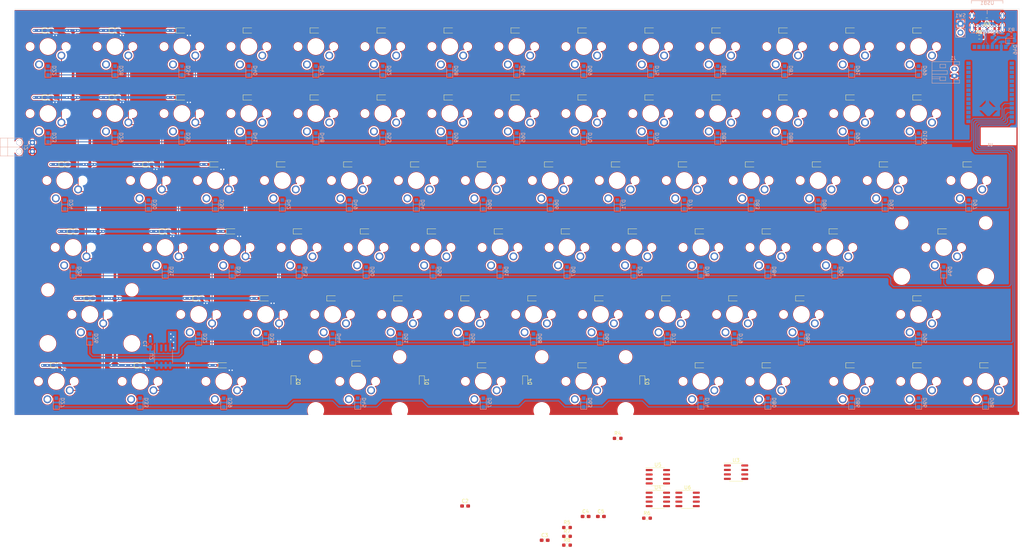
<source format=kicad_pcb>
(kicad_pcb (version 20171130) (host pcbnew "(5.1.9)-1")
  (layers (0 F.Cu signal) (31 B.Cu signal) (34 B.Paste user) (35 F.Paste user) (36 B.SilkS user) (37 F.SilkS user) (38 B.Mask user) (39 F.Mask user) (44 Edge.Cuts user))
  (net 0 "")
  (net 1 +5V)
  (net 2 GND)
  (net 3 "Net-(D22-Pad2)")
  (net 4 /Row[0])
  (net 5 "Net-(D23-Pad2)")
  (net 6 /Row[1])
  (net 7 "Net-(D24-Pad2)")
  (net 8 /Row[2])
  (net 9 "Net-(D25-Pad2)")
  (net 10 /Row[3])
  (net 11 "Net-(D26-Pad2)")
  (net 12 /Row[4])
  (net 13 "Net-(D27-Pad2)")
  (net 14 /Row[5])
  (net 15 "Net-(D28-Pad2)")
  (net 16 "Net-(D29-Pad2)")
  (net 17 "Net-(D30-Pad2)")
  (net 18 "Net-(D31-Pad2)")
  (net 19 "Net-(D32-Pad2)")
  (net 20 "Net-(D33-Pad2)")
  (net 21 "Net-(D34-Pad2)")
  (net 22 "Net-(D35-Pad2)")
  (net 23 "Net-(D36-Pad2)")
  (net 24 "Net-(D37-Pad2)")
  (net 25 "Net-(D38-Pad2)")
  (net 26 "Net-(D39-Pad2)")
  (net 27 "Net-(D40-Pad2)")
  (net 28 "Net-(D41-Pad2)")
  (net 29 "Net-(D42-Pad2)")
  (net 30 "Net-(D43-Pad2)")
  (net 31 "Net-(D44-Pad2)")
  (net 32 "Net-(D45-Pad2)")
  (net 33 "Net-(D46-Pad2)")
  (net 34 "Net-(D46-Pad1)")
  (net 35 "Net-(D47-Pad2)")
  (net 36 "Net-(D48-Pad2)")
  (net 37 "Net-(D49-Pad2)")
  (net 38 "Net-(D50-Pad2)")
  (net 39 "Net-(D51-Pad2)")
  (net 40 "Net-(D52-Pad2)")
  (net 41 "Net-(D53-Pad2)")
  (net 42 "Net-(D54-Pad2)")
  (net 43 "Net-(D55-Pad2)")
  (net 44 "Net-(D56-Pad2)")
  (net 45 "Net-(D57-Pad2)")
  (net 46 "Net-(D58-Pad2)")
  (net 47 "Net-(D59-Pad2)")
  (net 48 "Net-(D60-Pad2)")
  (net 49 "Net-(D61-Pad2)")
  (net 50 "Net-(D62-Pad2)")
  (net 51 "Net-(D63-Pad2)")
  (net 52 "Net-(D64-Pad2)")
  (net 53 "Net-(D65-Pad2)")
  (net 54 "Net-(D66-Pad2)")
  (net 55 "Net-(D67-Pad2)")
  (net 56 "Net-(D68-Pad2)")
  (net 57 "Net-(D69-Pad2)")
  (net 58 "Net-(D70-Pad2)")
  (net 59 "Net-(D71-Pad2)")
  (net 60 "Net-(D72-Pad2)")
  (net 61 "Net-(D73-Pad2)")
  (net 62 "Net-(D74-Pad2)")
  (net 63 "Net-(D75-Pad2)")
  (net 64 "Net-(D76-Pad2)")
  (net 65 "Net-(D77-Pad2)")
  (net 66 "Net-(D78-Pad2)")
  (net 67 "Net-(D79-Pad2)")
  (net 68 "Net-(D80-Pad2)")
  (net 69 "Net-(D81-Pad2)")
  (net 70 "Net-(D82-Pad2)")
  (net 71 "Net-(D83-Pad2)")
  (net 72 "Net-(D84-Pad2)")
  (net 73 "Net-(D85-Pad2)")
  (net 74 "Net-(D86-Pad2)")
  (net 75 "Net-(D87-Pad2)")
  (net 76 "Net-(D88-Pad2)")
  (net 77 "Net-(D89-Pad2)")
  (net 78 "Net-(D90-Pad2)")
  (net 79 "Net-(D91-Pad2)")
  (net 80 "Net-(D92-Pad2)")
  (net 81 "Net-(D93-Pad2)")
  (net 82 "Net-(D94-Pad2)")
  (net 83 "Net-(D95-Pad2)")
  (net 84 "Net-(D96-Pad2)")
  (net 85 "Net-(D97-Pad2)")
  (net 86 "Net-(D98-Pad2)")
  (net 87 "Net-(D99-Pad2)")
  (net 88 "Net-(D100-Pad2)")
  (net 89 "Net-(F1-Pad2)")
  (net 90 "Net-(J1-Pad2)")
  (net 91 /LED_CAT0)
  (net 92 /Col[0])
  (net 93 /Col[1])
  (net 94 /Col[2])
  (net 95 /LED_CAT1)
  (net 96 /Col[3])
  (net 97 /Col[4])
  (net 98 /Col[5])
  (net 99 /LED_CAT2)
  (net 100 /Col[6])
  (net 101 /Col[7])
  (net 102 /Col[8])
  (net 103 /LED_CAT3)
  (net 104 /Col[9])
  (net 105 /Col[10])
  (net 106 /Col[11])
  (net 107 /LED_CAT4)
  (net 108 /Col[12])
  (net 109 /Col[13])
  (net 110 "Net-(R1-Pad2)")
  (net 111 "Net-(R2-Pad1)")
  (net 112 "Net-(R4-Pad2)")
  (net 113 "Net-(R5-Pad2)")
  (net 114 "Net-(R6-Pad2)")
  (net 115 "Net-(R7-Pad2)")
  (net 116 "Net-(R8-Pad2)")
  (net 117 EN)
  (net 118 "Net-(U1-Pad8)")
  (net 119 USB_D+)
  (net 120 USB_D-)
  (net 121 "Net-(U1-Pad3)")
  (net 122 /LED_EN0)
  (net 123 /LED_EN1)
  (net 124 /LED_EN2)
  (net 125 /LED_EN3)
  (net 126 /LED_EN4)
  (net 127 "Net-(USB1-PadB8)")
  (net 128 "Net-(USB1-PadA8)")
  (net 129 "Net-(D1-Pad2)")
  (net 130 "Net-(D3-Pad2)")
  (net 131 "Net-(U1-Pad20)")
  (net 132 "Net-(U1-Pad21)")
  (module _MX_Only:MXOnly-1.25U (layer F.Cu) (at 53.971532 119.05485)
    (fp_text reference MX33)
    (fp_text value Win)
    (pad 3 smd roundrect (at 12.78125 4.953) (size 1.05 0.95) (layers F.Cu F.Paste F.Mask) (net 1 +5V))
    (pad 4 smd roundrect (at 11.03125 4.953) (size 1.05 0.95) (layers F.Cu F.Paste F.Mask) (net 91 /LED_CAT0))
    (pad "" np_thru_hole circle (at 6.82625 9.525 228.0996) (size 1.75 1.75) (drill 1.75) (layers *.Cu *.Mask))
    (pad "" np_thru_hole circle (at 16.98625 9.525 228.0996) (size 1.75 1.75) (drill 1.75) (layers *.Cu *.Mask))
    (pad 1 thru_hole circle (at 15.71625 12.065 180) (size 2.25 2.25) (drill 1.47) (layers *.Cu B.Mask) (net 93 /Col[1]))
    (pad "" np_thru_hole circle (at 11.90625 9.525 180) (size 3.9878 3.9878) (drill 3.9878) (layers *.Cu *.Mask))
    (pad 2 thru_hole circle (at 9.36625 14.605 180) (size 2.25 2.25) (drill 1.47) (layers *.Cu B.Mask) (net 20 "Net-(D33-Pad2)"))
  )
  (module _MX_Only:MXOnly-2.75U (layer F.Cu) (at 101.593472 119.05485)
    (fp_text reference MX45)
    (fp_text value Space)
    (pad 3 smd roundrect (at 27.06875 4.445) (size 1.05 0.95) (layers F.Cu F.Paste F.Mask) (net 1 +5V))
    (pad 4 smd roundrect (at 25.31875 4.445) (size 1.05 0.95) (layers F.Cu F.Paste F.Mask) (net 95 /LED_CAT1))
    (pad "" np_thru_hole circle (at 38.13175 17.78) (size 3.9878 3.9878) (drill 3.9878) (layers *.Cu *.Mask))
    (pad "" np_thru_hole circle (at 14.25575 17.78) (size 3.9878 3.9878) (drill 3.9878) (layers *.Cu *.Mask))
    (pad "" np_thru_hole circle (at 38.13175 2.54) (size 3.048 3.048) (drill 3.048) (layers *.Cu *.Mask))
    (pad "" np_thru_hole circle (at 14.25575 2.54) (size 3.048 3.048) (drill 3.048) (layers *.Cu *.Mask))
    (pad "" np_thru_hole circle (at 21.11375 9.525 228.0996) (size 1.75 1.75) (drill 1.75) (layers *.Cu *.Mask))
    (pad "" np_thru_hole circle (at 31.27375 9.525 228.0996) (size 1.75 1.75) (drill 1.75) (layers *.Cu *.Mask))
    (pad 1 thru_hole circle (at 30.00375 12.065 180) (size 2.25 2.25) (drill 1.47) (layers *.Cu B.Mask) (net 96 /Col[3]))
    (pad "" np_thru_hole circle (at 26.19375 9.525 180) (size 3.9878 3.9878) (drill 3.9878) (layers *.Cu *.Mask))
    (pad 2 thru_hole circle (at 23.65375 14.605 180) (size 2.25 2.25) (drill 1.47) (layers *.Cu B.Mask) (net 32 "Net-(D45-Pad2)"))
  )
  (module _Connectors:01x02_MillMax_Springloaded_Pin (layer B.Cu) (at 35.240562 63.18097)
    (fp_text reference J2 (at -1.778 -1.27 -270) (layer B.SilkS) (effects (justify mirror)))
    (fp_text value Numpad_PWR)
    (pad "" np_thru_hole circle (at -3.7592 -2.54) (size 1.524 1.524) (drill 1.4478) (layers *.Cu *.Mask))
    (pad "" np_thru_hole circle (at -3.7592 0) (size 1.524 1.524) (drill 1.4478) (layers *.Cu *.Mask))
    (pad 2 thru_hole circle (at 0 -2.54) (size 1.524 1.524) (drill 0.8128) (layers *.Cu *.Mask) (net 1 +5V))
    (pad 1 thru_hole circle (at 0 0) (size 1.524 1.524) (drill 0.8128) (layers *.Cu *.Mask) (net 2 GND))
  )
  (module LED_SMD:LED_0603_1608Metric_Pad1.05x0.95mm_HandSolder (layer F.Cu) (at 175.407479 128.660539 270)
    (fp_text reference D4 (at 0 -1.43 90) (layer F.SilkS))
    (fp_text value LED)
    (pad 2 smd roundrect (at 0.875 0 270) (size 1.05 0.95) (layers F.Cu F.Paste F.Mask) (net 130 "Net-(D3-Pad2)"))
    (pad 1 smd roundrect (at -0.875 0 270) (size 1.05 0.95) (layers F.Cu F.Paste F.Mask) (net 99 /LED_CAT2))
  )
  (module LED_SMD:LED_0603_1608Metric_Pad1.05x0.95mm_HandSolder (layer F.Cu) (at 208.742837 128.660539 270)
    (fp_text reference D3 (at 0 -1.43 90) (layer F.SilkS))
    (fp_text value LED)
    (pad 2 smd roundrect (at 0.875 0 270) (size 1.05 0.95) (layers F.Cu F.Paste F.Mask) (net 130 "Net-(D3-Pad2)"))
    (pad 1 smd roundrect (at -0.875 0 270) (size 1.05 0.95) (layers F.Cu F.Paste F.Mask) (net 99 /LED_CAT2))
  )
  (module LED_SMD:LED_0603_1608Metric_Pad1.05x0.95mm_HandSolder (layer F.Cu) (at 109.530462 128.660539 270)
    (fp_text reference D2 (at 0 -1.43 90) (layer F.SilkS))
    (fp_text value LED)
    (pad 2 smd roundrect (at 0.875 0 270) (size 1.05 0.95) (layers F.Cu F.Paste F.Mask) (net 129 "Net-(D1-Pad2)"))
    (pad 1 smd roundrect (at -0.875 0 270) (size 1.05 0.95) (layers F.Cu F.Paste F.Mask) (net 95 /LED_CAT1))
  )
  (module LED_SMD:LED_0603_1608Metric_Pad1.05x0.95mm_HandSolder (layer F.Cu) (at 146.040616 128.660539 270)
    (fp_text reference D1 (at 0 -1.43 90) (layer F.SilkS))
    (fp_text value LED)
    (pad 2 smd roundrect (at 0.875 0 270) (size 1.05 0.95) (layers F.Cu F.Paste F.Mask) (net 129 "Net-(D1-Pad2)"))
    (pad 1 smd roundrect (at -0.875 0 270) (size 1.05 0.95) (layers F.Cu F.Paste F.Mask) (net 95 /LED_CAT1))
  )
  (module _Connectors:USB_C_GCT_USB4085 (layer B.Cu) (at 306.820562 22.79097)
    (fp_text reference USB1 (at 0 -1.85) (layer B.SilkS) (effects (justify mirror)))
    (fp_text value USB4085-GF-A)
    (pad S1 thru_hole oval (at 4.325 1.74) (size 0.9 1.7) (drill oval 0.6 1.4) (layers *.Cu *.Mask) (net 2 GND))
    (pad S1 thru_hole oval (at -4.325 1.74) (size 0.9 1.7) (drill oval 0.6 1.4) (layers *.Cu *.Mask) (net 2 GND))
    (pad S1 thru_hole oval (at 4.325 5.12) (size 0.9 2.4) (drill oval 0.6 2.1) (layers *.Cu *.Mask) (net 2 GND))
    (pad S1 thru_hole oval (at -4.325 5.12) (size 0.9 2.4) (drill oval 0.6 2.1) (layers *.Cu *.Mask) (net 2 GND))
    (pad B1 thru_hole circle (at 2.98 4.775) (size 0.65 0.65) (drill 0.4) (layers *.Cu *.Mask) (net 2 GND))
    (pad B4 thru_hole circle (at 2.13 4.775) (size 0.65 0.65) (drill 0.4) (layers *.Cu *.Mask) (net 89 "Net-(F1-Pad2)"))
    (pad B5 thru_hole circle (at 1.28 4.775) (size 0.65 0.65) (drill 0.4) (layers *.Cu *.Mask) (net 111 "Net-(R2-Pad1)"))
    (pad B6 thru_hole circle (at 0.43 4.775) (size 0.65 0.65) (drill 0.4) (layers *.Cu *.Mask) (net 119 USB_D+))
    (pad B7 thru_hole circle (at -0.42 4.775) (size 0.65 0.65) (drill 0.4) (layers *.Cu *.Mask) (net 120 USB_D-))
    (pad B8 thru_hole circle (at -1.27 4.775) (size 0.65 0.65) (drill 0.4) (layers *.Cu *.Mask) (net 127 "Net-(USB1-PadB8)"))
    (pad B9 thru_hole circle (at -2.12 4.775) (size 0.65 0.65) (drill 0.4) (layers *.Cu *.Mask) (net 89 "Net-(F1-Pad2)"))
    (pad B12 thru_hole circle (at -2.975 4.775) (size 0.65 0.65) (drill 0.4) (layers *.Cu *.Mask) (net 2 GND))
    (pad A12 thru_hole circle (at 2.975 6.1) (size 0.65 0.65) (drill 0.4) (layers *.Cu *.Mask) (net 2 GND))
    (pad A9 thru_hole circle (at 2.125 6.1) (size 0.65 0.65) (drill 0.4) (layers *.Cu *.Mask) (net 89 "Net-(F1-Pad2)"))
    (pad A8 thru_hole circle (at 1.275 6.1) (size 0.65 0.65) (drill 0.4) (layers *.Cu *.Mask) (net 128 "Net-(USB1-PadA8)"))
    (pad A7 thru_hole circle (at 0.425 6.1) (size 0.65 0.65) (drill 0.4) (layers *.Cu *.Mask) (net 120 USB_D-))
    (pad A6 thru_hole circle (at -0.425 6.1) (size 0.65 0.65) (drill 0.4) (layers *.Cu *.Mask) (net 119 USB_D+))
    (pad A4 thru_hole circle (at -2.125 6.1) (size 0.65 0.65) (drill 0.4) (layers *.Cu *.Mask) (net 89 "Net-(F1-Pad2)"))
    (pad A1 thru_hole circle (at -2.975 6.1) (size 0.65 0.65) (drill 0.4) (layers *.Cu *.Mask) (net 2 GND))
    (pad A5 thru_hole circle (at -1.275 6.1) (size 0.65 0.65) (drill 0.4) (layers *.Cu *.Mask) (net 110 "Net-(R1-Pad2)"))
  )
  (module Package_SO:SOIC-8_3.9x4.9mm_P1.27mm (layer F.Cu) (at 221.607506 162.143345)
    (fp_text reference U6 (at 0 -3.4) (layer F.SilkS))
    (fp_text value MIC4801)
    (pad 8 smd roundrect (at 2.475 -1.905) (size 1.95 0.6) (layers F.Cu F.Paste F.Mask) (net 107 /LED_CAT4))
    (pad 7 smd roundrect (at 2.475 -0.635) (size 1.95 0.6) (layers F.Cu F.Paste F.Mask) (net 107 /LED_CAT4))
    (pad 6 smd roundrect (at 2.475 0.635) (size 1.95 0.6) (layers F.Cu F.Paste F.Mask) (net 107 /LED_CAT4))
    (pad 5 smd roundrect (at 2.475 1.905) (size 1.95 0.6) (layers F.Cu F.Paste F.Mask) (net 107 /LED_CAT4))
    (pad 4 smd roundrect (at -2.475 1.905) (size 1.95 0.6) (layers F.Cu F.Paste F.Mask) (net 2 GND))
    (pad 3 smd roundrect (at -2.475 0.635) (size 1.95 0.6) (layers F.Cu F.Paste F.Mask) (net 116 "Net-(R8-Pad2)"))
    (pad 2 smd roundrect (at -2.475 -0.635) (size 1.95 0.6) (layers F.Cu F.Paste F.Mask) (net 126 /LED_EN4))
    (pad 1 smd roundrect (at -2.475 -1.905) (size 1.95 0.6) (layers F.Cu F.Paste F.Mask) (net 1 +5V))
  )
  (module Package_SO:SOIC-8_3.9x4.9mm_P1.27mm (layer F.Cu) (at 213.157506 155.693345)
    (fp_text reference U5 (at 0 -3.4) (layer F.SilkS))
    (fp_text value MIC4801)
    (pad 8 smd roundrect (at 2.475 -1.905) (size 1.95 0.6) (layers F.Cu F.Paste F.Mask) (net 103 /LED_CAT3))
    (pad 7 smd roundrect (at 2.475 -0.635) (size 1.95 0.6) (layers F.Cu F.Paste F.Mask) (net 103 /LED_CAT3))
    (pad 6 smd roundrect (at 2.475 0.635) (size 1.95 0.6) (layers F.Cu F.Paste F.Mask) (net 103 /LED_CAT3))
    (pad 5 smd roundrect (at 2.475 1.905) (size 1.95 0.6) (layers F.Cu F.Paste F.Mask) (net 103 /LED_CAT3))
    (pad 4 smd roundrect (at -2.475 1.905) (size 1.95 0.6) (layers F.Cu F.Paste F.Mask) (net 2 GND))
    (pad 3 smd roundrect (at -2.475 0.635) (size 1.95 0.6) (layers F.Cu F.Paste F.Mask) (net 115 "Net-(R7-Pad2)"))
    (pad 2 smd roundrect (at -2.475 -0.635) (size 1.95 0.6) (layers F.Cu F.Paste F.Mask) (net 125 /LED_EN3))
    (pad 1 smd roundrect (at -2.475 -1.905) (size 1.95 0.6) (layers F.Cu F.Paste F.Mask) (net 1 +5V))
  )
  (module Package_SO:SOIC-8_3.9x4.9mm_P1.27mm (layer F.Cu) (at 213.157506 162.143345)
    (fp_text reference U4 (at 0 -3.4) (layer F.SilkS))
    (fp_text value MIC4801)
    (pad 8 smd roundrect (at 2.475 -1.905) (size 1.95 0.6) (layers F.Cu F.Paste F.Mask) (net 99 /LED_CAT2))
    (pad 7 smd roundrect (at 2.475 -0.635) (size 1.95 0.6) (layers F.Cu F.Paste F.Mask) (net 99 /LED_CAT2))
    (pad 6 smd roundrect (at 2.475 0.635) (size 1.95 0.6) (layers F.Cu F.Paste F.Mask) (net 99 /LED_CAT2))
    (pad 5 smd roundrect (at 2.475 1.905) (size 1.95 0.6) (layers F.Cu F.Paste F.Mask) (net 99 /LED_CAT2))
    (pad 4 smd roundrect (at -2.475 1.905) (size 1.95 0.6) (layers F.Cu F.Paste F.Mask) (net 2 GND))
    (pad 3 smd roundrect (at -2.475 0.635) (size 1.95 0.6) (layers F.Cu F.Paste F.Mask) (net 114 "Net-(R6-Pad2)"))
    (pad 2 smd roundrect (at -2.475 -0.635) (size 1.95 0.6) (layers F.Cu F.Paste F.Mask) (net 124 /LED_EN2))
    (pad 1 smd roundrect (at -2.475 -1.905) (size 1.95 0.6) (layers F.Cu F.Paste F.Mask) (net 1 +5V))
  )
  (module Package_SO:SOIC-8_3.9x4.9mm_P1.27mm (layer F.Cu) (at 235.397506 154.393345)
    (fp_text reference U3 (at 0 -3.4) (layer F.SilkS))
    (fp_text value MIC4801)
    (pad 8 smd roundrect (at 2.475 -1.905) (size 1.95 0.6) (layers F.Cu F.Paste F.Mask) (net 95 /LED_CAT1))
    (pad 7 smd roundrect (at 2.475 -0.635) (size 1.95 0.6) (layers F.Cu F.Paste F.Mask) (net 95 /LED_CAT1))
    (pad 6 smd roundrect (at 2.475 0.635) (size 1.95 0.6) (layers F.Cu F.Paste F.Mask) (net 95 /LED_CAT1))
    (pad 5 smd roundrect (at 2.475 1.905) (size 1.95 0.6) (layers F.Cu F.Paste F.Mask) (net 95 /LED_CAT1))
    (pad 4 smd roundrect (at -2.475 1.905) (size 1.95 0.6) (layers F.Cu F.Paste F.Mask) (net 2 GND))
    (pad 3 smd roundrect (at -2.475 0.635) (size 1.95 0.6) (layers F.Cu F.Paste F.Mask) (net 113 "Net-(R5-Pad2)"))
    (pad 2 smd roundrect (at -2.475 -0.635) (size 1.95 0.6) (layers F.Cu F.Paste F.Mask) (net 123 /LED_EN1))
    (pad 1 smd roundrect (at -2.475 -1.905) (size 1.95 0.6) (layers F.Cu F.Paste F.Mask) (net 1 +5V))
  )
  (module Package_SO:SOIC-8_3.9x4.9mm_P1.27mm (layer B.Cu) (at 72.544211 121.52985 270)
    (fp_text reference U2 (at 0 3.4 270) (layer B.SilkS) (effects (justify mirror)))
    (fp_text value MIC4801)
    (pad 8 smd roundrect (at 2.475 1.905 270) (size 1.95 0.6) (layers B.Cu B.Paste B.Mask) (net 91 /LED_CAT0))
    (pad 7 smd roundrect (at 2.475 0.635 270) (size 1.95 0.6) (layers B.Cu B.Paste B.Mask) (net 91 /LED_CAT0))
    (pad 6 smd roundrect (at 2.475 -0.635 270) (size 1.95 0.6) (layers B.Cu B.Paste B.Mask) (net 91 /LED_CAT0))
    (pad 5 smd roundrect (at 2.475 -1.905 270) (size 1.95 0.6) (layers B.Cu B.Paste B.Mask) (net 91 /LED_CAT0))
    (pad 4 smd roundrect (at -2.475 -1.905 270) (size 1.95 0.6) (layers B.Cu B.Paste B.Mask) (net 2 GND))
    (pad 3 smd roundrect (at -2.475 -0.635 270) (size 1.95 0.6) (layers B.Cu B.Paste B.Mask) (net 112 "Net-(R4-Pad2)"))
    (pad 2 smd roundrect (at -2.475 0.635 270) (size 1.95 0.6) (layers B.Cu B.Paste B.Mask) (net 122 /LED_EN0))
    (pad 1 smd roundrect (at -2.475 1.905 270) (size 1.95 0.6) (layers B.Cu B.Paste B.Mask) (net 1 +5V))
  )
  (module _MCU_Devboards:TinyPICO_Nano (layer B.Cu) (at 313.935562 33.335358 270)
    (fp_text reference U1 (at 27.940612 6.28) (layer B.SilkS) (effects (font (size 0.8 0.8) (thickness 0.153)) (justify mirror)))
    (fp_text value TinyPICO_Nano)
    (pad 2 smd custom (at 17.6784 7.0358 270) (size 2.032 2.032) (layers B.Cu B.Paste B.Mask) (net 2 GND) (options (clearance outline) (anchor rect)) (primitives (gr_poly (pts (xy 2.0916 0.0442) (xy 2.0916 -0.6258) (xy 0.2916 -2.4158) (xy -2.1584 0.0442) (xy -0.0284 2.1642)) (width 0.0001))))
    (pad 23 smd rect (at 4.7752 0.1 270) (size 1 1.2) (layers B.Cu B.Paste B.Mask) (net 93 /Col[1]))
    (pad 24 smd rect (at 6.0452 0.1 270) (size 1 1.2) (layers B.Cu B.Paste B.Mask) (net 92 /Col[0]))
    (pad 25 smd rect (at 7.3152 0.1 270) (size 1 1.2) (layers B.Cu B.Paste B.Mask) (net 106 /Col[11]))
    (pad 26 smd rect (at 8.5852 0.1 270) (size 1 1.2) (layers B.Cu B.Paste B.Mask) (net 108 /Col[12]))
    (pad 27 smd rect (at 9.8552 0.1 270) (size 1 1.2) (layers B.Cu B.Paste B.Mask) (net 109 /Col[13]))
    (pad 28 smd rect (at 11.1252 0.1 270) (size 1 1.2) (layers B.Cu B.Paste B.Mask) (net 122 /LED_EN0))
    (pad 29 smd rect (at 12.3952 0.1 270) (size 1 1.2) (layers B.Cu B.Paste B.Mask) (net 123 /LED_EN1))
    (pad 30 smd rect (at 13.6652 0.1 270) (size 1 1.2) (layers B.Cu B.Paste B.Mask) (net 124 /LED_EN2))
    (pad 31 smd rect (at 14.9352 0.1 270) (size 1 1.2) (layers B.Cu B.Paste B.Mask) (net 125 /LED_EN3))
    (pad 32 smd rect (at 16.2052 0.1 270) (size 1 1.2) (layers B.Cu B.Paste B.Mask) (net 6 /Row[1]))
    (pad 33 smd rect (at 17.4752 0.1 270) (size 1 1.2) (layers B.Cu B.Paste B.Mask) (net 8 /Row[2]))
    (pad 34 smd rect (at 18.7452 0.1 270) (size 1 1.2) (layers B.Cu B.Paste B.Mask) (net 10 /Row[3]))
    (pad 35 smd rect (at 20.0152 0.1 270) (size 1 1.2) (layers B.Cu B.Paste B.Mask) (net 12 /Row[4]))
    (pad 36 smd rect (at 21.2852 0.1 270) (size 1 1.2) (layers B.Cu B.Paste B.Mask) (net 14 /Row[5]))
    (pad 9 smd rect (at 4.7639 12.44 270) (size 1 1.2) (layers B.Cu B.Paste B.Mask) (net 90 "Net-(J1-Pad2)"))
    (pad 10 smd rect (at 6.0339 12.44 270) (size 1 1.2) (layers B.Cu B.Paste B.Mask) (net 94 /Col[2]))
    (pad 11 smd rect (at 7.3039 12.44 270) (size 1 1.2) (layers B.Cu B.Paste B.Mask) (net 96 /Col[3]))
    (pad 12 smd rect (at 8.5739 12.44 270) (size 1 1.2) (layers B.Cu B.Paste B.Mask) (net 97 /Col[4]))
    (pad 13 smd rect (at 9.8439 12.44 270) (size 1 1.2) (layers B.Cu B.Paste B.Mask) (net 98 /Col[5]))
    (pad 14 smd rect (at 11.1139 12.44 270) (size 1 1.2) (layers B.Cu B.Paste B.Mask) (net 126 /LED_EN4))
    (pad 15 smd rect (at 12.3839 12.44 270) (size 1 1.2) (layers B.Cu B.Paste B.Mask) (net 100 /Col[6]))
    (pad 16 smd rect (at 13.6539 12.44 270) (size 1 1.2) (layers B.Cu B.Paste B.Mask) (net 101 /Col[7]))
    (pad 17 smd rect (at 14.9239 12.44 270) (size 1 1.2) (layers B.Cu B.Paste B.Mask) (net 102 /Col[8]))
    (pad 18 smd rect (at 16.1939 12.44 270) (size 1 1.2) (layers B.Cu B.Paste B.Mask) (net 104 /Col[9]))
    (pad 19 smd rect (at 17.4639 12.44 270) (size 1 1.2) (layers B.Cu B.Paste B.Mask) (net 105 /Col[10]))
    (pad 20 smd rect (at 18.7339 12.44 270) (size 1 1.2) (layers B.Cu B.Paste B.Mask) (net 131 "Net-(U1-Pad20)"))
    (pad 21 smd rect (at 20.0039 12.44 270) (size 1 1.2) (layers B.Cu B.Paste B.Mask) (net 132 "Net-(U1-Pad21)"))
    (pad 22 smd rect (at 21.2739 12.44 270) (size 1 1.2) (layers B.Cu B.Paste B.Mask) (net 4 /Row[0]))
    (pad 8 smd rect (at 0.1 10.725 270) (size 1.2 1) (layers B.Cu B.Paste B.Mask) (net 118 "Net-(U1-Pad8)"))
    (pad 7 smd rect (at 0.1 9.455 270) (size 1.2 1) (layers B.Cu B.Paste B.Mask) (net 117 EN))
    (pad 6 smd rect (at 0.1 8.185 270) (size 1.2 1) (layers B.Cu B.Paste B.Mask) (net 119 USB_D+))
    (pad 5 smd rect (at 0.1 6.915 270) (size 1.2 1) (layers B.Cu B.Paste B.Mask) (net 120 USB_D-))
    (pad 4 smd rect (at 0.1 5.645 270) (size 1.2 1) (layers B.Cu B.Paste B.Mask) (net 1 +5V))
    (pad 3 smd rect (at 0.1 4.375 270) (size 1.2 1) (layers B.Cu B.Paste B.Mask) (net 121 "Net-(U1-Pad3)"))
    (pad 2 smd rect (at 0.1 3.105 270) (size 1.2 1) (layers B.Cu B.Paste B.Mask) (net 2 GND))
    (pad 1 smd rect (at 0.1 1.835 270) (size 1.2 1) (layers B.Cu B.Paste B.Mask) (net 34 "Net-(D46-Pad1)"))
  )
  (module Connector_PinHeader_2.54mm:PinHeader_1x02_P2.54mm_Vertical (layer B.Cu) (at 299.224523 26.826863 180)
    (fp_text reference SW1 (at 0 2.33) (layer B.SilkS) (effects (justify mirror)))
    (fp_text value SW_DIP_x01)
    (pad 2 thru_hole oval (at 0 -2.54 180) (size 1.7 1.7) (drill 1) (layers *.Cu *.Mask) (net 117 EN))
    (pad 1 thru_hole rect (at 0 0 180) (size 1.7 1.7) (drill 1) (layers *.Cu *.Mask) (net 2 GND))
  )
  (module Resistor_SMD:R_0603_1608Metric_Pad0.98x0.95mm_HandSolder (layer F.Cu) (at 187.312964 175.149673)
    (fp_text reference R8 (at 0 -1.43) (layer F.SilkS))
    (fp_text value 16k)
    (pad 2 smd roundrect (at 0.9125 0) (size 0.975 0.95) (layers F.Cu F.Paste F.Mask) (net 116 "Net-(R8-Pad2)"))
    (pad 1 smd roundrect (at -0.9125 0) (size 0.975 0.95) (layers F.Cu F.Paste F.Mask) (net 2 GND))
  )
  (module Resistor_SMD:R_0603_1608Metric_Pad0.98x0.95mm_HandSolder (layer F.Cu) (at 187.312964 172.639673)
    (fp_text reference R7 (at 0 -1.43) (layer F.SilkS))
    (fp_text value 16k)
    (pad 2 smd roundrect (at 0.9125 0) (size 0.975 0.95) (layers F.Cu F.Paste F.Mask) (net 115 "Net-(R7-Pad2)"))
    (pad 1 smd roundrect (at -0.9125 0) (size 0.975 0.95) (layers F.Cu F.Paste F.Mask) (net 2 GND))
  )
  (module Resistor_SMD:R_0603_1608Metric_Pad0.98x0.95mm_HandSolder (layer F.Cu) (at 210.072727 167.479873)
    (fp_text reference R6 (at 0 -1.43) (layer F.SilkS))
    (fp_text value 16k)
    (pad 2 smd roundrect (at 0.9125 0) (size 0.975 0.95) (layers F.Cu F.Paste F.Mask) (net 114 "Net-(R6-Pad2)"))
    (pad 1 smd roundrect (at -0.9125 0) (size 0.975 0.95) (layers F.Cu F.Paste F.Mask) (net 2 GND))
  )
  (module Resistor_SMD:R_0603_1608Metric_Pad0.98x0.95mm_HandSolder (layer F.Cu) (at 187.312964 170.129673)
    (fp_text reference R5 (at 0 -1.43) (layer F.SilkS))
    (fp_text value 16k)
    (pad 2 smd roundrect (at 0.9125 0) (size 0.975 0.95) (layers F.Cu F.Paste F.Mask) (net 113 "Net-(R5-Pad2)"))
    (pad 1 smd roundrect (at -0.9125 0) (size 0.975 0.95) (layers F.Cu F.Paste F.Mask) (net 2 GND))
  )
  (module Resistor_SMD:R_0603_1608Metric_Pad0.98x0.95mm_HandSolder (layer F.Cu) (at 201.722964 144.779673)
    (fp_text reference R4 (at 0 -1.43) (layer F.SilkS))
    (fp_text value 16k)
    (pad 2 smd roundrect (at 0.9125 0) (size 0.975 0.95) (layers F.Cu F.Paste F.Mask) (net 112 "Net-(R4-Pad2)"))
    (pad 1 smd roundrect (at -0.9125 0) (size 0.975 0.95) (layers F.Cu F.Paste F.Mask) (net 2 GND))
  )
  (module Resistor_SMD:R_0603_1608Metric_Pad0.98x0.95mm_HandSolder (layer B.Cu) (at 313.728062 29.90697)
    (fp_text reference R3 (at -0.0235 -1.27) (layer B.SilkS) (effects (justify mirror)))
    (fp_text value 2k)
    (pad 2 smd roundrect (at 0.9125 0) (size 0.975 0.95) (layers B.Cu B.Paste B.Mask) (net 33 "Net-(D46-Pad2)"))
    (pad 1 smd roundrect (at -0.9125 0) (size 0.975 0.95) (layers B.Cu B.Paste B.Mask) (net 1 +5V))
  )
  (module Resistor_SMD:R_0603_1608Metric_Pad0.98x0.95mm_HandSolder (layer F.Cu) (at 306.743062 25.71597 180)
    (fp_text reference R2 (at 0 -1.43) (layer F.SilkS))
    (fp_text value 5.1k)
    (pad 2 smd roundrect (at 0.9125 0 180) (size 0.975 0.95) (layers F.Cu F.Paste F.Mask) (net 2 GND))
    (pad 1 smd roundrect (at -0.9125 0 180) (size 0.975 0.95) (layers F.Cu F.Paste F.Mask) (net 111 "Net-(R2-Pad1)"))
  )
  (module Resistor_SMD:R_0603_1608Metric_Pad0.98x0.95mm_HandSolder (layer F.Cu) (at 304.584062 30.66897)
    (fp_text reference R1 (at 0 -1.43) (layer F.SilkS))
    (fp_text value 5.1k)
    (pad 2 smd roundrect (at 0.9125 0) (size 0.975 0.95) (layers F.Cu F.Paste F.Mask) (net 110 "Net-(R1-Pad2)"))
    (pad 1 smd roundrect (at -0.9125 0) (size 0.975 0.95) (layers F.Cu F.Paste F.Mask) (net 2 GND))
  )
  (module _MX_Only:MXOnly-1U (layer F.Cu) (at 277.79465 42.859746)
    (fp_text reference MX99)
    (fp_text value PgDn)
    (pad 3 smd roundrect (at 10.4 4.953) (size 1.05 0.95) (layers F.Cu F.Paste F.Mask) (net 1 +5V))
    (pad 4 smd roundrect (at 8.65 4.953) (size 1.05 0.95) (layers F.Cu F.Paste F.Mask) (net 107 /LED_CAT4))
    (pad "" np_thru_hole circle (at 4.445 9.525 228.0996) (size 1.75 1.75) (drill 1.75) (layers *.Cu *.Mask))
    (pad "" np_thru_hole circle (at 14.605 9.525 228.0996) (size 1.75 1.75) (drill 1.75) (layers *.Cu *.Mask))
    (pad 1 thru_hole circle (at 13.335 12.065 180) (size 2.25 2.25) (drill 1.47) (layers *.Cu B.Mask) (net 109 /Col[13]))
    (pad "" np_thru_hole circle (at 9.525 9.525 180) (size 3.9878 3.9878) (drill 3.9878) (layers *.Cu *.Mask))
    (pad 2 thru_hole circle (at 6.985 14.605 180) (size 2.25 2.25) (drill 1.47) (layers *.Cu B.Mask) (net 88 "Net-(D100-Pad2)"))
  )
  (module _MX_Only:MXOnly-1U (layer F.Cu) (at 277.79465 23.81097)
    (fp_text reference MX98)
    (fp_text value PgUp)
    (pad 3 smd roundrect (at 10.4 4.953) (size 1.05 0.95) (layers F.Cu F.Paste F.Mask) (net 1 +5V))
    (pad 4 smd roundrect (at 8.65 4.953) (size 1.05 0.95) (layers F.Cu F.Paste F.Mask) (net 107 /LED_CAT4))
    (pad "" np_thru_hole circle (at 4.445 9.525 228.0996) (size 1.75 1.75) (drill 1.75) (layers *.Cu *.Mask))
    (pad "" np_thru_hole circle (at 14.605 9.525 228.0996) (size 1.75 1.75) (drill 1.75) (layers *.Cu *.Mask))
    (pad 1 thru_hole circle (at 13.335 12.065 180) (size 2.25 2.25) (drill 1.47) (layers *.Cu B.Mask) (net 109 /Col[13]))
    (pad "" np_thru_hole circle (at 9.525 9.525 180) (size 3.9878 3.9878) (drill 3.9878) (layers *.Cu *.Mask))
    (pad 2 thru_hole circle (at 6.985 14.605 180) (size 2.25 2.25) (drill 1.47) (layers *.Cu B.Mask) (net 87 "Net-(D99-Pad2)"))
  )
  (module _MX_Only:MXOnly-1U (layer F.Cu) (at 296.843426 119.05485)
    (fp_text reference MX97)
    (fp_text value Right)
    (pad 3 smd roundrect (at 10.4 4.953) (size 1.05 0.95) (layers F.Cu F.Paste F.Mask) (net 1 +5V))
    (pad 4 smd roundrect (at 8.65 4.953) (size 1.05 0.95) (layers F.Cu F.Paste F.Mask) (net 107 /LED_CAT4))
    (pad "" np_thru_hole circle (at 4.445 9.525 228.0996) (size 1.75 1.75) (drill 1.75) (layers *.Cu *.Mask))
    (pad "" np_thru_hole circle (at 14.605 9.525 228.0996) (size 1.75 1.75) (drill 1.75) (layers *.Cu *.Mask))
    (pad 1 thru_hole circle (at 13.335 12.065 180) (size 2.25 2.25) (drill 1.47) (layers *.Cu B.Mask) (net 109 /Col[13]))
    (pad "" np_thru_hole circle (at 9.525 9.525 180) (size 3.9878 3.9878) (drill 3.9878) (layers *.Cu *.Mask))
    (pad 2 thru_hole circle (at 6.985 14.605 180) (size 2.25 2.25) (drill 1.47) (layers *.Cu B.Mask) (net 86 "Net-(D98-Pad2)"))
  )
  (module _MX_Only:MXOnly-1.5U (layer F.Cu) (at 287.319038 61.908522)
    (fp_text reference MX96)
    (fp_text value \)
    (pad 4 smd roundrect (at 13.4125 4.953) (size 1.05 0.95) (layers F.Cu F.Paste F.Mask) (net 107 /LED_CAT4))
    (pad 3 smd roundrect (at 15.1625 4.953) (size 1.05 0.95) (layers F.Cu F.Paste F.Mask) (net 1 +5V))
    (pad "" np_thru_hole circle (at 9.2075 9.525 228.0996) (size 1.75 1.75) (drill 1.75) (layers *.Cu *.Mask))
    (pad "" np_thru_hole circle (at 19.3675 9.525 228.0996) (size 1.75 1.75) (drill 1.75) (layers *.Cu *.Mask))
    (pad 1 thru_hole circle (at 18.0975 12.065 180) (size 2.25 2.25) (drill 1.47) (layers *.Cu B.Mask) (net 109 /Col[13]))
    (pad "" np_thru_hole circle (at 14.2875 9.525 180) (size 3.9878 3.9878) (drill 3.9878) (layers *.Cu *.Mask))
    (pad 2 thru_hole circle (at 11.7475 14.605 180) (size 2.25 2.25) (drill 1.47) (layers *.Cu B.Mask) (net 85 "Net-(D97-Pad2)"))
  )
  (module _MX_Only:MXOnly-1U (layer F.Cu) (at 277.79465 119.05485)
    (fp_text reference MX95)
    (fp_text value Down)
    (pad 3 smd roundrect (at 10.4 4.953) (size 1.05 0.95) (layers F.Cu F.Paste F.Mask) (net 1 +5V))
    (pad 4 smd roundrect (at 8.65 4.953) (size 1.05 0.95) (layers F.Cu F.Paste F.Mask) (net 107 /LED_CAT4))
    (pad "" np_thru_hole circle (at 4.445 9.525 228.0996) (size 1.75 1.75) (drill 1.75) (layers *.Cu *.Mask))
    (pad "" np_thru_hole circle (at 14.605 9.525 228.0996) (size 1.75 1.75) (drill 1.75) (layers *.Cu *.Mask))
    (pad 1 thru_hole circle (at 13.335 12.065 180) (size 2.25 2.25) (drill 1.47) (layers *.Cu B.Mask) (net 108 /Col[12]))
    (pad "" np_thru_hole circle (at 9.525 9.525 180) (size 3.9878 3.9878) (drill 3.9878) (layers *.Cu *.Mask))
    (pad 2 thru_hole circle (at 6.985 14.605 180) (size 2.25 2.25) (drill 1.47) (layers *.Cu B.Mask) (net 84 "Net-(D96-Pad2)"))
  )
  (module _MX_Only:MXOnly-1U (layer F.Cu) (at 277.79465 100.006074)
    (fp_text reference MX94)
    (fp_text value Up)
    (pad 3 smd roundrect (at 10.4 4.953) (size 1.05 0.95) (layers F.Cu F.Paste F.Mask) (net 1 +5V))
    (pad 4 smd roundrect (at 8.65 4.953) (size 1.05 0.95) (layers F.Cu F.Paste F.Mask) (net 107 /LED_CAT4))
    (pad "" np_thru_hole circle (at 4.445 9.525 228.0996) (size 1.75 1.75) (drill 1.75) (layers *.Cu *.Mask))
    (pad "" np_thru_hole circle (at 14.605 9.525 228.0996) (size 1.75 1.75) (drill 1.75) (layers *.Cu *.Mask))
    (pad 1 thru_hole circle (at 13.335 12.065 180) (size 2.25 2.25) (drill 1.47) (layers *.Cu B.Mask) (net 108 /Col[12]))
    (pad "" np_thru_hole circle (at 9.525 9.525 180) (size 3.9878 3.9878) (drill 3.9878) (layers *.Cu *.Mask))
    (pad 2 thru_hole circle (at 6.985 14.605 180) (size 2.25 2.25) (drill 1.47) (layers *.Cu B.Mask) (net 83 "Net-(D95-Pad2)"))
  )
  (module _MX_Only:MXOnly-2.25U (layer F.Cu) (at 273.032456 80.957298)
    (fp_text reference MX93)
    (fp_text value Enter)
    (pad 3 smd roundrect (at 22.30625 4.953) (size 1.05 0.95) (layers F.Cu F.Paste F.Mask) (net 1 +5V))
    (pad 4 smd roundrect (at 20.55625 4.953) (size 1.05 0.95) (layers F.Cu F.Paste F.Mask) (net 107 /LED_CAT4))
    (pad "" np_thru_hole circle (at 33.36925 17.78) (size 3.9878 3.9878) (drill 3.9878) (layers *.Cu *.Mask))
    (pad "" np_thru_hole circle (at 9.49325 17.78) (size 3.9878 3.9878) (drill 3.9878) (layers *.Cu *.Mask))
    (pad "" np_thru_hole circle (at 33.36925 2.54 270) (size 3.048 3.048) (drill 3.048) (layers *.Cu *.Mask))
    (pad "" np_thru_hole circle (at 9.49325 2.54) (size 3.048 3.048) (drill 3.048) (layers *.Cu *.Mask))
    (pad "" np_thru_hole circle (at 16.35125 9.525 228.0996) (size 1.75 1.75) (drill 1.75) (layers *.Cu *.Mask))
    (pad "" np_thru_hole circle (at 26.51125 9.525 228.0996) (size 1.75 1.75) (drill 1.75) (layers *.Cu *.Mask))
    (pad 1 thru_hole circle (at 25.24125 12.065 180) (size 2.25 2.25) (drill 1.47) (layers *.Cu B.Mask) (net 108 /Col[12]))
    (pad "" np_thru_hole circle (at 21.43125 9.525 180) (size 3.9878 3.9878) (drill 3.9878) (layers *.Cu *.Mask))
    (pad 2 thru_hole circle (at 18.89125 14.605 180) (size 2.25 2.25) (drill 1.47) (layers *.Cu B.Mask) (net 82 "Net-(D94-Pad2)"))
  )
  (module _MX_Only:MXOnly-1U (layer F.Cu) (at 268.270262 61.908522)
    (fp_text reference MX92)
    (fp_text value ])
    (pad 3 smd roundrect (at 10.4 4.953) (size 1.05 0.95) (layers F.Cu F.Paste F.Mask) (net 1 +5V))
    (pad 4 smd roundrect (at 8.65 4.953) (size 1.05 0.95) (layers F.Cu F.Paste F.Mask) (net 107 /LED_CAT4))
    (pad "" np_thru_hole circle (at 4.445 9.525 228.0996) (size 1.75 1.75) (drill 1.75) (layers *.Cu *.Mask))
    (pad "" np_thru_hole circle (at 14.605 9.525 228.0996) (size 1.75 1.75) (drill 1.75) (layers *.Cu *.Mask))
    (pad 1 thru_hole circle (at 13.335 12.065 180) (size 2.25 2.25) (drill 1.47) (layers *.Cu B.Mask) (net 108 /Col[12]))
    (pad "" np_thru_hole circle (at 9.525 9.525 180) (size 3.9878 3.9878) (drill 3.9878) (layers *.Cu *.Mask))
    (pad 2 thru_hole circle (at 6.985 14.605 180) (size 2.25 2.25) (drill 1.47) (layers *.Cu B.Mask) (net 81 "Net-(D93-Pad2)"))
  )
  (module _MX_Only:MXOnly-1U (layer F.Cu) (at 258.745874 42.859746)
    (fp_text reference MX91)
    (fp_text value =)
    (pad 3 smd roundrect (at 10.4 4.953) (size 1.05 0.95) (layers F.Cu F.Paste F.Mask) (net 1 +5V))
    (pad 4 smd roundrect (at 8.65 4.953) (size 1.05 0.95) (layers F.Cu F.Paste F.Mask) (net 107 /LED_CAT4))
    (pad "" np_thru_hole circle (at 4.445 9.525 228.0996) (size 1.75 1.75) (drill 1.75) (layers *.Cu *.Mask))
    (pad "" np_thru_hole circle (at 14.605 9.525 228.0996) (size 1.75 1.75) (drill 1.75) (layers *.Cu *.Mask))
    (pad 1 thru_hole circle (at 13.335 12.065 180) (size 2.25 2.25) (drill 1.47) (layers *.Cu B.Mask) (net 108 /Col[12]))
    (pad "" np_thru_hole circle (at 9.525 9.525 180) (size 3.9878 3.9878) (drill 3.9878) (layers *.Cu *.Mask))
    (pad 2 thru_hole circle (at 6.985 14.605 180) (size 2.25 2.25) (drill 1.47) (layers *.Cu B.Mask) (net 80 "Net-(D92-Pad2)"))
  )
  (module _MX_Only:MXOnly-1U (layer F.Cu) (at 258.745874 23.81097)
    (fp_text reference MX90)
    (fp_text value F12)
    (pad 3 smd roundrect (at 10.4 4.953) (size 1.05 0.95) (layers F.Cu F.Paste F.Mask) (net 1 +5V))
    (pad 4 smd roundrect (at 8.65 4.953) (size 1.05 0.95) (layers F.Cu F.Paste F.Mask) (net 107 /LED_CAT4))
    (pad "" np_thru_hole circle (at 4.445 9.525 228.0996) (size 1.75 1.75) (drill 1.75) (layers *.Cu *.Mask))
    (pad "" np_thru_hole circle (at 14.605 9.525 228.0996) (size 1.75 1.75) (drill 1.75) (layers *.Cu *.Mask))
    (pad 1 thru_hole circle (at 13.335 12.065 180) (size 2.25 2.25) (drill 1.47) (layers *.Cu B.Mask) (net 108 /Col[12]))
    (pad "" np_thru_hole circle (at 9.525 9.525 180) (size 3.9878 3.9878) (drill 3.9878) (layers *.Cu *.Mask))
    (pad 2 thru_hole circle (at 6.985 14.605 180) (size 2.25 2.25) (drill 1.47) (layers *.Cu B.Mask) (net 79 "Net-(D91-Pad2)"))
  )
  (module _MX_Only:MXOnly-1U (layer F.Cu) (at 253.98368 80.957298)
    (fp_text reference MX89)
    (fp_text value ')
    (pad 3 smd roundrect (at 10.4 4.953) (size 1.05 0.95) (layers F.Cu F.Paste F.Mask) (net 1 +5V))
    (pad 4 smd roundrect (at 8.65 4.953) (size 1.05 0.95) (layers F.Cu F.Paste F.Mask) (net 103 /LED_CAT3))
    (pad "" np_thru_hole circle (at 4.445 9.525 228.0996) (size 1.75 1.75) (drill 1.75) (layers *.Cu *.Mask))
    (pad "" np_thru_hole circle (at 14.605 9.525 228.0996) (size 1.75 1.75) (drill 1.75) (layers *.Cu *.Mask))
    (pad 1 thru_hole circle (at 13.335 12.065 180) (size 2.25 2.25) (drill 1.47) (layers *.Cu B.Mask) (net 106 /Col[11]))
    (pad "" np_thru_hole circle (at 9.525 9.525 180) (size 3.9878 3.9878) (drill 3.9878) (layers *.Cu *.Mask))
    (pad 2 thru_hole circle (at 6.985 14.605 180) (size 2.25 2.25) (drill 1.47) (layers *.Cu B.Mask) (net 78 "Net-(D90-Pad2)"))
  )
  (module _MX_Only:MXOnly-1U (layer F.Cu) (at 249.221486 61.908522)
    (fp_text reference MX88)
    (fp_text value [)
    (pad 3 smd roundrect (at 10.4 4.953) (size 1.05 0.95) (layers F.Cu F.Paste F.Mask) (net 1 +5V))
    (pad 4 smd roundrect (at 8.65 4.953) (size 1.05 0.95) (layers F.Cu F.Paste F.Mask) (net 103 /LED_CAT3))
    (pad "" np_thru_hole circle (at 4.445 9.525 228.0996) (size 1.75 1.75) (drill 1.75) (layers *.Cu *.Mask))
    (pad "" np_thru_hole circle (at 14.605 9.525 228.0996) (size 1.75 1.75) (drill 1.75) (layers *.Cu *.Mask))
    (pad 1 thru_hole circle (at 13.335 12.065 180) (size 2.25 2.25) (drill 1.47) (layers *.Cu B.Mask) (net 106 /Col[11]))
    (pad "" np_thru_hole circle (at 9.525 9.525 180) (size 3.9878 3.9878) (drill 3.9878) (layers *.Cu *.Mask))
    (pad 2 thru_hole circle (at 6.985 14.605 180) (size 2.25 2.25) (drill 1.47) (layers *.Cu B.Mask) (net 77 "Net-(D89-Pad2)"))
  )
  (module _MX_Only:MXOnly-1U (layer F.Cu) (at 239.697098 42.859746)
    (fp_text reference MX87)
    (fp_text value -)
    (pad 3 smd roundrect (at 10.4 4.953) (size 1.05 0.95) (layers F.Cu F.Paste F.Mask) (net 1 +5V))
    (pad 4 smd roundrect (at 8.65 4.953) (size 1.05 0.95) (layers F.Cu F.Paste F.Mask) (net 103 /LED_CAT3))
    (pad "" np_thru_hole circle (at 4.445 9.525 228.0996) (size 1.75 1.75) (drill 1.75) (layers *.Cu *.Mask))
    (pad "" np_thru_hole circle (at 14.605 9.525 228.0996) (size 1.75 1.75) (drill 1.75) (layers *.Cu *.Mask))
    (pad 1 thru_hole circle (at 13.335 12.065 180) (size 2.25 2.25) (drill 1.47) (layers *.Cu B.Mask) (net 106 /Col[11]))
    (pad "" np_thru_hole circle (at 9.525 9.525 180) (size 3.9878 3.9878) (drill 3.9878) (layers *.Cu *.Mask))
    (pad 2 thru_hole circle (at 6.985 14.605 180) (size 2.25 2.25) (drill 1.47) (layers *.Cu B.Mask) (net 76 "Net-(D88-Pad2)"))
  )
  (module _MX_Only:MXOnly-1U (layer F.Cu) (at 239.697098 23.81097)
    (fp_text reference MX86)
    (fp_text value F11)
    (pad 3 smd roundrect (at 10.4 4.953) (size 1.05 0.95) (layers F.Cu F.Paste F.Mask) (net 1 +5V))
    (pad 4 smd roundrect (at 8.65 4.953) (size 1.05 0.95) (layers F.Cu F.Paste F.Mask) (net 103 /LED_CAT3))
    (pad "" np_thru_hole circle (at 4.445 9.525 228.0996) (size 1.75 1.75) (drill 1.75) (layers *.Cu *.Mask))
    (pad "" np_thru_hole circle (at 14.605 9.525 228.0996) (size 1.75 1.75) (drill 1.75) (layers *.Cu *.Mask))
    (pad 1 thru_hole circle (at 13.335 12.065 180) (size 2.25 2.25) (drill 1.47) (layers *.Cu B.Mask) (net 106 /Col[11]))
    (pad "" np_thru_hole circle (at 9.525 9.525 180) (size 3.9878 3.9878) (drill 3.9878) (layers *.Cu *.Mask))
    (pad 2 thru_hole circle (at 6.985 14.605 180) (size 2.25 2.25) (drill 1.47) (layers *.Cu B.Mask) (net 75 "Net-(D87-Pad2)"))
  )
  (module _MX_Only:MXOnly-1U (layer F.Cu) (at 258.745874 119.05485)
    (fp_text reference MX85)
    (fp_text value Left)
    (pad 3 smd roundrect (at 10.4 4.953) (size 1.05 0.95) (layers F.Cu F.Paste F.Mask) (net 1 +5V))
    (pad 4 smd roundrect (at 8.65 4.953) (size 1.05 0.95) (layers F.Cu F.Paste F.Mask) (net 103 /LED_CAT3))
    (pad "" np_thru_hole circle (at 4.445 9.525 228.0996) (size 1.75 1.75) (drill 1.75) (layers *.Cu *.Mask))
    (pad "" np_thru_hole circle (at 14.605 9.525 228.0996) (size 1.75 1.75) (drill 1.75) (layers *.Cu *.Mask))
    (pad 1 thru_hole circle (at 13.335 12.065 180) (size 2.25 2.25) (drill 1.47) (layers *.Cu B.Mask) (net 105 /Col[10]))
    (pad "" np_thru_hole circle (at 9.525 9.525 180) (size 3.9878 3.9878) (drill 3.9878) (layers *.Cu *.Mask))
    (pad 2 thru_hole circle (at 6.985 14.605 180) (size 2.25 2.25) (drill 1.47) (layers *.Cu B.Mask) (net 74 "Net-(D86-Pad2)"))
  )
  (module _MX_Only:MXOnly-1U (layer F.Cu) (at 244.459292 100.006074)
    (fp_text reference MX84)
    (fp_text value /)
    (pad 3 smd roundrect (at 10.4 4.953) (size 1.05 0.95) (layers F.Cu F.Paste F.Mask) (net 1 +5V))
    (pad 4 smd roundrect (at 8.65 4.953) (size 1.05 0.95) (layers F.Cu F.Paste F.Mask) (net 103 /LED_CAT3))
    (pad "" np_thru_hole circle (at 4.445 9.525 228.0996) (size 1.75 1.75) (drill 1.75) (layers *.Cu *.Mask))
    (pad "" np_thru_hole circle (at 14.605 9.525 228.0996) (size 1.75 1.75) (drill 1.75) (layers *.Cu *.Mask))
    (pad 1 thru_hole circle (at 13.335 12.065 180) (size 2.25 2.25) (drill 1.47) (layers *.Cu B.Mask) (net 105 /Col[10]))
    (pad "" np_thru_hole circle (at 9.525 9.525 180) (size 3.9878 3.9878) (drill 3.9878) (layers *.Cu *.Mask))
    (pad 2 thru_hole circle (at 6.985 14.605 180) (size 2.25 2.25) (drill 1.47) (layers *.Cu B.Mask) (net 73 "Net-(D85-Pad2)"))
  )
  (module _MX_Only:MXOnly-1U (layer F.Cu) (at 234.934904 80.957298)
    (fp_text reference MX83)
    (fp_text value ;)
    (pad 3 smd roundrect (at 10.4 4.953) (size 1.05 0.95) (layers F.Cu F.Paste F.Mask) (net 1 +5V))
    (pad 4 smd roundrect (at 8.65 4.953) (size 1.05 0.95) (layers F.Cu F.Paste F.Mask) (net 103 /LED_CAT3))
    (pad "" np_thru_hole circle (at 4.445 9.525 228.0996) (size 1.75 1.75) (drill 1.75) (layers *.Cu *.Mask))
    (pad "" np_thru_hole circle (at 14.605 9.525 228.0996) (size 1.75 1.75) (drill 1.75) (layers *.Cu *.Mask))
    (pad 1 thru_hole circle (at 13.335 12.065 180) (size 2.25 2.25) (drill 1.47) (layers *.Cu B.Mask) (net 105 /Col[10]))
    (pad "" np_thru_hole circle (at 9.525 9.525 180) (size 3.9878 3.9878) (drill 3.9878) (layers *.Cu *.Mask))
    (pad 2 thru_hole circle (at 6.985 14.605 180) (size 2.25 2.25) (drill 1.47) (layers *.Cu B.Mask) (net 72 "Net-(D84-Pad2)"))
  )
  (module _MX_Only:MXOnly-1U (layer F.Cu) (at 230.17271 61.908522)
    (fp_text reference MX82)
    (fp_text value P)
    (pad 3 smd roundrect (at 10.4 4.953) (size 1.05 0.95) (layers F.Cu F.Paste F.Mask) (net 1 +5V))
    (pad 4 smd roundrect (at 8.65 4.953) (size 1.05 0.95) (layers F.Cu F.Paste F.Mask) (net 103 /LED_CAT3))
    (pad "" np_thru_hole circle (at 4.445 9.525 228.0996) (size 1.75 1.75) (drill 1.75) (layers *.Cu *.Mask))
    (pad "" np_thru_hole circle (at 14.605 9.525 228.0996) (size 1.75 1.75) (drill 1.75) (layers *.Cu *.Mask))
    (pad 1 thru_hole circle (at 13.335 12.065 180) (size 2.25 2.25) (drill 1.47) (layers *.Cu B.Mask) (net 105 /Col[10]))
    (pad "" np_thru_hole circle (at 9.525 9.525 180) (size 3.9878 3.9878) (drill 3.9878) (layers *.Cu *.Mask))
    (pad 2 thru_hole circle (at 6.985 14.605 180) (size 2.25 2.25) (drill 1.47) (layers *.Cu B.Mask) (net 71 "Net-(D83-Pad2)"))
  )
  (module _MX_Only:MXOnly-1U (layer F.Cu) (at 220.648322 42.859746)
    (fp_text reference MX81)
    (fp_text value 0)
    (pad 3 smd roundrect (at 10.4 4.953) (size 1.05 0.95) (layers F.Cu F.Paste F.Mask) (net 1 +5V))
    (pad 4 smd roundrect (at 8.65 4.953) (size 1.05 0.95) (layers F.Cu F.Paste F.Mask) (net 103 /LED_CAT3))
    (pad "" np_thru_hole circle (at 4.445 9.525 228.0996) (size 1.75 1.75) (drill 1.75) (layers *.Cu *.Mask))
    (pad "" np_thru_hole circle (at 14.605 9.525 228.0996) (size 1.75 1.75) (drill 1.75) (layers *.Cu *.Mask))
    (pad 1 thru_hole circle (at 13.335 12.065 180) (size 2.25 2.25) (drill 1.47) (layers *.Cu B.Mask) (net 105 /Col[10]))
    (pad "" np_thru_hole circle (at 9.525 9.525 180) (size 3.9878 3.9878) (drill 3.9878) (layers *.Cu *.Mask))
    (pad 2 thru_hole circle (at 6.985 14.605 180) (size 2.25 2.25) (drill 1.47) (layers *.Cu B.Mask) (net 70 "Net-(D82-Pad2)"))
  )
  (module _MX_Only:MXOnly-1U (layer F.Cu) (at 220.648322 23.81097)
    (fp_text reference MX80)
    (fp_text value F10)
    (pad 3 smd roundrect (at 10.4 4.953) (size 1.05 0.95) (layers F.Cu F.Paste F.Mask) (net 1 +5V))
    (pad 4 smd roundrect (at 8.65 4.953) (size 1.05 0.95) (layers F.Cu F.Paste F.Mask) (net 103 /LED_CAT3))
    (pad "" np_thru_hole circle (at 4.445 9.525 228.0996) (size 1.75 1.75) (drill 1.75) (layers *.Cu *.Mask))
    (pad "" np_thru_hole circle (at 14.605 9.525 228.0996) (size 1.75 1.75) (drill 1.75) (layers *.Cu *.Mask))
    (pad 1 thru_hole circle (at 13.335 12.065 180) (size 2.25 2.25) (drill 1.47) (layers *.Cu B.Mask) (net 105 /Col[10]))
    (pad "" np_thru_hole circle (at 9.525 9.525 180) (size 3.9878 3.9878) (drill 3.9878) (layers *.Cu *.Mask))
    (pad 2 thru_hole circle (at 6.985 14.605 180) (size 2.25 2.25) (drill 1.47) (layers *.Cu B.Mask) (net 69 "Net-(D81-Pad2)"))
  )
  (module _MX_Only:MXOnly-1U (layer F.Cu) (at 234.934904 119.05485)
    (fp_text reference MX79)
    (fp_text value End)
    (pad 3 smd roundrect (at 10.4 4.953) (size 1.05 0.95) (layers F.Cu F.Paste F.Mask) (net 1 +5V))
    (pad 4 smd roundrect (at 8.65 4.953) (size 1.05 0.95) (layers F.Cu F.Paste F.Mask) (net 103 /LED_CAT3))
    (pad "" np_thru_hole circle (at 4.445 9.525 228.0996) (size 1.75 1.75) (drill 1.75) (layers *.Cu *.Mask))
    (pad "" np_thru_hole circle (at 14.605 9.525 228.0996) (size 1.75 1.75) (drill 1.75) (layers *.Cu *.Mask))
    (pad 1 thru_hole circle (at 13.335 12.065 180) (size 2.25 2.25) (drill 1.47) (layers *.Cu B.Mask) (net 104 /Col[9]))
    (pad "" np_thru_hole circle (at 9.525 9.525 180) (size 3.9878 3.9878) (drill 3.9878) (layers *.Cu *.Mask))
    (pad 2 thru_hole circle (at 6.985 14.605 180) (size 2.25 2.25) (drill 1.47) (layers *.Cu B.Mask) (net 68 "Net-(D80-Pad2)"))
  )
  (module _MX_Only:MXOnly-1U (layer F.Cu) (at 225.410516 100.006074)
    (fp_text reference MX78)
    (fp_text value .)
    (pad 3 smd roundrect (at 10.4 4.953) (size 1.05 0.95) (layers F.Cu F.Paste F.Mask) (net 1 +5V))
    (pad 4 smd roundrect (at 8.65 4.953) (size 1.05 0.95) (layers F.Cu F.Paste F.Mask) (net 103 /LED_CAT3))
    (pad "" np_thru_hole circle (at 4.445 9.525 228.0996) (size 1.75 1.75) (drill 1.75) (layers *.Cu *.Mask))
    (pad "" np_thru_hole circle (at 14.605 9.525 228.0996) (size 1.75 1.75) (drill 1.75) (layers *.Cu *.Mask))
    (pad 1 thru_hole circle (at 13.335 12.065 180) (size 2.25 2.25) (drill 1.47) (layers *.Cu B.Mask) (net 104 /Col[9]))
    (pad "" np_thru_hole circle (at 9.525 9.525 180) (size 3.9878 3.9878) (drill 3.9878) (layers *.Cu *.Mask))
    (pad 2 thru_hole circle (at 6.985 14.605 180) (size 2.25 2.25) (drill 1.47) (layers *.Cu B.Mask) (net 67 "Net-(D79-Pad2)"))
  )
  (module _MX_Only:MXOnly-1U (layer F.Cu) (at 215.886128 80.957298)
    (fp_text reference MX77)
    (fp_text value L)
    (pad 3 smd roundrect (at 10.4 4.953) (size 1.05 0.95) (layers F.Cu F.Paste F.Mask) (net 1 +5V))
    (pad 4 smd roundrect (at 8.65 4.953) (size 1.05 0.95) (layers F.Cu F.Paste F.Mask) (net 103 /LED_CAT3))
    (pad "" np_thru_hole circle (at 4.445 9.525 228.0996) (size 1.75 1.75) (drill 1.75) (layers *.Cu *.Mask))
    (pad "" np_thru_hole circle (at 14.605 9.525 228.0996) (size 1.75 1.75) (drill 1.75) (layers *.Cu *.Mask))
    (pad 1 thru_hole circle (at 13.335 12.065 180) (size 2.25 2.25) (drill 1.47) (layers *.Cu B.Mask) (net 104 /Col[9]))
    (pad "" np_thru_hole circle (at 9.525 9.525 180) (size 3.9878 3.9878) (drill 3.9878) (layers *.Cu *.Mask))
    (pad 2 thru_hole circle (at 6.985 14.605 180) (size 2.25 2.25) (drill 1.47) (layers *.Cu B.Mask) (net 66 "Net-(D78-Pad2)"))
  )
  (module _MX_Only:MXOnly-1U (layer F.Cu) (at 211.123934 61.908522)
    (fp_text reference MX76)
    (fp_text value O)
    (pad 3 smd roundrect (at 10.4 4.953) (size 1.05 0.95) (layers F.Cu F.Paste F.Mask) (net 1 +5V))
    (pad 4 smd roundrect (at 8.65 4.953) (size 1.05 0.95) (layers F.Cu F.Paste F.Mask) (net 103 /LED_CAT3))
    (pad "" np_thru_hole circle (at 4.445 9.525 228.0996) (size 1.75 1.75) (drill 1.75) (layers *.Cu *.Mask))
    (pad "" np_thru_hole circle (at 14.605 9.525 228.0996) (size 1.75 1.75) (drill 1.75) (layers *.Cu *.Mask))
    (pad 1 thru_hole circle (at 13.335 12.065 180) (size 2.25 2.25) (drill 1.47) (layers *.Cu B.Mask) (net 104 /Col[9]))
    (pad "" np_thru_hole circle (at 9.525 9.525 180) (size 3.9878 3.9878) (drill 3.9878) (layers *.Cu *.Mask))
    (pad 2 thru_hole circle (at 6.985 14.605 180) (size 2.25 2.25) (drill 1.47) (layers *.Cu B.Mask) (net 65 "Net-(D77-Pad2)"))
  )
  (module _MX_Only:MXOnly-1U (layer F.Cu) (at 201.599546 42.859746)
    (fp_text reference MX75)
    (fp_text value 9)
    (pad 3 smd roundrect (at 10.4 4.953) (size 1.05 0.95) (layers F.Cu F.Paste F.Mask) (net 1 +5V))
    (pad 4 smd roundrect (at 8.65 4.953) (size 1.05 0.95) (layers F.Cu F.Paste F.Mask) (net 103 /LED_CAT3))
    (pad "" np_thru_hole circle (at 4.445 9.525 228.0996) (size 1.75 1.75) (drill 1.75) (layers *.Cu *.Mask))
    (pad "" np_thru_hole circle (at 14.605 9.525 228.0996) (size 1.75 1.75) (drill 1.75) (layers *.Cu *.Mask))
    (pad 1 thru_hole circle (at 13.335 12.065 180) (size 2.25 2.25) (drill 1.47) (layers *.Cu B.Mask) (net 104 /Col[9]))
    (pad "" np_thru_hole circle (at 9.525 9.525 180) (size 3.9878 3.9878) (drill 3.9878) (layers *.Cu *.Mask))
    (pad 2 thru_hole circle (at 6.985 14.605 180) (size 2.25 2.25) (drill 1.47) (layers *.Cu B.Mask) (net 64 "Net-(D76-Pad2)"))
  )
  (module _MX_Only:MXOnly-1U (layer F.Cu) (at 201.599546 23.81097)
    (fp_text reference MX74)
    (fp_text value F9)
    (pad 3 smd roundrect (at 10.4 4.953) (size 1.05 0.95) (layers F.Cu F.Paste F.Mask) (net 1 +5V))
    (pad 4 smd roundrect (at 8.65 4.953) (size 1.05 0.95) (layers F.Cu F.Paste F.Mask) (net 103 /LED_CAT3))
    (pad "" np_thru_hole circle (at 4.445 9.525 228.0996) (size 1.75 1.75) (drill 1.75) (layers *.Cu *.Mask))
    (pad "" np_thru_hole circle (at 14.605 9.525 228.0996) (size 1.75 1.75) (drill 1.75) (layers *.Cu *.Mask))
    (pad 1 thru_hole circle (at 13.335 12.065 180) (size 2.25 2.25) (drill 1.47) (layers *.Cu B.Mask) (net 104 /Col[9]))
    (pad "" np_thru_hole circle (at 9.525 9.525 180) (size 3.9878 3.9878) (drill 3.9878) (layers *.Cu *.Mask))
    (pad 2 thru_hole circle (at 6.985 14.605 180) (size 2.25 2.25) (drill 1.47) (layers *.Cu B.Mask) (net 63 "Net-(D75-Pad2)"))
  )
  (module _MX_Only:MXOnly-1U (layer F.Cu) (at 215.886128 119.05485)
    (fp_text reference MX73)
    (fp_text value Home)
    (pad 3 smd roundrect (at 10.4 4.953) (size 1.05 0.95) (layers F.Cu F.Paste F.Mask) (net 1 +5V))
    (pad 4 smd roundrect (at 8.65 4.953) (size 1.05 0.95) (layers F.Cu F.Paste F.Mask) (net 99 /LED_CAT2))
    (pad "" np_thru_hole circle (at 4.445 9.525 228.0996) (size 1.75 1.75) (drill 1.75) (layers *.Cu *.Mask))
    (pad "" np_thru_hole circle (at 14.605 9.525 228.0996) (size 1.75 1.75) (drill 1.75) (layers *.Cu *.Mask))
    (pad 1 thru_hole circle (at 13.335 12.065 180) (size 2.25 2.25) (drill 1.47) (layers *.Cu B.Mask) (net 102 /Col[8]))
    (pad "" np_thru_hole circle (at 9.525 9.525 180) (size 3.9878 3.9878) (drill 3.9878) (layers *.Cu *.Mask))
    (pad 2 thru_hole circle (at 6.985 14.605 180) (size 2.25 2.25) (drill 1.47) (layers *.Cu B.Mask) (net 62 "Net-(D74-Pad2)"))
  )
  (module _MX_Only:MXOnly-1U (layer F.Cu) (at 206.36174 100.006074)
    (fp_text reference MX72)
    (fp_text value ,)
    (pad 3 smd roundrect (at 10.4 4.953) (size 1.05 0.95) (layers F.Cu F.Paste F.Mask) (net 1 +5V))
    (pad 4 smd roundrect (at 8.65 4.953) (size 1.05 0.95) (layers F.Cu F.Paste F.Mask) (net 99 /LED_CAT2))
    (pad "" np_thru_hole circle (at 4.445 9.525 228.0996) (size 1.75 1.75) (drill 1.75) (layers *.Cu *.Mask))
    (pad "" np_thru_hole circle (at 14.605 9.525 228.0996) (size 1.75 1.75) (drill 1.75) (layers *.Cu *.Mask))
    (pad 1 thru_hole circle (at 13.335 12.065 180) (size 2.25 2.25) (drill 1.47) (layers *.Cu B.Mask) (net 102 /Col[8]))
    (pad "" np_thru_hole circle (at 9.525 9.525 180) (size 3.9878 3.9878) (drill 3.9878) (layers *.Cu *.Mask))
    (pad 2 thru_hole circle (at 6.985 14.605 180) (size 2.25 2.25) (drill 1.47) (layers *.Cu B.Mask) (net 61 "Net-(D73-Pad2)"))
  )
  (module _MX_Only:MXOnly-1U (layer F.Cu) (at 196.837352 80.957298)
    (fp_text reference MX71)
    (fp_text value K)
    (pad 3 smd roundrect (at 10.4 4.953) (size 1.05 0.95) (layers F.Cu F.Paste F.Mask) (net 1 +5V))
    (pad 4 smd roundrect (at 8.65 4.953) (size 1.05 0.95) (layers F.Cu F.Paste F.Mask) (net 99 /LED_CAT2))
    (pad "" np_thru_hole circle (at 4.445 9.525 228.0996) (size 1.75 1.75) (drill 1.75) (layers *.Cu *.Mask))
    (pad "" np_thru_hole circle (at 14.605 9.525 228.0996) (size 1.75 1.75) (drill 1.75) (layers *.Cu *.Mask))
    (pad 1 thru_hole circle (at 13.335 12.065 180) (size 2.25 2.25) (drill 1.47) (layers *.Cu B.Mask) (net 102 /Col[8]))
    (pad "" np_thru_hole circle (at 9.525 9.525 180) (size 3.9878 3.9878) (drill 3.9878) (layers *.Cu *.Mask))
    (pad 2 thru_hole circle (at 6.985 14.605 180) (size 2.25 2.25) (drill 1.47) (layers *.Cu B.Mask) (net 60 "Net-(D72-Pad2)"))
  )
  (module _MX_Only:MXOnly-1U (layer F.Cu) (at 192.075158 61.908522)
    (fp_text reference MX70)
    (fp_text value I)
    (pad 3 smd roundrect (at 10.4 4.953) (size 1.05 0.95) (layers F.Cu F.Paste F.Mask) (net 1 +5V))
    (pad 4 smd roundrect (at 8.65 4.953) (size 1.05 0.95) (layers F.Cu F.Paste F.Mask) (net 99 /LED_CAT2))
    (pad "" np_thru_hole circle (at 4.445 9.525 228.0996) (size 1.75 1.75) (drill 1.75) (layers *.Cu *.Mask))
    (pad "" np_thru_hole circle (at 14.605 9.525 228.0996) (size 1.75 1.75) (drill 1.75) (layers *.Cu *.Mask))
    (pad 1 thru_hole circle (at 13.335 12.065 180) (size 2.25 2.25) (drill 1.47) (layers *.Cu B.Mask) (net 102 /Col[8]))
    (pad "" np_thru_hole circle (at 9.525 9.525 180) (size 3.9878 3.9878) (drill 3.9878) (layers *.Cu *.Mask))
    (pad 2 thru_hole circle (at 6.985 14.605 180) (size 2.25 2.25) (drill 1.47) (layers *.Cu B.Mask) (net 59 "Net-(D71-Pad2)"))
  )
  (module _MX_Only:MXOnly-1U (layer F.Cu) (at 182.55077 42.859746)
    (fp_text reference MX69)
    (fp_text value 8)
    (pad 3 smd roundrect (at 10.4 4.953) (size 1.05 0.95) (layers F.Cu F.Paste F.Mask) (net 1 +5V))
    (pad 4 smd roundrect (at 8.65 4.953) (size 1.05 0.95) (layers F.Cu F.Paste F.Mask) (net 99 /LED_CAT2))
    (pad "" np_thru_hole circle (at 4.445 9.525 228.0996) (size 1.75 1.75) (drill 1.75) (layers *.Cu *.Mask))
    (pad "" np_thru_hole circle (at 14.605 9.525 228.0996) (size 1.75 1.75) (drill 1.75) (layers *.Cu *.Mask))
    (pad 1 thru_hole circle (at 13.335 12.065 180) (size 2.25 2.25) (drill 1.47) (layers *.Cu B.Mask) (net 102 /Col[8]))
    (pad "" np_thru_hole circle (at 9.525 9.525 180) (size 3.9878 3.9878) (drill 3.9878) (layers *.Cu *.Mask))
    (pad 2 thru_hole circle (at 6.985 14.605 180) (size 2.25 2.25) (drill 1.47) (layers *.Cu B.Mask) (net 58 "Net-(D70-Pad2)"))
  )
  (module _MX_Only:MXOnly-1U (layer F.Cu) (at 182.55077 23.81097)
    (fp_text reference MX68)
    (fp_text value F8)
    (pad 3 smd roundrect (at 10.4 4.953) (size 1.05 0.95) (layers F.Cu F.Paste F.Mask) (net 1 +5V))
    (pad 4 smd roundrect (at 8.65 4.953) (size 1.05 0.95) (layers F.Cu F.Paste F.Mask) (net 99 /LED_CAT2))
    (pad "" np_thru_hole circle (at 4.445 9.525 228.0996) (size 1.75 1.75) (drill 1.75) (layers *.Cu *.Mask))
    (pad "" np_thru_hole circle (at 14.605 9.525 228.0996) (size 1.75 1.75) (drill 1.75) (layers *.Cu *.Mask))
    (pad 1 thru_hole circle (at 13.335 12.065 180) (size 2.25 2.25) (drill 1.47) (layers *.Cu B.Mask) (net 102 /Col[8]))
    (pad "" np_thru_hole circle (at 9.525 9.525 180) (size 3.9878 3.9878) (drill 3.9878) (layers *.Cu *.Mask))
    (pad 2 thru_hole circle (at 6.985 14.605 180) (size 2.25 2.25) (drill 1.47) (layers *.Cu B.Mask) (net 57 "Net-(D69-Pad2)"))
  )
  (module _MX_Only:MXOnly-1U (layer F.Cu) (at 168.264188 100.006074)
    (fp_text reference MX67)
    (fp_text value M)
    (pad 3 smd roundrect (at 10.4 4.953) (size 1.05 0.95) (layers F.Cu F.Paste F.Mask) (net 1 +5V))
    (pad 4 smd roundrect (at 8.65 4.953) (size 1.05 0.95) (layers F.Cu F.Paste F.Mask) (net 99 /LED_CAT2))
    (pad "" np_thru_hole circle (at 4.445 9.525 228.0996) (size 1.75 1.75) (drill 1.75) (layers *.Cu *.Mask))
    (pad "" np_thru_hole circle (at 14.605 9.525 228.0996) (size 1.75 1.75) (drill 1.75) (layers *.Cu *.Mask))
    (pad 1 thru_hole circle (at 13.335 12.065 180) (size 2.25 2.25) (drill 1.47) (layers *.Cu B.Mask) (net 101 /Col[7]))
    (pad "" np_thru_hole circle (at 9.525 9.525 180) (size 3.9878 3.9878) (drill 3.9878) (layers *.Cu *.Mask))
    (pad 2 thru_hole circle (at 6.985 14.605 180) (size 2.25 2.25) (drill 1.47) (layers *.Cu B.Mask) (net 56 "Net-(D68-Pad2)"))
  )
  (module _MX_Only:MXOnly-1U (layer F.Cu) (at 177.788576 80.957298)
    (fp_text reference MX66)
    (fp_text value J)
    (pad 3 smd roundrect (at 10.4 4.953) (size 1.05 0.95) (layers F.Cu F.Paste F.Mask) (net 1 +5V))
    (pad 4 smd roundrect (at 8.65 4.953) (size 1.05 0.95) (layers F.Cu F.Paste F.Mask) (net 99 /LED_CAT2))
    (pad "" np_thru_hole circle (at 4.445 9.525 228.0996) (size 1.75 1.75) (drill 1.75) (layers *.Cu *.Mask))
    (pad "" np_thru_hole circle (at 14.605 9.525 228.0996) (size 1.75 1.75) (drill 1.75) (layers *.Cu *.Mask))
    (pad 1 thru_hole circle (at 13.335 12.065 180) (size 2.25 2.25) (drill 1.47) (layers *.Cu B.Mask) (net 101 /Col[7]))
    (pad "" np_thru_hole circle (at 9.525 9.525 180) (size 3.9878 3.9878) (drill 3.9878) (layers *.Cu *.Mask))
    (pad 2 thru_hole circle (at 6.985 14.605 180) (size 2.25 2.25) (drill 1.47) (layers *.Cu B.Mask) (net 55 "Net-(D67-Pad2)"))
  )
  (module _MX_Only:MXOnly-1U (layer F.Cu) (at 173.026382 61.908522)
    (fp_text reference MX65)
    (fp_text value U)
    (pad 3 smd roundrect (at 10.4 4.953) (size 1.05 0.95) (layers F.Cu F.Paste F.Mask) (net 1 +5V))
    (pad 4 smd roundrect (at 8.65 4.953) (size 1.05 0.95) (layers F.Cu F.Paste F.Mask) (net 99 /LED_CAT2))
    (pad "" np_thru_hole circle (at 4.445 9.525 228.0996) (size 1.75 1.75) (drill 1.75) (layers *.Cu *.Mask))
    (pad "" np_thru_hole circle (at 14.605 9.525 228.0996) (size 1.75 1.75) (drill 1.75) (layers *.Cu *.Mask))
    (pad 1 thru_hole circle (at 13.335 12.065 180) (size 2.25 2.25) (drill 1.47) (layers *.Cu B.Mask) (net 101 /Col[7]))
    (pad "" np_thru_hole circle (at 9.525 9.525 180) (size 3.9878 3.9878) (drill 3.9878) (layers *.Cu *.Mask))
    (pad 2 thru_hole circle (at 6.985 14.605 180) (size 2.25 2.25) (drill 1.47) (layers *.Cu B.Mask) (net 54 "Net-(D66-Pad2)"))
  )
  (module _MX_Only:MXOnly-1U (layer F.Cu) (at 163.501994 42.859746)
    (fp_text reference MX64)
    (fp_text value 7)
    (pad 3 smd roundrect (at 10.4 4.953) (size 1.05 0.95) (layers F.Cu F.Paste F.Mask) (net 1 +5V))
    (pad 4 smd roundrect (at 8.65 4.953) (size 1.05 0.95) (layers F.Cu F.Paste F.Mask) (net 99 /LED_CAT2))
    (pad "" np_thru_hole circle (at 4.445 9.525 228.0996) (size 1.75 1.75) (drill 1.75) (layers *.Cu *.Mask))
    (pad "" np_thru_hole circle (at 14.605 9.525 228.0996) (size 1.75 1.75) (drill 1.75) (layers *.Cu *.Mask))
    (pad 1 thru_hole circle (at 13.335 12.065 180) (size 2.25 2.25) (drill 1.47) (layers *.Cu B.Mask) (net 101 /Col[7]))
    (pad "" np_thru_hole circle (at 9.525 9.525 180) (size 3.9878 3.9878) (drill 3.9878) (layers *.Cu *.Mask))
    (pad 2 thru_hole circle (at 6.985 14.605 180) (size 2.25 2.25) (drill 1.47) (layers *.Cu B.Mask) (net 53 "Net-(D65-Pad2)"))
  )
  (module _MX_Only:MXOnly-1U (layer F.Cu) (at 163.501994 23.81097)
    (fp_text reference MX63)
    (fp_text value F7)
    (pad 3 smd roundrect (at 10.4 4.953) (size 1.05 0.95) (layers F.Cu F.Paste F.Mask) (net 1 +5V))
    (pad 4 smd roundrect (at 8.65 4.953) (size 1.05 0.95) (layers F.Cu F.Paste F.Mask) (net 99 /LED_CAT2))
    (pad "" np_thru_hole circle (at 4.445 9.525 228.0996) (size 1.75 1.75) (drill 1.75) (layers *.Cu *.Mask))
    (pad "" np_thru_hole circle (at 14.605 9.525 228.0996) (size 1.75 1.75) (drill 1.75) (layers *.Cu *.Mask))
    (pad 1 thru_hole circle (at 13.335 12.065 180) (size 2.25 2.25) (drill 1.47) (layers *.Cu B.Mask) (net 101 /Col[7]))
    (pad "" np_thru_hole circle (at 9.525 9.525 180) (size 3.9878 3.9878) (drill 3.9878) (layers *.Cu *.Mask))
    (pad 2 thru_hole circle (at 6.985 14.605 180) (size 2.25 2.25) (drill 1.47) (layers *.Cu B.Mask) (net 52 "Net-(D64-Pad2)"))
  )
  (module _MX_Only:MXOnly-2U (layer F.Cu) (at 173.026382 119.05485)
    (fp_text reference MX62)
    (fp_text value Backspace)
    (pad 2 thru_hole circle (at 16.51 14.605 180) (size 2.25 2.25) (drill 1.47) (layers *.Cu B.Mask) (net 51 "Net-(D63-Pad2)"))
    (pad "" np_thru_hole circle (at 19.05 9.525 180) (size 3.9878 3.9878) (drill 3.9878) (layers *.Cu *.Mask))
    (pad 1 thru_hole circle (at 22.86 12.065 180) (size 2.25 2.25) (drill 1.47) (layers *.Cu B.Mask) (net 100 /Col[6]))
    (pad "" np_thru_hole circle (at 24.13 9.525 228.0996) (size 1.75 1.75) (drill 1.75) (layers *.Cu *.Mask))
    (pad "" np_thru_hole circle (at 13.97 9.525 228.0996) (size 1.75 1.75) (drill 1.75) (layers *.Cu *.Mask))
    (pad "" np_thru_hole circle (at 7.112 2.54) (size 3.048 3.048) (drill 3.048) (layers *.Cu *.Mask))
    (pad "" np_thru_hole circle (at 30.988 2.54) (size 3.048 3.048) (drill 3.048) (layers *.Cu *.Mask))
    (pad "" np_thru_hole circle (at 7.112 17.78) (size 3.9878 3.9878) (drill 3.9878) (layers *.Cu *.Mask))
    (pad "" np_thru_hole circle (at 30.988 17.78) (size 3.9878 3.9878) (drill 3.9878) (layers *.Cu *.Mask))
    (pad 4 smd roundrect (at 18.175 4.953) (size 1.05 0.95) (layers F.Cu F.Paste F.Mask) (net 99 /LED_CAT2))
    (pad 3 smd roundrect (at 19.925 4.953) (size 1.05 0.95) (layers F.Cu F.Paste F.Mask) (net 1 +5V))
  )
  (module _MX_Only:MXOnly-1U (layer F.Cu) (at 187.312964 100.006074)
    (fp_text reference MX61)
    (fp_text value N)
    (pad 3 smd roundrect (at 10.4 4.953) (size 1.05 0.95) (layers F.Cu F.Paste F.Mask) (net 1 +5V))
    (pad 4 smd roundrect (at 8.65 4.953) (size 1.05 0.95) (layers F.Cu F.Paste F.Mask) (net 99 /LED_CAT2))
    (pad "" np_thru_hole circle (at 4.445 9.525 228.0996) (size 1.75 1.75) (drill 1.75) (layers *.Cu *.Mask))
    (pad "" np_thru_hole circle (at 14.605 9.525 228.0996) (size 1.75 1.75) (drill 1.75) (layers *.Cu *.Mask))
    (pad 1 thru_hole circle (at 13.335 12.065 180) (size 2.25 2.25) (drill 1.47) (layers *.Cu B.Mask) (net 100 /Col[6]))
    (pad "" np_thru_hole circle (at 9.525 9.525 180) (size 3.9878 3.9878) (drill 3.9878) (layers *.Cu *.Mask))
    (pad 2 thru_hole circle (at 6.985 14.605 180) (size 2.25 2.25) (drill 1.47) (layers *.Cu B.Mask) (net 50 "Net-(D62-Pad2)"))
  )
  (module _MX_Only:MXOnly-1U (layer F.Cu) (at 158.7398 80.957298)
    (fp_text reference MX60)
    (fp_text value H)
    (pad 3 smd roundrect (at 10.4 4.953) (size 1.05 0.95) (layers F.Cu F.Paste F.Mask) (net 1 +5V))
    (pad 4 smd roundrect (at 8.65 4.953) (size 1.05 0.95) (layers F.Cu F.Paste F.Mask) (net 99 /LED_CAT2))
    (pad "" np_thru_hole circle (at 4.445 9.525 228.0996) (size 1.75 1.75) (drill 1.75) (layers *.Cu *.Mask))
    (pad "" np_thru_hole circle (at 14.605 9.525 228.0996) (size 1.75 1.75) (drill 1.75) (layers *.Cu *.Mask))
    (pad 1 thru_hole circle (at 13.335 12.065 180) (size 2.25 2.25) (drill 1.47) (layers *.Cu B.Mask) (net 100 /Col[6]))
    (pad "" np_thru_hole circle (at 9.525 9.525 180) (size 3.9878 3.9878) (drill 3.9878) (layers *.Cu *.Mask))
    (pad 2 thru_hole circle (at 6.985 14.605 180) (size 2.25 2.25) (drill 1.47) (layers *.Cu B.Mask) (net 49 "Net-(D61-Pad2)"))
  )
  (module _MX_Only:MXOnly-1U (layer F.Cu) (at 153.977606 61.908522)
    (fp_text reference MX59)
    (fp_text value Y)
    (pad 3 smd roundrect (at 10.4 4.953) (size 1.05 0.95) (layers F.Cu F.Paste F.Mask) (net 1 +5V))
    (pad 4 smd roundrect (at 8.65 4.953) (size 1.05 0.95) (layers F.Cu F.Paste F.Mask) (net 99 /LED_CAT2))
    (pad "" np_thru_hole circle (at 4.445 9.525 228.0996) (size 1.75 1.75) (drill 1.75) (layers *.Cu *.Mask))
    (pad "" np_thru_hole circle (at 14.605 9.525 228.0996) (size 1.75 1.75) (drill 1.75) (layers *.Cu *.Mask))
    (pad 1 thru_hole circle (at 13.335 12.065 180) (size 2.25 2.25) (drill 1.47) (layers *.Cu B.Mask) (net 100 /Col[6]))
    (pad "" np_thru_hole circle (at 9.525 9.525 180) (size 3.9878 3.9878) (drill 3.9878) (layers *.Cu *.Mask))
    (pad 2 thru_hole circle (at 6.985 14.605 180) (size 2.25 2.25) (drill 1.47) (layers *.Cu B.Mask) (net 48 "Net-(D60-Pad2)"))
  )
  (module _MX_Only:MXOnly-1U (layer F.Cu) (at 144.453218 42.859746)
    (fp_text reference MX58)
    (fp_text value 6)
    (pad 3 smd roundrect (at 10.4 4.953) (size 1.05 0.95) (layers F.Cu F.Paste F.Mask) (net 1 +5V))
    (pad 4 smd roundrect (at 8.65 4.953) (size 1.05 0.95) (layers F.Cu F.Paste F.Mask) (net 99 /LED_CAT2))
    (pad "" np_thru_hole circle (at 4.445 9.525 228.0996) (size 1.75 1.75) (drill 1.75) (layers *.Cu *.Mask))
    (pad "" np_thru_hole circle (at 14.605 9.525 228.0996) (size 1.75 1.75) (drill 1.75) (layers *.Cu *.Mask))
    (pad 1 thru_hole circle (at 13.335 12.065 180) (size 2.25 2.25) (drill 1.47) (layers *.Cu B.Mask) (net 100 /Col[6]))
    (pad "" np_thru_hole circle (at 9.525 9.525 180) (size 3.9878 3.9878) (drill 3.9878) (layers *.Cu *.Mask))
    (pad 2 thru_hole circle (at 6.985 14.605 180) (size 2.25 2.25) (drill 1.47) (layers *.Cu B.Mask) (net 47 "Net-(D59-Pad2)"))
  )
  (module _MX_Only:MXOnly-1U (layer F.Cu) (at 144.453218 23.81097)
    (fp_text reference MX57)
    (fp_text value F6)
    (pad 3 smd roundrect (at 10.4 4.953) (size 1.05 0.95) (layers F.Cu F.Paste F.Mask) (net 1 +5V))
    (pad 4 smd roundrect (at 8.65 4.953) (size 1.05 0.95) (layers F.Cu F.Paste F.Mask) (net 99 /LED_CAT2))
    (pad "" np_thru_hole circle (at 4.445 9.525 228.0996) (size 1.75 1.75) (drill 1.75) (layers *.Cu *.Mask))
    (pad "" np_thru_hole circle (at 14.605 9.525 228.0996) (size 1.75 1.75) (drill 1.75) (layers *.Cu *.Mask))
    (pad 1 thru_hole circle (at 13.335 12.065 180) (size 2.25 2.25) (drill 1.47) (layers *.Cu B.Mask) (net 100 /Col[6]))
    (pad "" np_thru_hole circle (at 9.525 9.525 180) (size 3.9878 3.9878) (drill 3.9878) (layers *.Cu *.Mask))
    (pad 2 thru_hole circle (at 6.985 14.605 180) (size 2.25 2.25) (drill 1.47) (layers *.Cu B.Mask) (net 46 "Net-(D58-Pad2)"))
  )
  (module _MX_Only:MXOnly-1U (layer F.Cu) (at 153.977606 119.05485)
    (fp_text reference MX56)
    (fp_text value Del)
    (pad 3 smd roundrect (at 10.4 4.953) (size 1.05 0.95) (layers F.Cu F.Paste F.Mask) (net 1 +5V))
    (pad 4 smd roundrect (at 8.65 4.953) (size 1.05 0.95) (layers F.Cu F.Paste F.Mask) (net 95 /LED_CAT1))
    (pad "" np_thru_hole circle (at 4.445 9.525 228.0996) (size 1.75 1.75) (drill 1.75) (layers *.Cu *.Mask))
    (pad "" np_thru_hole circle (at 14.605 9.525 228.0996) (size 1.75 1.75) (drill 1.75) (layers *.Cu *.Mask))
    (pad 1 thru_hole circle (at 13.335 12.065 180) (size 2.25 2.25) (drill 1.47) (layers *.Cu B.Mask) (net 98 /Col[5]))
    (pad "" np_thru_hole circle (at 9.525 9.525 180) (size 3.9878 3.9878) (drill 3.9878) (layers *.Cu *.Mask))
    (pad 2 thru_hole circle (at 6.985 14.605 180) (size 2.25 2.25) (drill 1.47) (layers *.Cu B.Mask) (net 45 "Net-(D57-Pad2)"))
  )
  (module _MX_Only:MXOnly-1U (layer F.Cu) (at 149.215412 100.006074)
    (fp_text reference MX55)
    (fp_text value B)
    (pad 3 smd roundrect (at 10.4 4.953) (size 1.05 0.95) (layers F.Cu F.Paste F.Mask) (net 1 +5V))
    (pad 4 smd roundrect (at 8.65 4.953) (size 1.05 0.95) (layers F.Cu F.Paste F.Mask) (net 95 /LED_CAT1))
    (pad "" np_thru_hole circle (at 4.445 9.525 228.0996) (size 1.75 1.75) (drill 1.75) (layers *.Cu *.Mask))
    (pad "" np_thru_hole circle (at 14.605 9.525 228.0996) (size 1.75 1.75) (drill 1.75) (layers *.Cu *.Mask))
    (pad 1 thru_hole circle (at 13.335 12.065 180) (size 2.25 2.25) (drill 1.47) (layers *.Cu B.Mask) (net 98 /Col[5]))
    (pad "" np_thru_hole circle (at 9.525 9.525 180) (size 3.9878 3.9878) (drill 3.9878) (layers *.Cu *.Mask))
    (pad 2 thru_hole circle (at 6.985 14.605 180) (size 2.25 2.25) (drill 1.47) (layers *.Cu B.Mask) (net 44 "Net-(D56-Pad2)"))
  )
  (module _MX_Only:MXOnly-1U (layer F.Cu) (at 139.691024 80.957298)
    (fp_text reference MX54)
    (fp_text value G)
    (pad 3 smd roundrect (at 10.4 4.953) (size 1.05 0.95) (layers F.Cu F.Paste F.Mask) (net 1 +5V))
    (pad 4 smd roundrect (at 8.65 4.953) (size 1.05 0.95) (layers F.Cu F.Paste F.Mask) (net 95 /LED_CAT1))
    (pad "" np_thru_hole circle (at 4.445 9.525 228.0996) (size 1.75 1.75) (drill 1.75) (layers *.Cu *.Mask))
    (pad "" np_thru_hole circle (at 14.605 9.525 228.0996) (size 1.75 1.75) (drill 1.75) (layers *.Cu *.Mask))
    (pad 1 thru_hole circle (at 13.335 12.065 180) (size 2.25 2.25) (drill 1.47) (layers *.Cu B.Mask) (net 98 /Col[5]))
    (pad "" np_thru_hole circle (at 9.525 9.525 180) (size 3.9878 3.9878) (drill 3.9878) (layers *.Cu *.Mask))
    (pad 2 thru_hole circle (at 6.985 14.605 180) (size 2.25 2.25) (drill 1.47) (layers *.Cu B.Mask) (net 43 "Net-(D55-Pad2)"))
  )
  (module _MX_Only:MXOnly-1U (layer F.Cu) (at 134.92883 61.908522)
    (fp_text reference MX53)
    (fp_text value T)
    (pad 3 smd roundrect (at 10.4 4.953) (size 1.05 0.95) (layers F.Cu F.Paste F.Mask) (net 1 +5V))
    (pad 4 smd roundrect (at 8.65 4.953) (size 1.05 0.95) (layers F.Cu F.Paste F.Mask) (net 95 /LED_CAT1))
    (pad "" np_thru_hole circle (at 4.445 9.525 228.0996) (size 1.75 1.75) (drill 1.75) (layers *.Cu *.Mask))
    (pad "" np_thru_hole circle (at 14.605 9.525 228.0996) (size 1.75 1.75) (drill 1.75) (layers *.Cu *.Mask))
    (pad 1 thru_hole circle (at 13.335 12.065 180) (size 2.25 2.25) (drill 1.47) (layers *.Cu B.Mask) (net 98 /Col[5]))
    (pad "" np_thru_hole circle (at 9.525 9.525 180) (size 3.9878 3.9878) (drill 3.9878) (layers *.Cu *.Mask))
    (pad 2 thru_hole circle (at 6.985 14.605 180) (size 2.25 2.25) (drill 1.47) (layers *.Cu B.Mask) (net 42 "Net-(D54-Pad2)"))
  )
  (module _MX_Only:MXOnly-1U (layer F.Cu) (at 125.404442 42.859746)
    (fp_text reference MX52)
    (fp_text value 5)
    (pad 3 smd roundrect (at 10.4 4.953) (size 1.05 0.95) (layers F.Cu F.Paste F.Mask) (net 1 +5V))
    (pad 4 smd roundrect (at 8.65 4.953) (size 1.05 0.95) (layers F.Cu F.Paste F.Mask) (net 95 /LED_CAT1))
    (pad "" np_thru_hole circle (at 4.445 9.525 228.0996) (size 1.75 1.75) (drill 1.75) (layers *.Cu *.Mask))
    (pad "" np_thru_hole circle (at 14.605 9.525 228.0996) (size 1.75 1.75) (drill 1.75) (layers *.Cu *.Mask))
    (pad 1 thru_hole circle (at 13.335 12.065 180) (size 2.25 2.25) (drill 1.47) (layers *.Cu B.Mask) (net 98 /Col[5]))
    (pad "" np_thru_hole circle (at 9.525 9.525 180) (size 3.9878 3.9878) (drill 3.9878) (layers *.Cu *.Mask))
    (pad 2 thru_hole circle (at 6.985 14.605 180) (size 2.25 2.25) (drill 1.47) (layers *.Cu B.Mask) (net 41 "Net-(D53-Pad2)"))
  )
  (module _MX_Only:MXOnly-1U (layer F.Cu) (at 125.404442 23.81097)
    (fp_text reference MX51)
    (fp_text value F5)
    (pad 3 smd roundrect (at 10.4 4.953) (size 1.05 0.95) (layers F.Cu F.Paste F.Mask) (net 1 +5V))
    (pad 4 smd roundrect (at 8.65 4.953) (size 1.05 0.95) (layers F.Cu F.Paste F.Mask) (net 95 /LED_CAT1))
    (pad "" np_thru_hole circle (at 4.445 9.525 228.0996) (size 1.75 1.75) (drill 1.75) (layers *.Cu *.Mask))
    (pad "" np_thru_hole circle (at 14.605 9.525 228.0996) (size 1.75 1.75) (drill 1.75) (layers *.Cu *.Mask))
    (pad 1 thru_hole circle (at 13.335 12.065 180) (size 2.25 2.25) (drill 1.47) (layers *.Cu B.Mask) (net 98 /Col[5]))
    (pad "" np_thru_hole circle (at 9.525 9.525 180) (size 3.9878 3.9878) (drill 3.9878) (layers *.Cu *.Mask))
    (pad 2 thru_hole circle (at 6.985 14.605 180) (size 2.25 2.25) (drill 1.47) (layers *.Cu B.Mask) (net 40 "Net-(D52-Pad2)"))
  )
  (module _MX_Only:MXOnly-1U (layer F.Cu) (at 130.166636 100.006074)
    (fp_text reference MX50)
    (fp_text value V)
    (pad 3 smd roundrect (at 10.4 4.953) (size 1.05 0.95) (layers F.Cu F.Paste F.Mask) (net 1 +5V))
    (pad 4 smd roundrect (at 8.65 4.953) (size 1.05 0.95) (layers F.Cu F.Paste F.Mask) (net 95 /LED_CAT1))
    (pad "" np_thru_hole circle (at 4.445 9.525 228.0996) (size 1.75 1.75) (drill 1.75) (layers *.Cu *.Mask))
    (pad "" np_thru_hole circle (at 14.605 9.525 228.0996) (size 1.75 1.75) (drill 1.75) (layers *.Cu *.Mask))
    (pad 1 thru_hole circle (at 13.335 12.065 180) (size 2.25 2.25) (drill 1.47) (layers *.Cu B.Mask) (net 97 /Col[4]))
    (pad "" np_thru_hole circle (at 9.525 9.525 180) (size 3.9878 3.9878) (drill 3.9878) (layers *.Cu *.Mask))
    (pad 2 thru_hole circle (at 6.985 14.605 180) (size 2.25 2.25) (drill 1.47) (layers *.Cu B.Mask) (net 39 "Net-(D51-Pad2)"))
  )
  (module _MX_Only:MXOnly-1U (layer F.Cu) (at 120.642248 80.957298)
    (fp_text reference MX49)
    (fp_text value F)
    (pad 3 smd roundrect (at 10.4 4.953) (size 1.05 0.95) (layers F.Cu F.Paste F.Mask) (net 1 +5V))
    (pad 4 smd roundrect (at 8.65 4.953) (size 1.05 0.95) (layers F.Cu F.Paste F.Mask) (net 95 /LED_CAT1))
    (pad "" np_thru_hole circle (at 4.445 9.525 228.0996) (size 1.75 1.75) (drill 1.75) (layers *.Cu *.Mask))
    (pad "" np_thru_hole circle (at 14.605 9.525 228.0996) (size 1.75 1.75) (drill 1.75) (layers *.Cu *.Mask))
    (pad 1 thru_hole circle (at 13.335 12.065 180) (size 2.25 2.25) (drill 1.47) (layers *.Cu B.Mask) (net 97 /Col[4]))
    (pad "" np_thru_hole circle (at 9.525 9.525 180) (size 3.9878 3.9878) (drill 3.9878) (layers *.Cu *.Mask))
    (pad 2 thru_hole circle (at 6.985 14.605 180) (size 2.25 2.25) (drill 1.47) (layers *.Cu B.Mask) (net 38 "Net-(D50-Pad2)"))
  )
  (module _MX_Only:MXOnly-1U (layer F.Cu) (at 115.880054 61.908522)
    (fp_text reference MX48)
    (fp_text value R)
    (pad 3 smd roundrect (at 10.4 4.953) (size 1.05 0.95) (layers F.Cu F.Paste F.Mask) (net 1 +5V))
    (pad 4 smd roundrect (at 8.65 4.953) (size 1.05 0.95) (layers F.Cu F.Paste F.Mask) (net 95 /LED_CAT1))
    (pad "" np_thru_hole circle (at 4.445 9.525 228.0996) (size 1.75 1.75) (drill 1.75) (layers *.Cu *.Mask))
    (pad "" np_thru_hole circle (at 14.605 9.525 228.0996) (size 1.75 1.75) (drill 1.75) (layers *.Cu *.Mask))
    (pad 1 thru_hole circle (at 13.335 12.065 180) (size 2.25 2.25) (drill 1.47) (layers *.Cu B.Mask) (net 97 /Col[4]))
    (pad "" np_thru_hole circle (at 9.525 9.525 180) (size 3.9878 3.9878) (drill 3.9878) (layers *.Cu *.Mask))
    (pad 2 thru_hole circle (at 6.985 14.605 180) (size 2.25 2.25) (drill 1.47) (layers *.Cu B.Mask) (net 37 "Net-(D49-Pad2)"))
  )
  (module _MX_Only:MXOnly-1U (layer F.Cu) (at 106.355666 42.859746)
    (fp_text reference MX47)
    (fp_text value 4)
    (pad 3 smd roundrect (at 10.4 4.953) (size 1.05 0.95) (layers F.Cu F.Paste F.Mask) (net 1 +5V))
    (pad 4 smd roundrect (at 8.65 4.953) (size 1.05 0.95) (layers F.Cu F.Paste F.Mask) (net 95 /LED_CAT1))
    (pad "" np_thru_hole circle (at 4.445 9.525 228.0996) (size 1.75 1.75) (drill 1.75) (layers *.Cu *.Mask))
    (pad "" np_thru_hole circle (at 14.605 9.525 228.0996) (size 1.75 1.75) (drill 1.75) (layers *.Cu *.Mask))
    (pad 1 thru_hole circle (at 13.335 12.065 180) (size 2.25 2.25) (drill 1.47) (layers *.Cu B.Mask) (net 97 /Col[4]))
    (pad "" np_thru_hole circle (at 9.525 9.525 180) (size 3.9878 3.9878) (drill 3.9878) (layers *.Cu *.Mask))
    (pad 2 thru_hole circle (at 6.985 14.605 180) (size 2.25 2.25) (drill 1.47) (layers *.Cu B.Mask) (net 36 "Net-(D48-Pad2)"))
  )
  (module _MX_Only:MXOnly-1U (layer F.Cu) (at 106.355666 23.81097)
    (fp_text reference MX46)
    (fp_text value F4)
    (pad 3 smd roundrect (at 10.4 4.953) (size 1.05 0.95) (layers F.Cu F.Paste F.Mask) (net 1 +5V))
    (pad 4 smd roundrect (at 8.65 4.953) (size 1.05 0.95) (layers F.Cu F.Paste F.Mask) (net 95 /LED_CAT1))
    (pad "" np_thru_hole circle (at 4.445 9.525 228.0996) (size 1.75 1.75) (drill 1.75) (layers *.Cu *.Mask))
    (pad "" np_thru_hole circle (at 14.605 9.525 228.0996) (size 1.75 1.75) (drill 1.75) (layers *.Cu *.Mask))
    (pad 1 thru_hole circle (at 13.335 12.065 180) (size 2.25 2.25) (drill 1.47) (layers *.Cu B.Mask) (net 97 /Col[4]))
    (pad "" np_thru_hole circle (at 9.525 9.525 180) (size 3.9878 3.9878) (drill 3.9878) (layers *.Cu *.Mask))
    (pad 2 thru_hole circle (at 6.985 14.605 180) (size 2.25 2.25) (drill 1.47) (layers *.Cu B.Mask) (net 35 "Net-(D47-Pad2)"))
  )
  (module _MX_Only:MXOnly-1U (layer F.Cu) (at 111.11786 100.006074)
    (fp_text reference MX44)
    (fp_text value C)
    (pad 3 smd roundrect (at 10.4 4.953) (size 1.05 0.95) (layers F.Cu F.Paste F.Mask) (net 1 +5V))
    (pad 4 smd roundrect (at 8.65 4.953) (size 1.05 0.95) (layers F.Cu F.Paste F.Mask) (net 95 /LED_CAT1))
    (pad "" np_thru_hole circle (at 4.445 9.525 228.0996) (size 1.75 1.75) (drill 1.75) (layers *.Cu *.Mask))
    (pad "" np_thru_hole circle (at 14.605 9.525 228.0996) (size 1.75 1.75) (drill 1.75) (layers *.Cu *.Mask))
    (pad 1 thru_hole circle (at 13.335 12.065 180) (size 2.25 2.25) (drill 1.47) (layers *.Cu B.Mask) (net 96 /Col[3]))
    (pad "" np_thru_hole circle (at 9.525 9.525 180) (size 3.9878 3.9878) (drill 3.9878) (layers *.Cu *.Mask))
    (pad 2 thru_hole circle (at 6.985 14.605 180) (size 2.25 2.25) (drill 1.47) (layers *.Cu B.Mask) (net 31 "Net-(D44-Pad2)"))
  )
  (module _MX_Only:MXOnly-1U (layer F.Cu) (at 101.593472 80.957298)
    (fp_text reference MX43)
    (fp_text value D)
    (pad 3 smd roundrect (at 10.4 4.953) (size 1.05 0.95) (layers F.Cu F.Paste F.Mask) (net 1 +5V))
    (pad 4 smd roundrect (at 8.65 4.953) (size 1.05 0.95) (layers F.Cu F.Paste F.Mask) (net 95 /LED_CAT1))
    (pad "" np_thru_hole circle (at 4.445 9.525 228.0996) (size 1.75 1.75) (drill 1.75) (layers *.Cu *.Mask))
    (pad "" np_thru_hole circle (at 14.605 9.525 228.0996) (size 1.75 1.75) (drill 1.75) (layers *.Cu *.Mask))
    (pad 1 thru_hole circle (at 13.335 12.065 180) (size 2.25 2.25) (drill 1.47) (layers *.Cu B.Mask) (net 96 /Col[3]))
    (pad "" np_thru_hole circle (at 9.525 9.525 180) (size 3.9878 3.9878) (drill 3.9878) (layers *.Cu *.Mask))
    (pad 2 thru_hole circle (at 6.985 14.605 180) (size 2.25 2.25) (drill 1.47) (layers *.Cu B.Mask) (net 30 "Net-(D43-Pad2)"))
  )
  (module _MX_Only:MXOnly-1U (layer F.Cu) (at 96.831278 61.908522)
    (fp_text reference MX42)
    (fp_text value E)
    (pad 3 smd roundrect (at 10.4 4.953) (size 1.05 0.95) (layers F.Cu F.Paste F.Mask) (net 1 +5V))
    (pad 4 smd roundrect (at 8.65 4.953) (size 1.05 0.95) (layers F.Cu F.Paste F.Mask) (net 95 /LED_CAT1))
    (pad "" np_thru_hole circle (at 4.445 9.525 228.0996) (size 1.75 1.75) (drill 1.75) (layers *.Cu *.Mask))
    (pad "" np_thru_hole circle (at 14.605 9.525 228.0996) (size 1.75 1.75) (drill 1.75) (layers *.Cu *.Mask))
    (pad 1 thru_hole circle (at 13.335 12.065 180) (size 2.25 2.25) (drill 1.47) (layers *.Cu B.Mask) (net 96 /Col[3]))
    (pad "" np_thru_hole circle (at 9.525 9.525 180) (size 3.9878 3.9878) (drill 3.9878) (layers *.Cu *.Mask))
    (pad 2 thru_hole circle (at 6.985 14.605 180) (size 2.25 2.25) (drill 1.47) (layers *.Cu B.Mask) (net 29 "Net-(D42-Pad2)"))
  )
  (module _MX_Only:MXOnly-1U (layer F.Cu) (at 87.30689 42.859746)
    (fp_text reference MX41)
    (fp_text value 3)
    (pad 3 smd roundrect (at 10.4 4.953) (size 1.05 0.95) (layers F.Cu F.Paste F.Mask) (net 1 +5V))
    (pad 4 smd roundrect (at 8.65 4.953) (size 1.05 0.95) (layers F.Cu F.Paste F.Mask) (net 95 /LED_CAT1))
    (pad "" np_thru_hole circle (at 4.445 9.525 228.0996) (size 1.75 1.75) (drill 1.75) (layers *.Cu *.Mask))
    (pad "" np_thru_hole circle (at 14.605 9.525 228.0996) (size 1.75 1.75) (drill 1.75) (layers *.Cu *.Mask))
    (pad 1 thru_hole circle (at 13.335 12.065 180) (size 2.25 2.25) (drill 1.47) (layers *.Cu B.Mask) (net 96 /Col[3]))
    (pad "" np_thru_hole circle (at 9.525 9.525 180) (size 3.9878 3.9878) (drill 3.9878) (layers *.Cu *.Mask))
    (pad 2 thru_hole circle (at 6.985 14.605 180) (size 2.25 2.25) (drill 1.47) (layers *.Cu B.Mask) (net 28 "Net-(D41-Pad2)"))
  )
  (module _MX_Only:MXOnly-1U (layer F.Cu) (at 87.30689 23.81097)
    (fp_text reference MX40)
    (fp_text value F3)
    (pad 3 smd roundrect (at 10.4 4.953) (size 1.05 0.95) (layers F.Cu F.Paste F.Mask) (net 1 +5V))
    (pad 4 smd roundrect (at 8.65 4.953) (size 1.05 0.95) (layers F.Cu F.Paste F.Mask) (net 95 /LED_CAT1))
    (pad "" np_thru_hole circle (at 4.445 9.525 228.0996) (size 1.75 1.75) (drill 1.75) (layers *.Cu *.Mask))
    (pad "" np_thru_hole circle (at 14.605 9.525 228.0996) (size 1.75 1.75) (drill 1.75) (layers *.Cu *.Mask))
    (pad 1 thru_hole circle (at 13.335 12.065 180) (size 2.25 2.25) (drill 1.47) (layers *.Cu B.Mask) (net 96 /Col[3]))
    (pad "" np_thru_hole circle (at 9.525 9.525 180) (size 3.9878 3.9878) (drill 3.9878) (layers *.Cu *.Mask))
    (pad 2 thru_hole circle (at 6.985 14.605 180) (size 2.25 2.25) (drill 1.47) (layers *.Cu B.Mask) (net 27 "Net-(D40-Pad2)"))
  )
  (module _MX_Only:MXOnly-1.25U (layer F.Cu) (at 77.782502 119.05485)
    (fp_text reference MX39)
    (fp_text value LAlt)
    (pad 3 smd roundrect (at 12.78125 4.953) (size 1.05 0.95) (layers F.Cu F.Paste F.Mask) (net 1 +5V))
    (pad 4 smd roundrect (at 11.03125 4.953) (size 1.05 0.95) (layers F.Cu F.Paste F.Mask) (net 91 /LED_CAT0))
    (pad "" np_thru_hole circle (at 6.82625 9.525 228.0996) (size 1.75 1.75) (drill 1.75) (layers *.Cu *.Mask))
    (pad "" np_thru_hole circle (at 16.98625 9.525 228.0996) (size 1.75 1.75) (drill 1.75) (layers *.Cu *.Mask))
    (pad 1 thru_hole circle (at 15.71625 12.065 180) (size 2.25 2.25) (drill 1.47) (layers *.Cu B.Mask) (net 94 /Col[2]))
    (pad "" np_thru_hole circle (at 11.90625 9.525 180) (size 3.9878 3.9878) (drill 3.9878) (layers *.Cu *.Mask))
    (pad 2 thru_hole circle (at 9.36625 14.605 180) (size 2.25 2.25) (drill 1.47) (layers *.Cu B.Mask) (net 26 "Net-(D39-Pad2)"))
  )
  (module _MX_Only:MXOnly-1U (layer F.Cu) (at 92.069084 100.006074)
    (fp_text reference MX38)
    (fp_text value X)
    (pad 3 smd roundrect (at 10.4 4.953) (size 1.05 0.95) (layers F.Cu F.Paste F.Mask) (net 1 +5V))
    (pad 4 smd roundrect (at 8.65 4.953) (size 1.05 0.95) (layers F.Cu F.Paste F.Mask) (net 91 /LED_CAT0))
    (pad "" np_thru_hole circle (at 4.445 9.525 228.0996) (size 1.75 1.75) (drill 1.75) (layers *.Cu *.Mask))
    (pad "" np_thru_hole circle (at 14.605 9.525 228.0996) (size 1.75 1.75) (drill 1.75) (layers *.Cu *.Mask))
    (pad 1 thru_hole circle (at 13.335 12.065 180) (size 2.25 2.25) (drill 1.47) (layers *.Cu B.Mask) (net 94 /Col[2]))
    (pad "" np_thru_hole circle (at 9.525 9.525 180) (size 3.9878 3.9878) (drill 3.9878) (layers *.Cu *.Mask))
    (pad 2 thru_hole circle (at 6.985 14.605 180) (size 2.25 2.25) (drill 1.47) (layers *.Cu B.Mask) (net 25 "Net-(D38-Pad2)"))
  )
  (module _MX_Only:MXOnly-1U (layer F.Cu) (at 82.544696 80.957298)
    (fp_text reference MX37)
    (fp_text value S)
    (pad 3 smd roundrect (at 10.4 4.953) (size 1.05 0.95) (layers F.Cu F.Paste F.Mask) (net 1 +5V))
    (pad 4 smd roundrect (at 8.65 4.953) (size 1.05 0.95) (layers F.Cu F.Paste F.Mask) (net 91 /LED_CAT0))
    (pad "" np_thru_hole circle (at 4.445 9.525 228.0996) (size 1.75 1.75) (drill 1.75) (layers *.Cu *.Mask))
    (pad "" np_thru_hole circle (at 14.605 9.525 228.0996) (size 1.75 1.75) (drill 1.75) (layers *.Cu *.Mask))
    (pad 1 thru_hole circle (at 13.335 12.065 180) (size 2.25 2.25) (drill 1.47) (layers *.Cu B.Mask) (net 94 /Col[2]))
    (pad "" np_thru_hole circle (at 9.525 9.525 180) (size 3.9878 3.9878) (drill 3.9878) (layers *.Cu *.Mask))
    (pad 2 thru_hole circle (at 6.985 14.605 180) (size 2.25 2.25) (drill 1.47) (layers *.Cu B.Mask) (net 24 "Net-(D37-Pad2)"))
  )
  (module _MX_Only:MXOnly-1U (layer F.Cu) (at 77.782502 61.908522)
    (fp_text reference MX36)
    (fp_text value W)
    (pad 3 smd roundrect (at 10.4 4.953) (size 1.05 0.95) (layers F.Cu F.Paste F.Mask) (net 1 +5V))
    (pad 4 smd roundrect (at 8.65 4.953) (size 1.05 0.95) (layers F.Cu F.Paste F.Mask) (net 91 /LED_CAT0))
    (pad "" np_thru_hole circle (at 4.445 9.525 228.0996) (size 1.75 1.75) (drill 1.75) (layers *.Cu *.Mask))
    (pad "" np_thru_hole circle (at 14.605 9.525 228.0996) (size 1.75 1.75) (drill 1.75) (layers *.Cu *.Mask))
    (pad 1 thru_hole circle (at 13.335 12.065 180) (size 2.25 2.25) (drill 1.47) (layers *.Cu B.Mask) (net 94 /Col[2]))
    (pad "" np_thru_hole circle (at 9.525 9.525 180) (size 3.9878 3.9878) (drill 3.9878) (layers *.Cu *.Mask))
    (pad 2 thru_hole circle (at 6.985 14.605 180) (size 2.25 2.25) (drill 1.47) (layers *.Cu B.Mask) (net 23 "Net-(D36-Pad2)"))
  )
  (module _MX_Only:MXOnly-1U (layer F.Cu) (at 68.258114 42.859746)
    (fp_text reference MX35)
    (fp_text value 2)
    (pad 3 smd roundrect (at 10.4 4.953) (size 1.05 0.95) (layers F.Cu F.Paste F.Mask) (net 1 +5V))
    (pad 4 smd roundrect (at 8.65 4.953) (size 1.05 0.95) (layers F.Cu F.Paste F.Mask) (net 91 /LED_CAT0))
    (pad "" np_thru_hole circle (at 4.445 9.525 228.0996) (size 1.75 1.75) (drill 1.75) (layers *.Cu *.Mask))
    (pad "" np_thru_hole circle (at 14.605 9.525 228.0996) (size 1.75 1.75) (drill 1.75) (layers *.Cu *.Mask))
    (pad 1 thru_hole circle (at 13.335 12.065 180) (size 2.25 2.25) (drill 1.47) (layers *.Cu B.Mask) (net 94 /Col[2]))
    (pad "" np_thru_hole circle (at 9.525 9.525 180) (size 3.9878 3.9878) (drill 3.9878) (layers *.Cu *.Mask))
    (pad 2 thru_hole circle (at 6.985 14.605 180) (size 2.25 2.25) (drill 1.47) (layers *.Cu B.Mask) (net 22 "Net-(D35-Pad2)"))
  )
  (module _MX_Only:MXOnly-1U (layer F.Cu) (at 68.258114 23.81097)
    (fp_text reference MX34)
    (fp_text value F2)
    (pad 3 smd roundrect (at 10.4 4.953) (size 1.05 0.95) (layers F.Cu F.Paste F.Mask) (net 1 +5V))
    (pad 4 smd roundrect (at 8.65 4.953) (size 1.05 0.95) (layers F.Cu F.Paste F.Mask) (net 91 /LED_CAT0))
    (pad "" np_thru_hole circle (at 4.445 9.525 228.0996) (size 1.75 1.75) (drill 1.75) (layers *.Cu *.Mask))
    (pad "" np_thru_hole circle (at 14.605 9.525 228.0996) (size 1.75 1.75) (drill 1.75) (layers *.Cu *.Mask))
    (pad 1 thru_hole circle (at 13.335 12.065 180) (size 2.25 2.25) (drill 1.47) (layers *.Cu B.Mask) (net 94 /Col[2]))
    (pad "" np_thru_hole circle (at 9.525 9.525 180) (size 3.9878 3.9878) (drill 3.9878) (layers *.Cu *.Mask))
    (pad 2 thru_hole circle (at 6.985 14.605 180) (size 2.25 2.25) (drill 1.47) (layers *.Cu B.Mask) (net 21 "Net-(D34-Pad2)"))
  )
  (module _MX_Only:MXOnly-1U (layer F.Cu) (at 73.020308 100.006074)
    (fp_text reference MX32)
    (fp_text value Z)
    (pad 3 smd roundrect (at 10.4 4.953) (size 1.05 0.95) (layers F.Cu F.Paste F.Mask) (net 1 +5V))
    (pad 4 smd roundrect (at 8.65 4.953) (size 1.05 0.95) (layers F.Cu F.Paste F.Mask) (net 91 /LED_CAT0))
    (pad "" np_thru_hole circle (at 4.445 9.525 228.0996) (size 1.75 1.75) (drill 1.75) (layers *.Cu *.Mask))
    (pad "" np_thru_hole circle (at 14.605 9.525 228.0996) (size 1.75 1.75) (drill 1.75) (layers *.Cu *.Mask))
    (pad 1 thru_hole circle (at 13.335 12.065 180) (size 2.25 2.25) (drill 1.47) (layers *.Cu B.Mask) (net 93 /Col[1]))
    (pad "" np_thru_hole circle (at 9.525 9.525 180) (size 3.9878 3.9878) (drill 3.9878) (layers *.Cu *.Mask))
    (pad 2 thru_hole circle (at 6.985 14.605 180) (size 2.25 2.25) (drill 1.47) (layers *.Cu B.Mask) (net 19 "Net-(D32-Pad2)"))
  )
  (module _MX_Only:MXOnly-1U (layer F.Cu) (at 63.49592 80.957298)
    (fp_text reference MX31)
    (fp_text value A)
    (pad 3 smd roundrect (at 10.4 4.953) (size 1.05 0.95) (layers F.Cu F.Paste F.Mask) (net 1 +5V))
    (pad 4 smd roundrect (at 8.65 4.953) (size 1.05 0.95) (layers F.Cu F.Paste F.Mask) (net 91 /LED_CAT0))
    (pad "" np_thru_hole circle (at 4.445 9.525 228.0996) (size 1.75 1.75) (drill 1.75) (layers *.Cu *.Mask))
    (pad "" np_thru_hole circle (at 14.605 9.525 228.0996) (size 1.75 1.75) (drill 1.75) (layers *.Cu *.Mask))
    (pad 1 thru_hole circle (at 13.335 12.065 180) (size 2.25 2.25) (drill 1.47) (layers *.Cu B.Mask) (net 93 /Col[1]))
    (pad "" np_thru_hole circle (at 9.525 9.525 180) (size 3.9878 3.9878) (drill 3.9878) (layers *.Cu *.Mask))
    (pad 2 thru_hole circle (at 6.985 14.605 180) (size 2.25 2.25) (drill 1.47) (layers *.Cu B.Mask) (net 18 "Net-(D31-Pad2)"))
  )
  (module _MX_Only:MXOnly-1U (layer F.Cu) (at 58.733726 61.908522)
    (fp_text reference MX30)
    (fp_text value Q)
    (pad 3 smd roundrect (at 10.4 4.953) (size 1.05 0.95) (layers F.Cu F.Paste F.Mask) (net 1 +5V))
    (pad 4 smd roundrect (at 8.65 4.953) (size 1.05 0.95) (layers F.Cu F.Paste F.Mask) (net 91 /LED_CAT0))
    (pad "" np_thru_hole circle (at 4.445 9.525 228.0996) (size 1.75 1.75) (drill 1.75) (layers *.Cu *.Mask))
    (pad "" np_thru_hole circle (at 14.605 9.525 228.0996) (size 1.75 1.75) (drill 1.75) (layers *.Cu *.Mask))
    (pad 1 thru_hole circle (at 13.335 12.065 180) (size 2.25 2.25) (drill 1.47) (layers *.Cu B.Mask) (net 93 /Col[1]))
    (pad "" np_thru_hole circle (at 9.525 9.525 180) (size 3.9878 3.9878) (drill 3.9878) (layers *.Cu *.Mask))
    (pad 2 thru_hole circle (at 6.985 14.605 180) (size 2.25 2.25) (drill 1.47) (layers *.Cu B.Mask) (net 17 "Net-(D30-Pad2)"))
  )
  (module _MX_Only:MXOnly-1U (layer F.Cu) (at 49.209338 42.859746)
    (fp_text reference MX29)
    (fp_text value 1)
    (pad 3 smd roundrect (at 10.4 4.953) (size 1.05 0.95) (layers F.Cu F.Paste F.Mask) (net 1 +5V))
    (pad 4 smd roundrect (at 8.65 4.953) (size 1.05 0.95) (layers F.Cu F.Paste F.Mask) (net 91 /LED_CAT0))
    (pad "" np_thru_hole circle (at 4.445 9.525 228.0996) (size 1.75 1.75) (drill 1.75) (layers *.Cu *.Mask))
    (pad "" np_thru_hole circle (at 14.605 9.525 228.0996) (size 1.75 1.75) (drill 1.75) (layers *.Cu *.Mask))
    (pad 1 thru_hole circle (at 13.335 12.065 180) (size 2.25 2.25) (drill 1.47) (layers *.Cu B.Mask) (net 93 /Col[1]))
    (pad "" np_thru_hole circle (at 9.525 9.525 180) (size 3.9878 3.9878) (drill 3.9878) (layers *.Cu *.Mask))
    (pad 2 thru_hole circle (at 6.985 14.605 180) (size 2.25 2.25) (drill 1.47) (layers *.Cu B.Mask) (net 16 "Net-(D29-Pad2)"))
  )
  (module _MX_Only:MXOnly-1U (layer F.Cu) (at 49.209338 23.81097)
    (fp_text reference MX28)
    (fp_text value F1)
    (pad 3 smd roundrect (at 10.4 4.953) (size 1.05 0.95) (layers F.Cu F.Paste F.Mask) (net 1 +5V))
    (pad 4 smd roundrect (at 8.65 4.953) (size 1.05 0.95) (layers F.Cu F.Paste F.Mask) (net 91 /LED_CAT0))
    (pad "" np_thru_hole circle (at 4.445 9.525 228.0996) (size 1.75 1.75) (drill 1.75) (layers *.Cu *.Mask))
    (pad "" np_thru_hole circle (at 14.605 9.525 228.0996) (size 1.75 1.75) (drill 1.75) (layers *.Cu *.Mask))
    (pad 1 thru_hole circle (at 13.335 12.065 180) (size 2.25 2.25) (drill 1.47) (layers *.Cu B.Mask) (net 93 /Col[1]))
    (pad "" np_thru_hole circle (at 9.525 9.525 180) (size 3.9878 3.9878) (drill 3.9878) (layers *.Cu *.Mask))
    (pad 2 thru_hole circle (at 6.985 14.605 180) (size 2.25 2.25) (drill 1.47) (layers *.Cu B.Mask) (net 15 "Net-(D28-Pad2)"))
  )
  (module _MX_Only:MXOnly-1.25U (layer F.Cu) (at 30.160562 119.05485)
    (fp_text reference MX27)
    (fp_text value LCtrl)
    (pad 3 smd roundrect (at 12.78125 4.953) (size 1.05 0.95) (layers F.Cu F.Paste F.Mask) (net 1 +5V))
    (pad 4 smd roundrect (at 11.03125 4.953) (size 1.05 0.95) (layers F.Cu F.Paste F.Mask) (net 91 /LED_CAT0))
    (pad "" np_thru_hole circle (at 6.82625 9.525 228.0996) (size 1.75 1.75) (drill 1.75) (layers *.Cu *.Mask))
    (pad "" np_thru_hole circle (at 16.98625 9.525 228.0996) (size 1.75 1.75) (drill 1.75) (layers *.Cu *.Mask))
    (pad 1 thru_hole circle (at 15.71625 12.065 180) (size 2.25 2.25) (drill 1.47) (layers *.Cu B.Mask) (net 92 /Col[0]))
    (pad "" np_thru_hole circle (at 11.90625 9.525 180) (size 3.9878 3.9878) (drill 3.9878) (layers *.Cu *.Mask))
    (pad 2 thru_hole circle (at 9.36625 14.605 180) (size 2.25 2.25) (drill 1.47) (layers *.Cu B.Mask) (net 13 "Net-(D27-Pad2)"))
  )
  (module _MX_Only:MXOnly-2.25U (layer F.Cu) (at 30.160562 100.006074)
    (fp_text reference MX26)
    (fp_text value Shift)
    (pad 3 smd roundrect (at 22.30625 4.953) (size 1.05 0.95) (layers F.Cu F.Paste F.Mask) (net 1 +5V))
    (pad 4 smd roundrect (at 20.55625 4.953) (size 1.05 0.95) (layers F.Cu F.Paste F.Mask) (net 91 /LED_CAT0))
    (pad "" np_thru_hole circle (at 33.36925 17.78) (size 3.9878 3.9878) (drill 3.9878) (layers *.Cu *.Mask))
    (pad "" np_thru_hole circle (at 9.49325 17.78) (size 3.9878 3.9878) (drill 3.9878) (layers *.Cu *.Mask))
    (pad "" np_thru_hole circle (at 33.36925 2.54 270) (size 3.048 3.048) (drill 3.048) (layers *.Cu *.Mask))
    (pad "" np_thru_hole circle (at 9.49325 2.54) (size 3.048 3.048) (drill 3.048) (layers *.Cu *.Mask))
    (pad "" np_thru_hole circle (at 16.35125 9.525 228.0996) (size 1.75 1.75) (drill 1.75) (layers *.Cu *.Mask))
    (pad "" np_thru_hole circle (at 26.51125 9.525 228.0996) (size 1.75 1.75) (drill 1.75) (layers *.Cu *.Mask))
    (pad 1 thru_hole circle (at 25.24125 12.065 180) (size 2.25 2.25) (drill 1.47) (layers *.Cu B.Mask) (net 92 /Col[0]))
    (pad "" np_thru_hole circle (at 21.43125 9.525 180) (size 3.9878 3.9878) (drill 3.9878) (layers *.Cu *.Mask))
    (pad 2 thru_hole circle (at 18.89125 14.605 180) (size 2.25 2.25) (drill 1.47) (layers *.Cu B.Mask) (net 11 "Net-(D26-Pad2)"))
  )
  (module _MX_Only:MXOnly-1.75U (layer F.Cu) (at 30.160562 80.957298)
    (fp_text reference MX25)
    (fp_text value Caps)
    (pad 3 smd roundrect (at 17.54375 4.953) (size 1.05 0.95) (layers F.Cu F.Paste F.Mask) (net 1 +5V))
    (pad 4 smd roundrect (at 15.79375 4.953) (size 1.05 0.95) (layers F.Cu F.Paste F.Mask) (net 91 /LED_CAT0))
    (pad "" np_thru_hole circle (at 11.58875 9.525 228.0996) (size 1.75 1.75) (drill 1.75) (layers *.Cu *.Mask))
    (pad "" np_thru_hole circle (at 21.74875 9.525 228.0996) (size 1.75 1.75) (drill 1.75) (layers *.Cu *.Mask))
    (pad 1 thru_hole circle (at 20.47875 12.065 180) (size 2.25 2.25) (drill 1.47) (layers *.Cu B.Mask) (net 92 /Col[0]))
    (pad "" np_thru_hole circle (at 16.66875 9.525 180) (size 3.9878 3.9878) (drill 3.9878) (layers *.Cu *.Mask))
    (pad 2 thru_hole circle (at 14.12875 14.605 180) (size 2.25 2.25) (drill 1.47) (layers *.Cu B.Mask) (net 9 "Net-(D25-Pad2)"))
  )
  (module _MX_Only:MXOnly-1.5U (layer F.Cu) (at 30.160562 61.908522)
    (fp_text reference MX24)
    (fp_text value Tab)
    (pad 4 smd roundrect (at 13.4125 4.953) (size 1.05 0.95) (layers F.Cu F.Paste F.Mask) (net 91 /LED_CAT0))
    (pad 3 smd roundrect (at 15.1625 4.953) (size 1.05 0.95) (layers F.Cu F.Paste F.Mask) (net 1 +5V))
    (pad "" np_thru_hole circle (at 9.2075 9.525 228.0996) (size 1.75 1.75) (drill 1.75) (layers *.Cu *.Mask))
    (pad "" np_thru_hole circle (at 19.3675 9.525 228.0996) (size 1.75 1.75) (drill 1.75) (layers *.Cu *.Mask))
    (pad 1 thru_hole circle (at 18.0975 12.065 180) (size 2.25 2.25) (drill 1.47) (layers *.Cu B.Mask) (net 92 /Col[0]))
    (pad "" np_thru_hole circle (at 14.2875 9.525 180) (size 3.9878 3.9878) (drill 3.9878) (layers *.Cu *.Mask))
    (pad 2 thru_hole circle (at 11.7475 14.605 180) (size 2.25 2.25) (drill 1.47) (layers *.Cu B.Mask) (net 7 "Net-(D24-Pad2)"))
  )
  (module _MX_Only:MXOnly-1U (layer F.Cu) (at 30.160562 42.859746)
    (fp_text reference MX23)
    (fp_text value `)
    (pad 3 smd roundrect (at 10.4 4.953) (size 1.05 0.95) (layers F.Cu F.Paste F.Mask) (net 1 +5V))
    (pad 4 smd roundrect (at 8.65 4.953) (size 1.05 0.95) (layers F.Cu F.Paste F.Mask) (net 91 /LED_CAT0))
    (pad "" np_thru_hole circle (at 4.445 9.525 228.0996) (size 1.75 1.75) (drill 1.75) (layers *.Cu *.Mask))
    (pad "" np_thru_hole circle (at 14.605 9.525 228.0996) (size 1.75 1.75) (drill 1.75) (layers *.Cu *.Mask))
    (pad 1 thru_hole circle (at 13.335 12.065 180) (size 2.25 2.25) (drill 1.47) (layers *.Cu B.Mask) (net 92 /Col[0]))
    (pad "" np_thru_hole circle (at 9.525 9.525 180) (size 3.9878 3.9878) (drill 3.9878) (layers *.Cu *.Mask))
    (pad 2 thru_hole circle (at 6.985 14.605 180) (size 2.25 2.25) (drill 1.47) (layers *.Cu B.Mask) (net 5 "Net-(D23-Pad2)"))
  )
  (module _MX_Only:MXOnly-1U (layer F.Cu) (at 30.160562 23.81097)
    (fp_text reference MX22)
    (fp_text value ESC)
    (pad 3 smd roundrect (at 10.4 4.953) (size 1.05 0.95) (layers F.Cu F.Paste F.Mask) (net 1 +5V))
    (pad 4 smd roundrect (at 8.65 4.953) (size 1.05 0.95) (layers F.Cu F.Paste F.Mask) (net 91 /LED_CAT0))
    (pad "" np_thru_hole circle (at 4.445 9.525 228.0996) (size 1.75 1.75) (drill 1.75) (layers *.Cu *.Mask))
    (pad "" np_thru_hole circle (at 14.605 9.525 228.0996) (size 1.75 1.75) (drill 1.75) (layers *.Cu *.Mask))
    (pad 1 thru_hole circle (at 13.335 12.065 180) (size 2.25 2.25) (drill 1.47) (layers *.Cu B.Mask) (net 92 /Col[0]))
    (pad "" np_thru_hole circle (at 9.525 9.525 180) (size 3.9878 3.9878) (drill 3.9878) (layers *.Cu *.Mask))
    (pad 2 thru_hole circle (at 6.985 14.605 180) (size 2.25 2.25) (drill 1.47) (layers *.Cu B.Mask) (net 3 "Net-(D22-Pad2)"))
  )
  (module Connector_JST:JST_PH_S2B-PH-K_1x02_P2.00mm_Horizontal (layer B.Cu) (at 297.495562 41.68597 90)
    (fp_text reference J1 (at 5.07898 -0.300262) (layer B.SilkS) (effects (justify mirror)))
    (fp_text value Battery)
    (pad 2 thru_hole oval (at 2 0 90) (size 1.2 1.75) (drill 0.75) (layers *.Cu *.Mask) (net 90 "Net-(J1-Pad2)"))
    (pad 1 thru_hole roundrect (at 0 0 90) (size 1.2 1.75) (drill 0.75) (layers *.Cu *.Mask) (roundrect_rratio 0.208333) (net 2 GND))
  )
  (module Fuse:Fuse_0603_1608Metric_Pad1.05x0.95mm_HandSolder (layer B.Cu) (at 309.165562 30.79597 180)
    (fp_text reference F1 (at 0 1.43) (layer B.SilkS) (effects (justify mirror)))
    (fp_text value 500mA)
    (pad 2 smd roundrect (at 0.875 0 180) (size 1.05 0.95) (layers B.Cu B.Paste B.Mask) (net 89 "Net-(F1-Pad2)"))
    (pad 1 smd roundrect (at -0.875 0 180) (size 1.05 0.95) (layers B.Cu B.Paste B.Mask) (net 1 +5V))
  )
  (module Diode_SMD:D_SOD-323_HandSoldering (layer B.Cu) (at 287.319038 59.190027 90)
    (fp_text reference D100 (at 0 1.85 90) (layer B.SilkS) (effects (justify mirror)))
    (fp_text value D)
    (pad 2 smd rect (at 1.25 0 90) (size 1 1) (layers B.Cu B.Paste B.Mask) (net 88 "Net-(D100-Pad2)"))
    (pad 1 smd rect (at -1.25 0 90) (size 1 1) (layers B.Cu B.Paste B.Mask) (net 6 /Row[1]))
  )
  (module Diode_SMD:D_SOD-323_HandSoldering (layer B.Cu) (at 287.319038 40.141251 90)
    (fp_text reference D99 (at 0 1.85 90) (layer B.SilkS) (effects (justify mirror)))
    (fp_text value D)
    (pad 2 smd rect (at 1.25 0 90) (size 1 1) (layers B.Cu B.Paste B.Mask) (net 87 "Net-(D99-Pad2)"))
    (pad 1 smd rect (at -1.25 0 90) (size 1 1) (layers B.Cu B.Paste B.Mask) (net 4 /Row[0]))
  )
  (module Diode_SMD:D_SOD-323_HandSoldering (layer B.Cu) (at 306.367814 134.591432 90)
    (fp_text reference D98 (at 0 1.85 90) (layer B.SilkS) (effects (justify mirror)))
    (fp_text value D)
    (pad 2 smd rect (at 1.25 0 90) (size 1 1) (layers B.Cu B.Paste B.Mask) (net 86 "Net-(D98-Pad2)"))
    (pad 1 smd rect (at -1.25 0 90) (size 1 1) (layers B.Cu B.Paste B.Mask) (net 14 /Row[5]))
  )
  (module Diode_SMD:D_SOD-323_HandSoldering (layer B.Cu) (at 301.60562 78.238803 90)
    (fp_text reference D97 (at 0 1.85 90) (layer B.SilkS) (effects (justify mirror)))
    (fp_text value D)
    (pad 2 smd rect (at 1.25 0 90) (size 1 1) (layers B.Cu B.Paste B.Mask) (net 85 "Net-(D97-Pad2)"))
    (pad 1 smd rect (at -1.25 0 90) (size 1 1) (layers B.Cu B.Paste B.Mask) (net 8 /Row[2]))
  )
  (module Diode_SMD:D_SOD-323_HandSoldering (layer B.Cu) (at 287.319038 134.591432 90)
    (fp_text reference D96 (at 0 1.85 90) (layer B.SilkS) (effects (justify mirror)))
    (fp_text value D)
    (pad 2 smd rect (at 1.25 0 90) (size 1 1) (layers B.Cu B.Paste B.Mask) (net 84 "Net-(D96-Pad2)"))
    (pad 1 smd rect (at -1.25 0 90) (size 1 1) (layers B.Cu B.Paste B.Mask) (net 14 /Row[5]))
  )
  (module Diode_SMD:D_SOD-323_HandSoldering (layer B.Cu) (at 287.319038 116.336355 90)
    (fp_text reference D95 (at 0 1.85 90) (layer B.SilkS) (effects (justify mirror)))
    (fp_text value D)
    (pad 2 smd rect (at 1.25 0 90) (size 1 1) (layers B.Cu B.Paste B.Mask) (net 83 "Net-(D95-Pad2)"))
    (pad 1 smd rect (at -1.25 0 90) (size 1 1) (layers B.Cu B.Paste B.Mask) (net 12 /Row[4]))
  )
  (module Diode_SMD:D_SOD-323_HandSoldering (layer B.Cu) (at 294.462329 97.287579 90)
    (fp_text reference D94 (at 0 1.85 90) (layer B.SilkS) (effects (justify mirror)))
    (fp_text value D)
    (pad 2 smd rect (at 1.25 0 90) (size 1 1) (layers B.Cu B.Paste B.Mask) (net 82 "Net-(D94-Pad2)"))
    (pad 1 smd rect (at -1.25 0 90) (size 1 1) (layers B.Cu B.Paste B.Mask) (net 10 /Row[3]))
  )
  (module Diode_SMD:D_SOD-323_HandSoldering (layer B.Cu) (at 277.79465 78.238803 90)
    (fp_text reference D93 (at 0 1.85 90) (layer B.SilkS) (effects (justify mirror)))
    (fp_text value D)
    (pad 2 smd rect (at 1.25 0 90) (size 1 1) (layers B.Cu B.Paste B.Mask) (net 81 "Net-(D93-Pad2)"))
    (pad 1 smd rect (at -1.25 0 90) (size 1 1) (layers B.Cu B.Paste B.Mask) (net 8 /Row[2]))
  )
  (module Diode_SMD:D_SOD-323_HandSoldering (layer B.Cu) (at 268.270262 59.190027 90)
    (fp_text reference D92 (at 0 1.85 90) (layer B.SilkS) (effects (justify mirror)))
    (fp_text value D)
    (pad 2 smd rect (at 1.25 0 90) (size 1 1) (layers B.Cu B.Paste B.Mask) (net 80 "Net-(D92-Pad2)"))
    (pad 1 smd rect (at -1.25 0 90) (size 1 1) (layers B.Cu B.Paste B.Mask) (net 6 /Row[1]))
  )
  (module Diode_SMD:D_SOD-323_HandSoldering (layer B.Cu) (at 268.270262 40.141251 90)
    (fp_text reference D91 (at 0 1.85 90) (layer B.SilkS) (effects (justify mirror)))
    (fp_text value D)
    (pad 2 smd rect (at 1.25 0 90) (size 1 1) (layers B.Cu B.Paste B.Mask) (net 79 "Net-(D91-Pad2)"))
    (pad 1 smd rect (at -1.25 0 90) (size 1 1) (layers B.Cu B.Paste B.Mask) (net 4 /Row[0]))
  )
  (module Diode_SMD:D_SOD-323_HandSoldering (layer B.Cu) (at 263.508068 97.287579 90)
    (fp_text reference D90 (at 0 1.85 90) (layer B.SilkS) (effects (justify mirror)))
    (fp_text value D)
    (pad 2 smd rect (at 1.25 0 90) (size 1 1) (layers B.Cu B.Paste B.Mask) (net 78 "Net-(D90-Pad2)"))
    (pad 1 smd rect (at -1.25 0 90) (size 1 1) (layers B.Cu B.Paste B.Mask) (net 10 /Row[3]))
  )
  (module Diode_SMD:D_SOD-323_HandSoldering (layer B.Cu) (at 258.745874 78.238803 90)
    (fp_text reference D89 (at 0 1.85 90) (layer B.SilkS) (effects (justify mirror)))
    (fp_text value D)
    (pad 2 smd rect (at 1.25 0 90) (size 1 1) (layers B.Cu B.Paste B.Mask) (net 77 "Net-(D89-Pad2)"))
    (pad 1 smd rect (at -1.25 0 90) (size 1 1) (layers B.Cu B.Paste B.Mask) (net 8 /Row[2]))
  )
  (module Diode_SMD:D_SOD-323_HandSoldering (layer B.Cu) (at 249.221486 59.190027 90)
    (fp_text reference D88 (at 0 1.85 90) (layer B.SilkS) (effects (justify mirror)))
    (fp_text value D)
    (pad 2 smd rect (at 1.25 0 90) (size 1 1) (layers B.Cu B.Paste B.Mask) (net 76 "Net-(D88-Pad2)"))
    (pad 1 smd rect (at -1.25 0 90) (size 1 1) (layers B.Cu B.Paste B.Mask) (net 6 /Row[1]))
  )
  (module Diode_SMD:D_SOD-323_HandSoldering (layer B.Cu) (at 249.221486 40.141251 90)
    (fp_text reference D87 (at 0 1.85 90) (layer B.SilkS) (effects (justify mirror)))
    (fp_text value D)
    (pad 2 smd rect (at 1.25 0 90) (size 1 1) (layers B.Cu B.Paste B.Mask) (net 75 "Net-(D87-Pad2)"))
    (pad 1 smd rect (at -1.25 0 90) (size 1 1) (layers B.Cu B.Paste B.Mask) (net 4 /Row[0]))
  )
  (module Diode_SMD:D_SOD-323_HandSoldering (layer B.Cu) (at 268.270262 134.591432 90)
    (fp_text reference D86 (at 0 1.85 90) (layer B.SilkS) (effects (justify mirror)))
    (fp_text value D)
    (pad 2 smd rect (at 1.25 0 90) (size 1 1) (layers B.Cu B.Paste B.Mask) (net 74 "Net-(D86-Pad2)"))
    (pad 1 smd rect (at -1.25 0 90) (size 1 1) (layers B.Cu B.Paste B.Mask) (net 14 /Row[5]))
  )
  (module Diode_SMD:D_SOD-323_HandSoldering (layer B.Cu) (at 253.98368 116.336355 90)
    (fp_text reference D85 (at 0 1.85 90) (layer B.SilkS) (effects (justify mirror)))
    (fp_text value D)
    (pad 2 smd rect (at 1.25 0 90) (size 1 1) (layers B.Cu B.Paste B.Mask) (net 73 "Net-(D85-Pad2)"))
    (pad 1 smd rect (at -1.25 0 90) (size 1 1) (layers B.Cu B.Paste B.Mask) (net 12 /Row[4]))
  )
  (module Diode_SMD:D_SOD-323_HandSoldering (layer B.Cu) (at 244.459292 97.287579 90)
    (fp_text reference D84 (at 0 1.85 90) (layer B.SilkS) (effects (justify mirror)))
    (fp_text value D)
    (pad 2 smd rect (at 1.25 0 90) (size 1 1) (layers B.Cu B.Paste B.Mask) (net 72 "Net-(D84-Pad2)"))
    (pad 1 smd rect (at -1.25 0 90) (size 1 1) (layers B.Cu B.Paste B.Mask) (net 10 /Row[3]))
  )
  (module Diode_SMD:D_SOD-323_HandSoldering (layer B.Cu) (at 239.697098 78.238803 90)
    (fp_text reference D83 (at 0 1.85 90) (layer B.SilkS) (effects (justify mirror)))
    (fp_text value D)
    (pad 2 smd rect (at 1.25 0 90) (size 1 1) (layers B.Cu B.Paste B.Mask) (net 71 "Net-(D83-Pad2)"))
    (pad 1 smd rect (at -1.25 0 90) (size 1 1) (layers B.Cu B.Paste B.Mask) (net 8 /Row[2]))
  )
  (module Diode_SMD:D_SOD-323_HandSoldering (layer B.Cu) (at 230.17271 59.190027 90)
    (fp_text reference D82 (at 0 1.85 90) (layer B.SilkS) (effects (justify mirror)))
    (fp_text value D)
    (pad 2 smd rect (at 1.25 0 90) (size 1 1) (layers B.Cu B.Paste B.Mask) (net 70 "Net-(D82-Pad2)"))
    (pad 1 smd rect (at -1.25 0 90) (size 1 1) (layers B.Cu B.Paste B.Mask) (net 6 /Row[1]))
  )
  (module Diode_SMD:D_SOD-323_HandSoldering (layer B.Cu) (at 230.17271 40.141251 90)
    (fp_text reference D81 (at 0 1.85 90) (layer B.SilkS) (effects (justify mirror)))
    (fp_text value D)
    (pad 2 smd rect (at 1.25 0 90) (size 1 1) (layers B.Cu B.Paste B.Mask) (net 69 "Net-(D81-Pad2)"))
    (pad 1 smd rect (at -1.25 0 90) (size 1 1) (layers B.Cu B.Paste B.Mask) (net 4 /Row[0]))
  )
  (module Diode_SMD:D_SOD-323_HandSoldering (layer B.Cu) (at 244.459292 134.591432 90)
    (fp_text reference D80 (at 0 1.85 90) (layer B.SilkS) (effects (justify mirror)))
    (fp_text value D)
    (pad 2 smd rect (at 1.25 0 90) (size 1 1) (layers B.Cu B.Paste B.Mask) (net 68 "Net-(D80-Pad2)"))
    (pad 1 smd rect (at -1.25 0 90) (size 1 1) (layers B.Cu B.Paste B.Mask) (net 14 /Row[5]))
  )
  (module Diode_SMD:D_SOD-323_HandSoldering (layer B.Cu) (at 234.934904 116.336355 90)
    (fp_text reference D79 (at 0 1.85 90) (layer B.SilkS) (effects (justify mirror)))
    (fp_text value D)
    (pad 2 smd rect (at 1.25 0 90) (size 1 1) (layers B.Cu B.Paste B.Mask) (net 67 "Net-(D79-Pad2)"))
    (pad 1 smd rect (at -1.25 0 90) (size 1 1) (layers B.Cu B.Paste B.Mask) (net 12 /Row[4]))
  )
  (module Diode_SMD:D_SOD-323_HandSoldering (layer B.Cu) (at 225.410516 97.287579 90)
    (fp_text reference D78 (at 0 1.85 90) (layer B.SilkS) (effects (justify mirror)))
    (fp_text value D)
    (pad 2 smd rect (at 1.25 0 90) (size 1 1) (layers B.Cu B.Paste B.Mask) (net 66 "Net-(D78-Pad2)"))
    (pad 1 smd rect (at -1.25 0 90) (size 1 1) (layers B.Cu B.Paste B.Mask) (net 10 /Row[3]))
  )
  (module Diode_SMD:D_SOD-323_HandSoldering (layer B.Cu) (at 220.648322 78.238803 90)
    (fp_text reference D77 (at 0 1.85 90) (layer B.SilkS) (effects (justify mirror)))
    (fp_text value D)
    (pad 2 smd rect (at 1.25 0 90) (size 1 1) (layers B.Cu B.Paste B.Mask) (net 65 "Net-(D77-Pad2)"))
    (pad 1 smd rect (at -1.25 0 90) (size 1 1) (layers B.Cu B.Paste B.Mask) (net 8 /Row[2]))
  )
  (module Diode_SMD:D_SOD-323_HandSoldering (layer B.Cu) (at 211.123934 59.190027 90)
    (fp_text reference D76 (at 0 1.85 90) (layer B.SilkS) (effects (justify mirror)))
    (fp_text value D)
    (pad 2 smd rect (at 1.25 0 90) (size 1 1) (layers B.Cu B.Paste B.Mask) (net 64 "Net-(D76-Pad2)"))
    (pad 1 smd rect (at -1.25 0 90) (size 1 1) (layers B.Cu B.Paste B.Mask) (net 6 /Row[1]))
  )
  (module Diode_SMD:D_SOD-323_HandSoldering (layer B.Cu) (at 211.123934 40.141251 90)
    (fp_text reference D75 (at 0 1.85 90) (layer B.SilkS) (effects (justify mirror)))
    (fp_text value D)
    (pad 2 smd rect (at 1.25 0 90) (size 1 1) (layers B.Cu B.Paste B.Mask) (net 63 "Net-(D75-Pad2)"))
    (pad 1 smd rect (at -1.25 0 90) (size 1 1) (layers B.Cu B.Paste B.Mask) (net 4 /Row[0]))
  )
  (module Diode_SMD:D_SOD-323_HandSoldering (layer B.Cu) (at 225.410516 134.591432 90)
    (fp_text reference D74 (at 0 1.85 270) (layer B.SilkS) (effects (justify mirror)))
    (fp_text value D)
    (pad 2 smd rect (at 1.25 0 90) (size 1 1) (layers B.Cu B.Paste B.Mask) (net 62 "Net-(D74-Pad2)"))
    (pad 1 smd rect (at -1.25 0 90) (size 1 1) (layers B.Cu B.Paste B.Mask) (net 14 /Row[5]))
  )
  (module Diode_SMD:D_SOD-323_HandSoldering (layer B.Cu) (at 215.886128 116.336355 90)
    (fp_text reference D73 (at 0 1.85 90) (layer B.SilkS) (effects (justify mirror)))
    (fp_text value D)
    (pad 2 smd rect (at 1.25 0 90) (size 1 1) (layers B.Cu B.Paste B.Mask) (net 61 "Net-(D73-Pad2)"))
    (pad 1 smd rect (at -1.25 0 90) (size 1 1) (layers B.Cu B.Paste B.Mask) (net 12 /Row[4]))
  )
  (module Diode_SMD:D_SOD-323_HandSoldering (layer B.Cu) (at 206.36174 97.287579 90)
    (fp_text reference D72 (at 0 1.85 90) (layer B.SilkS) (effects (justify mirror)))
    (fp_text value D)
    (pad 2 smd rect (at 1.25 0 90) (size 1 1) (layers B.Cu B.Paste B.Mask) (net 60 "Net-(D72-Pad2)"))
    (pad 1 smd rect (at -1.25 0 90) (size 1 1) (layers B.Cu B.Paste B.Mask) (net 10 /Row[3]))
  )
  (module Diode_SMD:D_SOD-323_HandSoldering (layer B.Cu) (at 201.599546 78.238803 90)
    (fp_text reference D71 (at 0 1.85 90) (layer B.SilkS) (effects (justify mirror)))
    (fp_text value D)
    (pad 2 smd rect (at 1.25 0 90) (size 1 1) (layers B.Cu B.Paste B.Mask) (net 59 "Net-(D71-Pad2)"))
    (pad 1 smd rect (at -1.25 0 90) (size 1 1) (layers B.Cu B.Paste B.Mask) (net 8 /Row[2]))
  )
  (module Diode_SMD:D_SOD-323_HandSoldering (layer B.Cu) (at 192.075158 59.190027 90)
    (fp_text reference D70 (at 0 1.85 90) (layer B.SilkS) (effects (justify mirror)))
    (fp_text value D)
    (pad 2 smd rect (at 1.25 0 90) (size 1 1) (layers B.Cu B.Paste B.Mask) (net 58 "Net-(D70-Pad2)"))
    (pad 1 smd rect (at -1.25 0 90) (size 1 1) (layers B.Cu B.Paste B.Mask) (net 6 /Row[1]))
  )
  (module Diode_SMD:D_SOD-323_HandSoldering (layer B.Cu) (at 192.075158 40.141251 90)
    (fp_text reference D69 (at 0 1.85 90) (layer B.SilkS) (effects (justify mirror)))
    (fp_text value D)
    (pad 2 smd rect (at 1.25 0 90) (size 1 1) (layers B.Cu B.Paste B.Mask) (net 57 "Net-(D69-Pad2)"))
    (pad 1 smd rect (at -1.25 0 90) (size 1 1) (layers B.Cu B.Paste B.Mask) (net 4 /Row[0]))
  )
  (module Diode_SMD:D_SOD-323_HandSoldering (layer B.Cu) (at 177.788576 116.336355 90)
    (fp_text reference D68 (at 0 1.85 90) (layer B.SilkS) (effects (justify mirror)))
    (fp_text value D)
    (pad 2 smd rect (at 1.25 0 90) (size 1 1) (layers B.Cu B.Paste B.Mask) (net 56 "Net-(D68-Pad2)"))
    (pad 1 smd rect (at -1.25 0 90) (size 1 1) (layers B.Cu B.Paste B.Mask) (net 12 /Row[4]))
  )
  (module Diode_SMD:D_SOD-323_HandSoldering (layer B.Cu) (at 187.312964 97.287579 90)
    (fp_text reference D67 (at 0 1.85 270) (layer B.SilkS) (effects (justify mirror)))
    (fp_text value D)
    (pad 2 smd rect (at 1.25 0 90) (size 1 1) (layers B.Cu B.Paste B.Mask) (net 55 "Net-(D67-Pad2)"))
    (pad 1 smd rect (at -1.25 0 90) (size 1 1) (layers B.Cu B.Paste B.Mask) (net 10 /Row[3]))
  )
  (module Diode_SMD:D_SOD-323_HandSoldering (layer B.Cu) (at 182.55077 78.238803 90)
    (fp_text reference D66 (at 0 1.85 90) (layer B.SilkS) (effects (justify mirror)))
    (fp_text value D)
    (pad 2 smd rect (at 1.25 0 90) (size 1 1) (layers B.Cu B.Paste B.Mask) (net 54 "Net-(D66-Pad2)"))
    (pad 1 smd rect (at -1.25 0 90) (size 1 1) (layers B.Cu B.Paste B.Mask) (net 8 /Row[2]))
  )
  (module Diode_SMD:D_SOD-323_HandSoldering (layer B.Cu) (at 173.026382 59.190027 90)
    (fp_text reference D65 (at 0 1.85 90) (layer B.SilkS) (effects (justify mirror)))
    (fp_text value D)
    (pad 2 smd rect (at 1.25 0 90) (size 1 1) (layers B.Cu B.Paste B.Mask) (net 53 "Net-(D65-Pad2)"))
    (pad 1 smd rect (at -1.25 0 90) (size 1 1) (layers B.Cu B.Paste B.Mask) (net 6 /Row[1]))
  )
  (module Diode_SMD:D_SOD-323_HandSoldering (layer B.Cu) (at 173.026382 40.141251 90)
    (fp_text reference D64 (at 0 1.85 90) (layer B.SilkS) (effects (justify mirror)))
    (fp_text value D)
    (pad 2 smd rect (at 1.25 0 90) (size 1 1) (layers B.Cu B.Paste B.Mask) (net 52 "Net-(D64-Pad2)"))
    (pad 1 smd rect (at -1.25 0 90) (size 1 1) (layers B.Cu B.Paste B.Mask) (net 4 /Row[0]))
  )
  (module Diode_SMD:D_SOD-323_HandSoldering (layer B.Cu) (at 192.075158 134.591432 90)
    (fp_text reference D63 (at 0 1.85 90) (layer B.SilkS) (effects (justify mirror)))
    (fp_text value D)
    (pad 2 smd rect (at 1.25 0 90) (size 1 1) (layers B.Cu B.Paste B.Mask) (net 51 "Net-(D63-Pad2)"))
    (pad 1 smd rect (at -1.25 0 90) (size 1 1) (layers B.Cu B.Paste B.Mask) (net 14 /Row[5]))
  )
  (module Diode_SMD:D_SOD-323_HandSoldering (layer B.Cu) (at 196.837352 116.336355 90)
    (fp_text reference D62 (at 0 1.85 90) (layer B.SilkS) (effects (justify mirror)))
    (fp_text value D)
    (pad 2 smd rect (at 1.25 0 90) (size 1 1) (layers B.Cu B.Paste B.Mask) (net 50 "Net-(D62-Pad2)"))
    (pad 1 smd rect (at -1.25 0 90) (size 1 1) (layers B.Cu B.Paste B.Mask) (net 12 /Row[4]))
  )
  (module Diode_SMD:D_SOD-323_HandSoldering (layer B.Cu) (at 168.264188 97.287579 90)
    (fp_text reference D61 (at 0 1.85 90) (layer B.SilkS) (effects (justify mirror)))
    (fp_text value D)
    (pad 2 smd rect (at 1.25 0 90) (size 1 1) (layers B.Cu B.Paste B.Mask) (net 49 "Net-(D61-Pad2)"))
    (pad 1 smd rect (at -1.25 0 90) (size 1 1) (layers B.Cu B.Paste B.Mask) (net 10 /Row[3]))
  )
  (module Diode_SMD:D_SOD-323_HandSoldering (layer B.Cu) (at 163.501994 78.238803 90)
    (fp_text reference D60 (at 0 1.85 90) (layer B.SilkS) (effects (justify mirror)))
    (fp_text value D)
    (pad 2 smd rect (at 1.25 0 90) (size 1 1) (layers B.Cu B.Paste B.Mask) (net 48 "Net-(D60-Pad2)"))
    (pad 1 smd rect (at -1.25 0 90) (size 1 1) (layers B.Cu B.Paste B.Mask) (net 8 /Row[2]))
  )
  (module Diode_SMD:D_SOD-323_HandSoldering (layer B.Cu) (at 153.977606 59.190027 90)
    (fp_text reference D59 (at 0 1.85 90) (layer B.SilkS) (effects (justify mirror)))
    (fp_text value D)
    (pad 2 smd rect (at 1.25 0 90) (size 1 1) (layers B.Cu B.Paste B.Mask) (net 47 "Net-(D59-Pad2)"))
    (pad 1 smd rect (at -1.25 0 90) (size 1 1) (layers B.Cu B.Paste B.Mask) (net 6 /Row[1]))
  )
  (module Diode_SMD:D_SOD-323_HandSoldering (layer B.Cu) (at 153.977606 40.141251 90)
    (fp_text reference D58 (at 0 1.85 90) (layer B.SilkS) (effects (justify mirror)))
    (fp_text value D)
    (pad 2 smd rect (at 1.25 0 90) (size 1 1) (layers B.Cu B.Paste B.Mask) (net 46 "Net-(D58-Pad2)"))
    (pad 1 smd rect (at -1.25 0 90) (size 1 1) (layers B.Cu B.Paste B.Mask) (net 4 /Row[0]))
  )
  (module Diode_SMD:D_SOD-323_HandSoldering (layer B.Cu) (at 163.501994 134.591432 90)
    (fp_text reference D57 (at 0 1.85 90) (layer B.SilkS) (effects (justify mirror)))
    (fp_text value D)
    (pad 2 smd rect (at 1.25 0 90) (size 1 1) (layers B.Cu B.Paste B.Mask) (net 45 "Net-(D57-Pad2)"))
    (pad 1 smd rect (at -1.25 0 90) (size 1 1) (layers B.Cu B.Paste B.Mask) (net 14 /Row[5]))
  )
  (module Diode_SMD:D_SOD-323_HandSoldering (layer B.Cu) (at 158.7398 116.336355 90)
    (fp_text reference D56 (at 0 1.85 90) (layer B.SilkS) (effects (justify mirror)))
    (fp_text value D)
    (pad 2 smd rect (at 1.25 0 90) (size 1 1) (layers B.Cu B.Paste B.Mask) (net 44 "Net-(D56-Pad2)"))
    (pad 1 smd rect (at -1.25 0 90) (size 1 1) (layers B.Cu B.Paste B.Mask) (net 12 /Row[4]))
  )
  (module Diode_SMD:D_SOD-323_HandSoldering (layer B.Cu) (at 149.215412 97.287579 90)
    (fp_text reference D55 (at 0 1.85 90) (layer B.SilkS) (effects (justify mirror)))
    (fp_text value D)
    (pad 2 smd rect (at 1.25 0 90) (size 1 1) (layers B.Cu B.Paste B.Mask) (net 43 "Net-(D55-Pad2)"))
    (pad 1 smd rect (at -1.25 0 90) (size 1 1) (layers B.Cu B.Paste B.Mask) (net 10 /Row[3]))
  )
  (module Diode_SMD:D_SOD-323_HandSoldering (layer B.Cu) (at 144.453218 78.238803 90)
    (fp_text reference D54 (at 0 1.85 90) (layer B.SilkS) (effects (justify mirror)))
    (fp_text value D)
    (pad 2 smd rect (at 1.25 0 90) (size 1 1) (layers B.Cu B.Paste B.Mask) (net 42 "Net-(D54-Pad2)"))
    (pad 1 smd rect (at -1.25 0 90) (size 1 1) (layers B.Cu B.Paste B.Mask) (net 8 /Row[2]))
  )
  (module Diode_SMD:D_SOD-323_HandSoldering (layer B.Cu) (at 134.92883 59.190027 90)
    (fp_text reference D53 (at 0 1.85 90) (layer B.SilkS) (effects (justify mirror)))
    (fp_text value D)
    (pad 2 smd rect (at 1.25 0 90) (size 1 1) (layers B.Cu B.Paste B.Mask) (net 41 "Net-(D53-Pad2)"))
    (pad 1 smd rect (at -1.25 0 90) (size 1 1) (layers B.Cu B.Paste B.Mask) (net 6 /Row[1]))
  )
  (module Diode_SMD:D_SOD-323_HandSoldering (layer B.Cu) (at 134.92883 40.141251 90)
    (fp_text reference D52 (at 0 1.85 90) (layer B.SilkS) (effects (justify mirror)))
    (fp_text value D)
    (pad 2 smd rect (at 1.25 0 90) (size 1 1) (layers B.Cu B.Paste B.Mask) (net 40 "Net-(D52-Pad2)"))
    (pad 1 smd rect (at -1.25 0 90) (size 1 1) (layers B.Cu B.Paste B.Mask) (net 4 /Row[0]))
  )
  (module Diode_SMD:D_SOD-323_HandSoldering (layer B.Cu) (at 139.691024 116.336355 90)
    (fp_text reference D51 (at 0 1.85 90) (layer B.SilkS) (effects (justify mirror)))
    (fp_text value D)
    (pad 2 smd rect (at 1.25 0 90) (size 1 1) (layers B.Cu B.Paste B.Mask) (net 39 "Net-(D51-Pad2)"))
    (pad 1 smd rect (at -1.25 0 90) (size 1 1) (layers B.Cu B.Paste B.Mask) (net 12 /Row[4]))
  )
  (module Diode_SMD:D_SOD-323_HandSoldering (layer B.Cu) (at 130.166636 97.287579 90)
    (fp_text reference D50 (at 0 1.85 90) (layer B.SilkS) (effects (justify mirror)))
    (fp_text value D)
    (pad 2 smd rect (at 1.25 0 90) (size 1 1) (layers B.Cu B.Paste B.Mask) (net 38 "Net-(D50-Pad2)"))
    (pad 1 smd rect (at -1.25 0 90) (size 1 1) (layers B.Cu B.Paste B.Mask) (net 10 /Row[3]))
  )
  (module Diode_SMD:D_SOD-323_HandSoldering (layer B.Cu) (at 125.404442 78.238803 90)
    (fp_text reference D49 (at 0 1.85 90) (layer B.SilkS) (effects (justify mirror)))
    (fp_text value D)
    (pad 2 smd rect (at 1.25 0 90) (size 1 1) (layers B.Cu B.Paste B.Mask) (net 37 "Net-(D49-Pad2)"))
    (pad 1 smd rect (at -1.25 0 90) (size 1 1) (layers B.Cu B.Paste B.Mask) (net 8 /Row[2]))
  )
  (module Diode_SMD:D_SOD-323_HandSoldering (layer B.Cu) (at 115.880054 59.190027 90)
    (fp_text reference D48 (at 0 1.85 90) (layer B.SilkS) (effects (justify mirror)))
    (fp_text value D)
    (pad 2 smd rect (at 1.25 0 90) (size 1 1) (layers B.Cu B.Paste B.Mask) (net 36 "Net-(D48-Pad2)"))
    (pad 1 smd rect (at -1.25 0 90) (size 1 1) (layers B.Cu B.Paste B.Mask) (net 6 /Row[1]))
  )
  (module Diode_SMD:D_SOD-323_HandSoldering (layer B.Cu) (at 115.880054 40.141251 90)
    (fp_text reference D47 (at 0 1.85 90) (layer B.SilkS) (effects (justify mirror)))
    (fp_text value D)
    (pad 2 smd rect (at 1.25 0 90) (size 1 1) (layers B.Cu B.Paste B.Mask) (net 35 "Net-(D47-Pad2)"))
    (pad 1 smd rect (at -1.25 0 90) (size 1 1) (layers B.Cu B.Paste B.Mask) (net 4 /Row[0]))
  )
  (module LED_SMD:LED_0603_1608Metric_Pad1.05x0.95mm_HandSolder (layer B.Cu) (at 313.765562 31.68497)
    (fp_text reference D46 (at 1.03 2.54 270) (layer B.SilkS) (effects (justify mirror)))
    (fp_text value BATT_LED)
    (pad 2 smd roundrect (at 0.875 0) (size 1.05 0.95) (layers B.Cu B.Paste B.Mask) (net 33 "Net-(D46-Pad2)"))
    (pad 1 smd roundrect (at -0.875 0) (size 1.05 0.95) (layers B.Cu B.Paste B.Mask) (net 34 "Net-(D46-Pad1)"))
  )
  (module Diode_SMD:D_SOD-323_HandSoldering (layer B.Cu) (at 127.785539 134.591432 90)
    (fp_text reference D45 (at 0 1.85 90) (layer B.SilkS) (effects (justify mirror)))
    (fp_text value D)
    (pad 2 smd rect (at 1.25 0 90) (size 1 1) (layers B.Cu B.Paste B.Mask) (net 32 "Net-(D45-Pad2)"))
    (pad 1 smd rect (at -1.25 0 90) (size 1 1) (layers B.Cu B.Paste B.Mask) (net 14 /Row[5]))
  )
  (module Diode_SMD:D_SOD-323_HandSoldering (layer B.Cu) (at 120.642248 116.336355 90)
    (fp_text reference D44 (at 0 1.85 90) (layer B.SilkS) (effects (justify mirror)))
    (fp_text value D)
    (pad 2 smd rect (at 1.25 0 90) (size 1 1) (layers B.Cu B.Paste B.Mask) (net 31 "Net-(D44-Pad2)"))
    (pad 1 smd rect (at -1.25 0 90) (size 1 1) (layers B.Cu B.Paste B.Mask) (net 12 /Row[4]))
  )
  (module Diode_SMD:D_SOD-323_HandSoldering (layer B.Cu) (at 111.11786 97.287579 90)
    (fp_text reference D43 (at 0 1.85 90) (layer B.SilkS) (effects (justify mirror)))
    (fp_text value D)
    (pad 2 smd rect (at 1.25 0 90) (size 1 1) (layers B.Cu B.Paste B.Mask) (net 30 "Net-(D43-Pad2)"))
    (pad 1 smd rect (at -1.25 0 90) (size 1 1) (layers B.Cu B.Paste B.Mask) (net 10 /Row[3]))
  )
  (module Diode_SMD:D_SOD-323_HandSoldering (layer B.Cu) (at 106.355666 78.238803 90)
    (fp_text reference D42 (at 0 1.85 90) (layer B.SilkS) (effects (justify mirror)))
    (fp_text value D)
    (pad 2 smd rect (at 1.25 0 90) (size 1 1) (layers B.Cu B.Paste B.Mask) (net 29 "Net-(D42-Pad2)"))
    (pad 1 smd rect (at -1.25 0 90) (size 1 1) (layers B.Cu B.Paste B.Mask) (net 8 /Row[2]))
  )
  (module Diode_SMD:D_SOD-323_HandSoldering (layer B.Cu) (at 96.831278 59.190027 90)
    (fp_text reference D41 (at 0 1.85 90) (layer B.SilkS) (effects (justify mirror)))
    (fp_text value D)
    (pad 2 smd rect (at 1.25 0 90) (size 1 1) (layers B.Cu B.Paste B.Mask) (net 28 "Net-(D41-Pad2)"))
    (pad 1 smd rect (at -1.25 0 90) (size 1 1) (layers B.Cu B.Paste B.Mask) (net 6 /Row[1]))
  )
  (module Diode_SMD:D_SOD-323_HandSoldering (layer B.Cu) (at 96.831278 40.141251 90)
    (fp_text reference D40 (at 0 1.85 90) (layer B.SilkS) (effects (justify mirror)))
    (fp_text value D)
    (pad 2 smd rect (at 1.25 0 90) (size 1 1) (layers B.Cu B.Paste B.Mask) (net 27 "Net-(D40-Pad2)"))
    (pad 1 smd rect (at -1.25 0 90) (size 1 1) (layers B.Cu B.Paste B.Mask) (net 4 /Row[0]))
  )
  (module Diode_SMD:D_SOD-323_HandSoldering (layer B.Cu) (at 89.687987 134.591432 90)
    (fp_text reference D39 (at 0 1.85 90) (layer B.SilkS) (effects (justify mirror)))
    (fp_text value D)
    (pad 2 smd rect (at 1.25 0 90) (size 1 1) (layers B.Cu B.Paste B.Mask) (net 26 "Net-(D39-Pad2)"))
    (pad 1 smd rect (at -1.25 0 90) (size 1 1) (layers B.Cu B.Paste B.Mask) (net 14 /Row[5]))
  )
  (module Diode_SMD:D_SOD-323_HandSoldering (layer B.Cu) (at 101.593472 116.336355 90)
    (fp_text reference D38 (at 0 1.85 90) (layer B.SilkS) (effects (justify mirror)))
    (fp_text value D)
    (pad 2 smd rect (at 1.25 0 90) (size 1 1) (layers B.Cu B.Paste B.Mask) (net 25 "Net-(D38-Pad2)"))
    (pad 1 smd rect (at -1.25 0 90) (size 1 1) (layers B.Cu B.Paste B.Mask) (net 12 /Row[4]))
  )
  (module Diode_SMD:D_SOD-323_HandSoldering (layer B.Cu) (at 92.069084 97.287579 90)
    (fp_text reference D37 (at 0 1.85 90) (layer B.SilkS) (effects (justify mirror)))
    (fp_text value D)
    (pad 2 smd rect (at 1.25 0 90) (size 1 1) (layers B.Cu B.Paste B.Mask) (net 24 "Net-(D37-Pad2)"))
    (pad 1 smd rect (at -1.25 0 90) (size 1 1) (layers B.Cu B.Paste B.Mask) (net 10 /Row[3]))
  )
  (module Diode_SMD:D_SOD-323_HandSoldering (layer B.Cu) (at 87.30689 78.238803 90)
    (fp_text reference D36 (at 0 1.85 90) (layer B.SilkS) (effects (justify mirror)))
    (fp_text value D)
    (pad 2 smd rect (at 1.25 0 90) (size 1 1) (layers B.Cu B.Paste B.Mask) (net 23 "Net-(D36-Pad2)"))
    (pad 1 smd rect (at -1.25 0 90) (size 1 1) (layers B.Cu B.Paste B.Mask) (net 8 /Row[2]))
  )
  (module Diode_SMD:D_SOD-323_HandSoldering (layer B.Cu) (at 77.782502 59.190027 90)
    (fp_text reference D35 (at 0 1.85 90) (layer B.SilkS) (effects (justify mirror)))
    (fp_text value D)
    (pad 2 smd rect (at 1.25 0 90) (size 1 1) (layers B.Cu B.Paste B.Mask) (net 22 "Net-(D35-Pad2)"))
    (pad 1 smd rect (at -1.25 0 90) (size 1 1) (layers B.Cu B.Paste B.Mask) (net 6 /Row[1]))
  )
  (module Diode_SMD:D_SOD-323_HandSoldering (layer B.Cu) (at 77.782502 40.141251 90)
    (fp_text reference D34 (at 0 1.85 90) (layer B.SilkS) (effects (justify mirror)))
    (fp_text value D)
    (pad 2 smd rect (at 1.25 0 90) (size 1 1) (layers B.Cu B.Paste B.Mask) (net 21 "Net-(D34-Pad2)"))
    (pad 1 smd rect (at -1.25 0 90) (size 1 1) (layers B.Cu B.Paste B.Mask) (net 4 /Row[0]))
  )
  (module Diode_SMD:D_SOD-323_HandSoldering (layer B.Cu) (at 65.877017 134.591432 90)
    (fp_text reference D33 (at 0 1.85 90) (layer B.SilkS) (effects (justify mirror)))
    (fp_text value D)
    (pad 2 smd rect (at 1.25 0 90) (size 1 1) (layers B.Cu B.Paste B.Mask) (net 20 "Net-(D33-Pad2)"))
    (pad 1 smd rect (at -1.25 0 90) (size 1 1) (layers B.Cu B.Paste B.Mask) (net 14 /Row[5]))
  )
  (module Diode_SMD:D_SOD-323_HandSoldering (layer B.Cu) (at 82.544696 116.336355 90)
    (fp_text reference D32 (at 0 1.85 90) (layer B.SilkS) (effects (justify mirror)))
    (fp_text value D)
    (pad 2 smd rect (at 1.25 0 90) (size 1 1) (layers B.Cu B.Paste B.Mask) (net 19 "Net-(D32-Pad2)"))
    (pad 1 smd rect (at -1.25 0 90) (size 1 1) (layers B.Cu B.Paste B.Mask) (net 12 /Row[4]))
  )
  (module Diode_SMD:D_SOD-323_HandSoldering (layer B.Cu) (at 73.020308 97.287579 90)
    (fp_text reference D31 (at 0 1.85 90) (layer B.SilkS) (effects (justify mirror)))
    (fp_text value D)
    (pad 2 smd rect (at 1.25 0 90) (size 1 1) (layers B.Cu B.Paste B.Mask) (net 18 "Net-(D31-Pad2)"))
    (pad 1 smd rect (at -1.25 0 90) (size 1 1) (layers B.Cu B.Paste B.Mask) (net 10 /Row[3]))
  )
  (module Diode_SMD:D_SOD-323_HandSoldering (layer B.Cu) (at 68.258114 78.238803 90)
    (fp_text reference D30 (at 0 1.85 90) (layer B.SilkS) (effects (justify mirror)))
    (fp_text value D)
    (pad 2 smd rect (at 1.25 0 90) (size 1 1) (layers B.Cu B.Paste B.Mask) (net 17 "Net-(D30-Pad2)"))
    (pad 1 smd rect (at -1.25 0 90) (size 1 1) (layers B.Cu B.Paste B.Mask) (net 8 /Row[2]))
  )
  (module Diode_SMD:D_SOD-323_HandSoldering (layer B.Cu) (at 58.733726 59.190027 90)
    (fp_text reference D29 (at 0 1.85 90) (layer B.SilkS) (effects (justify mirror)))
    (fp_text value D)
    (pad 2 smd rect (at 1.25 0 90) (size 1 1) (layers B.Cu B.Paste B.Mask) (net 16 "Net-(D29-Pad2)"))
    (pad 1 smd rect (at -1.25 0 90) (size 1 1) (layers B.Cu B.Paste B.Mask) (net 6 /Row[1]))
  )
  (module Diode_SMD:D_SOD-323_HandSoldering (layer B.Cu) (at 58.733726 40.141251 90)
    (fp_text reference D28 (at 0 1.85 90) (layer B.SilkS) (effects (justify mirror)))
    (fp_text value D)
    (pad 2 smd rect (at 1.25 0 90) (size 1 1) (layers B.Cu B.Paste B.Mask) (net 15 "Net-(D28-Pad2)"))
    (pad 1 smd rect (at -1.25 0 90) (size 1 1) (layers B.Cu B.Paste B.Mask) (net 4 /Row[0]))
  )
  (module Diode_SMD:D_SOD-323_HandSoldering (layer B.Cu) (at 42.066047 134.591432 90)
    (fp_text reference D27 (at 0 1.85 90) (layer B.SilkS) (effects (justify mirror)))
    (fp_text value D)
    (pad 2 smd rect (at 1.25 0 90) (size 1 1) (layers B.Cu B.Paste B.Mask) (net 13 "Net-(D27-Pad2)"))
    (pad 1 smd rect (at -1.25 0 90) (size 1 1) (layers B.Cu B.Paste B.Mask) (net 14 /Row[5]))
  )
  (module Diode_SMD:D_SOD-323_HandSoldering (layer B.Cu) (at 51.590435 116.336355 90)
    (fp_text reference D26 (at 0 1.85 90) (layer B.SilkS) (effects (justify mirror)))
    (fp_text value D)
    (pad 2 smd rect (at 1.25 0 90) (size 1 1) (layers B.Cu B.Paste B.Mask) (net 11 "Net-(D26-Pad2)"))
    (pad 1 smd rect (at -1.25 0 90) (size 1 1) (layers B.Cu B.Paste B.Mask) (net 12 /Row[4]))
  )
  (module Diode_SMD:D_SOD-323_HandSoldering (layer B.Cu) (at 46.828241 97.287579 90)
    (fp_text reference D25 (at 0 1.85 270) (layer B.SilkS) (effects (justify mirror)))
    (fp_text value D)
    (pad 2 smd rect (at 1.25 0 90) (size 1 1) (layers B.Cu B.Paste B.Mask) (net 9 "Net-(D25-Pad2)"))
    (pad 1 smd rect (at -1.25 0 90) (size 1 1) (layers B.Cu B.Paste B.Mask) (net 10 /Row[3]))
  )
  (module Diode_SMD:D_SOD-323_HandSoldering (layer B.Cu) (at 44.447144 78.238803 90)
    (fp_text reference D24 (at 0 1.85 90) (layer B.SilkS) (effects (justify mirror)))
    (fp_text value D)
    (pad 2 smd rect (at 1.25 0 90) (size 1 1) (layers B.Cu B.Paste B.Mask) (net 7 "Net-(D24-Pad2)"))
    (pad 1 smd rect (at -1.25 0 90) (size 1 1) (layers B.Cu B.Paste B.Mask) (net 8 /Row[2]))
  )
  (module Diode_SMD:D_SOD-323_HandSoldering (layer B.Cu) (at 39.68495 59.190027 90)
    (fp_text reference D23 (at 0 1.85 90) (layer B.SilkS) (effects (justify mirror)))
    (fp_text value D)
    (pad 2 smd rect (at 1.25 0 90) (size 1 1) (layers B.Cu B.Paste B.Mask) (net 5 "Net-(D23-Pad2)"))
    (pad 1 smd rect (at -1.25 0 90) (size 1 1) (layers B.Cu B.Paste B.Mask) (net 6 /Row[1]))
  )
  (module Diode_SMD:D_SOD-323_HandSoldering (layer B.Cu) (at 39.68495 40.141251 90)
    (fp_text reference D22 (at 0 1.85 90) (layer B.SilkS) (effects (justify mirror)))
    (fp_text value D)
    (pad 2 smd rect (at 1.25 0 90) (size 1 1) (layers B.Cu B.Paste B.Mask) (net 3 "Net-(D22-Pad2)"))
    (pad 1 smd rect (at -1.25 0 90) (size 1 1) (layers B.Cu B.Paste B.Mask) (net 4 /Row[0]))
  )
  (module Capacitor_SMD:C_0603_1608Metric_Pad1.08x0.95mm_HandSolder (layer F.Cu) (at 196.957506 166.993345)
    (fp_text reference C5 (at 0 -1.43) (layer F.SilkS))
    (fp_text value 2.2u)
    (pad 2 smd roundrect (at 0.8625 0) (size 1.075 0.95) (layers F.Cu F.Paste F.Mask) (net 1 +5V))
    (pad 1 smd roundrect (at -0.8625 0) (size 1.075 0.95) (layers F.Cu F.Paste F.Mask) (net 2 GND))
  )
  (module Capacitor_SMD:C_0603_1608Metric_Pad1.08x0.95mm_HandSolder (layer F.Cu) (at 192.607506 166.993345)
    (fp_text reference C4 (at 0 -1.43) (layer F.SilkS))
    (fp_text value 2.2u)
    (pad 2 smd roundrect (at 0.8625 0) (size 1.075 0.95) (layers F.Cu F.Paste F.Mask) (net 1 +5V))
    (pad 1 smd roundrect (at -0.8625 0) (size 1.075 0.95) (layers F.Cu F.Paste F.Mask) (net 2 GND))
  )
  (module Capacitor_SMD:C_0603_1608Metric_Pad1.08x0.95mm_HandSolder (layer F.Cu) (at 180.962964 173.759673)
    (fp_text reference C3 (at 0 -1.43) (layer F.SilkS))
    (fp_text value 2.2u)
    (pad 2 smd roundrect (at 0.8625 0) (size 1.075 0.95) (layers F.Cu F.Paste F.Mask) (net 1 +5V))
    (pad 1 smd roundrect (at -0.8625 0) (size 1.075 0.95) (layers F.Cu F.Paste F.Mask) (net 2 GND))
  )
  (module Capacitor_SMD:C_0603_1608Metric_Pad1.08x0.95mm_HandSolder (layer F.Cu) (at 158.330062 164.01897)
    (fp_text reference C2 (at 0 -1.43) (layer F.SilkS))
    (fp_text value 2.2u)
    (pad 2 smd roundrect (at 0.8625 0) (size 1.075 0.95) (layers F.Cu F.Paste F.Mask) (net 1 +5V))
    (pad 1 smd roundrect (at -0.8625 0) (size 1.075 0.95) (layers F.Cu F.Paste F.Mask) (net 2 GND))
  )
  (module Capacitor_SMD:C_0603_1608Metric_Pad1.08x0.95mm_HandSolder (layer B.Cu) (at 68.768562 117.94447 270)
    (fp_text reference C1 (at 0 1.43 90) (layer B.SilkS) (effects (justify mirror)))
    (fp_text value 2.2u)
    (pad 2 smd roundrect (at 0.8625 0 270) (size 1.075 0.95) (layers B.Cu B.Paste B.Mask) (net 1 +5V))
    (pad 1 smd roundrect (at -0.8625 0 270) (size 1.075 0.95) (layers B.Cu B.Paste B.Mask) (net 2 GND))
  )
  (gr_line (start 315.892202 22.54097) (end 30.160562 22.54097) (layer Edge.Cuts) (width 0.05))
  (gr_line (start 315.892202 136.833626) (end 315.892202 22.54097) (layer Edge.Cuts) (width 0.05))
  (via (at 43.653445 125.404442) (size 0.8) (drill 0.4) (layers F.Cu B.Cu) (net 1))
  (via (at 44.447144 125.404442) (size 0.8) (drill 0.4) (layers F.Cu B.Cu) (net 1))
  (segment (start 42.941659 124.692656) (end 43.653445 125.404442) (width 0.762) (layer F.Cu) (net 1))
  (segment (start 43.653445 125.404442) (end 44.447144 125.404442) (width 0.762) (layer F.Cu) (net 1))
  (segment (start 44.447144 125.404442) (end 44.447144 125.404442) (width 0.762) (layer F.Cu) (net 1))
  (segment (start 43.653445 125.404442) (end 43.653445 125.404442) (width 0.762) (layer F.Cu) (net 1))
  (segment (start 42.941659 124.00785) (end 42.941659 124.692656) (width 0.762) (layer F.Cu) (net 1))
  (via (at 67.464415 125.404442) (size 0.8) (drill 0.4) (layers F.Cu B.Cu) (net 1))
  (via (at 68.258114 125.404442) (size 0.8) (drill 0.4) (layers F.Cu B.Cu) (net 1))
  (segment (start 66.752629 124.692656) (end 67.464415 125.404442) (width 0.762) (layer F.Cu) (net 1))
  (segment (start 67.464415 125.404442) (end 68.258114 125.404442) (width 0.762) (layer F.Cu) (net 1))
  (segment (start 68.258114 125.404442) (end 68.258114 125.404442) (width 0.762) (layer F.Cu) (net 1))
  (segment (start 67.464415 125.404442) (end 67.464415 125.404442) (width 0.762) (layer F.Cu) (net 1))
  (segment (start 66.752629 124.00785) (end 66.752629 124.692656) (width 0.762) (layer F.Cu) (net 1))
  (via (at 91.275385 125.404442) (size 0.8) (drill 0.4) (layers F.Cu B.Cu) (net 1))
  (via (at 92.069084 125.404442) (size 0.8) (drill 0.4) (layers F.Cu B.Cu) (net 1))
  (segment (start 90.563599 124.692656) (end 91.275385 125.404442) (width 0.762) (layer F.Cu) (net 1))
  (segment (start 91.275385 125.404442) (end 92.069084 125.404442) (width 0.762) (layer F.Cu) (net 1))
  (segment (start 92.069084 125.404442) (end 92.069084 125.404442) (width 0.762) (layer F.Cu) (net 1))
  (segment (start 91.275385 125.404442) (end 91.275385 125.404442) (width 0.762) (layer F.Cu) (net 1))
  (segment (start 90.563599 124.00785) (end 90.563599 124.692656) (width 0.762) (layer F.Cu) (net 1))
  (via (at 103.18087 106.355666) (size 0.8) (drill 0.4) (layers F.Cu B.Cu) (net 1))
  (via (at 103.974569 106.355666) (size 0.8) (drill 0.4) (layers F.Cu B.Cu) (net 1))
  (segment (start 102.469084 105.64388) (end 103.18087 106.355666) (width 0.762) (layer F.Cu) (net 1))
  (segment (start 103.18087 106.355666) (end 103.974569 106.355666) (width 0.762) (layer F.Cu) (net 1))
  (segment (start 103.974569 106.355666) (end 103.974569 106.355666) (width 0.762) (layer F.Cu) (net 1))
  (segment (start 103.18087 106.355666) (end 103.18087 106.355666) (width 0.762) (layer F.Cu) (net 1))
  (segment (start 102.469084 104.959074) (end 102.469084 105.64388) (width 0.762) (layer F.Cu) (net 1))
  (via (at 84.132094 106.355666) (size 0.8) (drill 0.4) (layers F.Cu B.Cu) (net 1))
  (via (at 84.925793 106.355666) (size 0.8) (drill 0.4) (layers F.Cu B.Cu) (net 1))
  (segment (start 83.420308 105.64388) (end 84.132094 106.355666) (width 0.762) (layer F.Cu) (net 1))
  (segment (start 84.132094 106.355666) (end 84.925793 106.355666) (width 0.762) (layer F.Cu) (net 1))
  (segment (start 84.925793 106.355666) (end 84.925793 106.355666) (width 0.762) (layer F.Cu) (net 1))
  (segment (start 84.132094 106.355666) (end 84.132094 106.355666) (width 0.762) (layer F.Cu) (net 1))
  (segment (start 83.420308 104.959074) (end 83.420308 105.64388) (width 0.762) (layer F.Cu) (net 1))
  (via (at 93.656482 87.30689) (size 0.8) (drill 0.4) (layers F.Cu B.Cu) (net 1))
  (via (at 94.450181 87.30689) (size 0.8) (drill 0.4) (layers F.Cu B.Cu) (net 1))
  (segment (start 92.944696 86.595104) (end 93.656482 87.30689) (width 0.762) (layer F.Cu) (net 1))
  (segment (start 93.656482 87.30689) (end 94.450181 87.30689) (width 0.762) (layer F.Cu) (net 1))
  (segment (start 94.450181 87.30689) (end 94.450181 87.30689) (width 0.762) (layer F.Cu) (net 1))
  (segment (start 93.656482 87.30689) (end 93.656482 87.30689) (width 0.762) (layer F.Cu) (net 1))
  (segment (start 92.944696 85.910298) (end 92.944696 86.595104) (width 0.762) (layer F.Cu) (net 1))
  (via (at 74.607706 87.30689) (size 0.8) (drill 0.4) (layers F.Cu B.Cu) (net 1))
  (via (at 75.401405 87.30689) (size 0.8) (drill 0.4) (layers F.Cu B.Cu) (net 1))
  (segment (start 73.89592 86.595104) (end 74.607706 87.30689) (width 0.762) (layer F.Cu) (net 1))
  (segment (start 74.607706 87.30689) (end 75.401405 87.30689) (width 0.762) (layer F.Cu) (net 1))
  (segment (start 75.401405 87.30689) (end 75.401405 87.30689) (width 0.762) (layer F.Cu) (net 1))
  (segment (start 74.607706 87.30689) (end 74.607706 87.30689) (width 0.762) (layer F.Cu) (net 1))
  (segment (start 73.89592 85.910298) (end 73.89592 86.595104) (width 0.762) (layer F.Cu) (net 1))
  (via (at 88.894288 68.258114) (size 0.8) (drill 0.4) (layers F.Cu B.Cu) (net 1))
  (via (at 89.687987 68.258114) (size 0.8) (drill 0.4) (layers F.Cu B.Cu) (net 1))
  (segment (start 88.182502 67.546328) (end 88.894288 68.258114) (width 0.762) (layer F.Cu) (net 1))
  (segment (start 88.894288 68.258114) (end 89.687987 68.258114) (width 0.762) (layer F.Cu) (net 1))
  (segment (start 89.687987 68.258114) (end 89.687987 68.258114) (width 0.762) (layer F.Cu) (net 1))
  (segment (start 88.894288 68.258114) (end 88.894288 68.258114) (width 0.762) (layer F.Cu) (net 1))
  (segment (start 88.182502 66.861522) (end 88.182502 67.546328) (width 0.762) (layer F.Cu) (net 1))
  (via (at 69.845512 68.258114) (size 0.8) (drill 0.4) (layers F.Cu B.Cu) (net 1))
  (via (at 70.639211 68.258114) (size 0.8) (drill 0.4) (layers F.Cu B.Cu) (net 1))
  (segment (start 69.133726 67.546328) (end 69.845512 68.258114) (width 0.762) (layer F.Cu) (net 1))
  (segment (start 69.845512 68.258114) (end 70.639211 68.258114) (width 0.762) (layer F.Cu) (net 1))
  (segment (start 70.639211 68.258114) (end 70.639211 68.258114) (width 0.762) (layer F.Cu) (net 1))
  (segment (start 69.845512 68.258114) (end 69.845512 68.258114) (width 0.762) (layer F.Cu) (net 1))
  (segment (start 69.133726 66.861522) (end 69.133726 67.546328) (width 0.762) (layer F.Cu) (net 1))
  (via (at 79.3699 49.209338) (size 0.8) (drill 0.4) (layers F.Cu B.Cu) (net 1))
  (via (at 80.163599 49.209338) (size 0.8) (drill 0.4) (layers F.Cu B.Cu) (net 1))
  (segment (start 78.658114 48.497552) (end 79.3699 49.209338) (width 0.762) (layer F.Cu) (net 1))
  (segment (start 79.3699 49.209338) (end 80.163599 49.209338) (width 0.762) (layer F.Cu) (net 1))
  (segment (start 80.163599 49.209338) (end 80.163599 49.209338) (width 0.762) (layer F.Cu) (net 1))
  (segment (start 79.3699 49.209338) (end 79.3699 49.209338) (width 0.762) (layer F.Cu) (net 1))
  (segment (start 78.658114 47.812746) (end 78.658114 48.497552) (width 0.762) (layer F.Cu) (net 1))
  (via (at 60.321124 49.209338) (size 0.8) (drill 0.4) (layers F.Cu B.Cu) (net 1))
  (via (at 61.114823 49.209338) (size 0.8) (drill 0.4) (layers F.Cu B.Cu) (net 1))
  (segment (start 59.609338 48.497552) (end 60.321124 49.209338) (width 0.762) (layer F.Cu) (net 1))
  (segment (start 60.321124 49.209338) (end 61.114823 49.209338) (width 0.762) (layer F.Cu) (net 1))
  (segment (start 61.114823 49.209338) (end 61.114823 49.209338) (width 0.762) (layer F.Cu) (net 1))
  (segment (start 60.321124 49.209338) (end 60.321124 49.209338) (width 0.762) (layer F.Cu) (net 1))
  (segment (start 59.609338 47.812746) (end 59.609338 48.497552) (width 0.762) (layer F.Cu) (net 1))
  (via (at 79.3699 30.160562) (size 0.8) (drill 0.4) (layers F.Cu B.Cu) (net 1))
  (via (at 80.163599 30.160562) (size 0.8) (drill 0.4) (layers F.Cu B.Cu) (net 1))
  (segment (start 78.658114 29.448776) (end 79.3699 30.160562) (width 0.762) (layer F.Cu) (net 1))
  (segment (start 79.3699 30.160562) (end 80.163599 30.160562) (width 0.762) (layer F.Cu) (net 1))
  (segment (start 80.163599 30.160562) (end 80.163599 30.160562) (width 0.762) (layer F.Cu) (net 1))
  (segment (start 79.3699 30.160562) (end 79.3699 30.160562) (width 0.762) (layer F.Cu) (net 1))
  (segment (start 78.658114 28.76397) (end 78.658114 29.448776) (width 0.762) (layer F.Cu) (net 1))
  (via (at 60.321124 30.160562) (size 0.8) (drill 0.4) (layers F.Cu B.Cu) (net 1))
  (via (at 61.114823 30.160562) (size 0.8) (drill 0.4) (layers F.Cu B.Cu) (net 1))
  (segment (start 59.609338 29.448776) (end 60.321124 30.160562) (width 0.762) (layer F.Cu) (net 1))
  (segment (start 60.321124 30.160562) (end 61.114823 30.160562) (width 0.762) (layer F.Cu) (net 1))
  (segment (start 61.114823 30.160562) (end 61.114823 30.160562) (width 0.762) (layer F.Cu) (net 1))
  (segment (start 60.321124 30.160562) (end 60.321124 30.160562) (width 0.762) (layer F.Cu) (net 1))
  (segment (start 59.609338 28.76397) (end 59.609338 29.448776) (width 0.762) (layer F.Cu) (net 1))
  (via (at 41.272348 30.160562) (size 0.8) (drill 0.4) (layers F.Cu B.Cu) (net 1))
  (via (at 42.066047 30.160562) (size 0.8) (drill 0.4) (layers F.Cu B.Cu) (net 1))
  (segment (start 40.560562 29.448776) (end 41.272348 30.160562) (width 0.762) (layer F.Cu) (net 1))
  (segment (start 41.272348 30.160562) (end 42.066047 30.160562) (width 0.762) (layer F.Cu) (net 1))
  (segment (start 42.066047 30.160562) (end 42.066047 30.160562) (width 0.762) (layer F.Cu) (net 1))
  (segment (start 41.272348 30.160562) (end 41.272348 30.160562) (width 0.762) (layer F.Cu) (net 1))
  (segment (start 40.560562 28.76397) (end 40.560562 29.448776) (width 0.762) (layer F.Cu) (net 1))
  (segment (start 311.926562 30.79597) (end 312.815562 29.90697) (width 0.635) (layer B.Cu) (net 1))
  (segment (start 310.040562 30.79597) (end 311.926562 30.79597) (width 0.635) (layer B.Cu) (net 1))
  (segment (start 40.560562 47.812746) (end 40.560562 48.497552) (width 0.762) (layer F.Cu) (net 1))
  (segment (start 40.560562 48.497552) (end 41.272348 49.209338) (width 0.762) (layer F.Cu) (net 1))
  (segment (start 41.272348 49.209338) (end 42.066047 49.209338) (width 0.762) (layer F.Cu) (net 1))
  (segment (start 42.066047 49.209338) (end 42.066047 49.209338) (width 0.762) (layer F.Cu) (net 1))
  (via (at 42.066047 49.209338) (size 0.8) (drill 0.4) (layers F.Cu B.Cu) (net 1))
  (segment (start 41.272348 49.209338) (end 41.272348 49.209338) (width 0.762) (layer F.Cu) (net 1))
  (via (at 41.272348 49.209338) (size 0.8) (drill 0.4) (layers F.Cu B.Cu) (net 1))
  (segment (start 308.290562 32.54597) (end 310.040562 30.79597) (width 0.762) (layer B.Cu) (net 1))
  (segment (start 308.290562 33.435358) (end 308.290562 32.54597) (width 0.762) (layer B.Cu) (net 1))
  (segment (start 310.830562 33.435358) (end 310.830562 34.31116) (width 0.762) (layer B.Cu) (net 2))
  (segment (start 310.830562 34.31116) (end 310.830562 37.78097) (width 0.762) (layer B.Cu) (net 2))
  (segment (start 306.899762 51.013758) (end 306.899762 47.30597) (width 1.016) (layer B.Cu) (net 2))
  (segment (start 306.899762 51.013758) (end 303.845562 51.013758) (width 1.016) (layer B.Cu) (net 2))
  (segment (start 303.845562 51.013758) (end 310.195562 51.013758) (width 1.016) (layer B.Cu) (net 2))
  (segment (start 68.768562 117.08197) (end 68.768562 115.75897) (width 0.762) (layer B.Cu) (net 2))
  (segment (start 68.768562 115.75897) (end 68.768562 115.75897) (width 0.762) (layer B.Cu) (net 2))
  (via (at 68.768562 115.75897) (size 0.8) (drill 0.4) (layers F.Cu B.Cu) (net 2))
  (via (at 75.401405 119.05485) (size 0.8) (drill 0.4) (layers F.Cu B.Cu) (net 2))
  (via (at 75.401405 117.467452) (size 0.8) (drill 0.4) (layers F.Cu B.Cu) (net 2))
  (via (at 75.401405 115.880054) (size 0.8) (drill 0.4) (layers F.Cu B.Cu) (net 2))
  (via (at 74.607706 115.086355) (size 0.8) (drill 0.4) (layers F.Cu B.Cu) (net 2))
  (via (at 74.607706 116.673753) (size 0.8) (drill 0.4) (layers F.Cu B.Cu) (net 2))
  (segment (start 39.68495 41.391251) (end 287.319038 41.391251) (width 0.254) (layer B.Cu) (net 4))
  (segment (start 287.319038 60.440027) (end 39.68495 60.440027) (width 0.254) (layer B.Cu) (net 6))
  (segment (start 287.319038 60.440027) (end 301.887505 60.440027) (width 0.254) (layer B.Cu) (net 6))
  (segment (start 301.887505 60.440027) (end 302.448562 59.87897) (width 0.254) (layer B.Cu) (net 6))
  (segment (start 302.448562 54.29097) (end 302.956562 53.78297) (width 0.254) (layer B.Cu) (net 6))
  (segment (start 302.448562 59.87897) (end 302.448562 54.29097) (width 0.254) (layer B.Cu) (net 6))
  (segment (start 302.956562 53.78297) (end 310.576562 53.78297) (width 0.254) (layer B.Cu) (net 6))
  (segment (start 310.576562 53.78297) (end 311.084562 53.27497) (width 0.254) (layer B.Cu) (net 6))
  (segment (start 313.835562 49.540558) (end 311.770974 49.540558) (width 0.254) (layer B.Cu) (net 6))
  (segment (start 311.084562 50.22697) (end 311.084562 51.24297) (width 0.254) (layer B.Cu) (net 6))
  (segment (start 311.770974 49.540558) (end 311.084562 50.22697) (width 0.254) (layer B.Cu) (net 6))
  (segment (start 311.084562 51.24297) (end 311.084562 50.73497) (width 0.254) (layer B.Cu) (net 6))
  (segment (start 311.084562 53.27497) (end 311.084562 51.24297) (width 0.254) (layer B.Cu) (net 6))
  (segment (start 44.447144 79.488803) (end 301.60562 79.488803) (width 0.254) (layer B.Cu) (net 8))
  (segment (start 312.810729 79.488803) (end 301.60562 79.488803) (width 0.254) (layer B.Cu) (net 8))
  (segment (start 313.116562 63.94297) (end 313.116562 79.18297) (width 0.254) (layer B.Cu) (net 8))
  (segment (start 312.608562 63.43497) (end 313.116562 63.94297) (width 0.254) (layer B.Cu) (net 8))
  (segment (start 303.464562 54.29097) (end 302.956562 54.79897) (width 0.254) (layer B.Cu) (net 8))
  (segment (start 303.464562 63.43497) (end 312.608562 63.43497) (width 0.254) (layer B.Cu) (net 8))
  (segment (start 311.084562 54.29097) (end 303.464562 54.29097) (width 0.254) (layer B.Cu) (net 8))
  (segment (start 302.956562 54.79897) (end 302.956562 62.92697) (width 0.254) (layer B.Cu) (net 8))
  (segment (start 311.592562 53.78297) (end 311.084562 54.29097) (width 0.254) (layer B.Cu) (net 8))
  (segment (start 313.116562 79.18297) (end 312.810729 79.488803) (width 0.254) (layer B.Cu) (net 8))
  (segment (start 311.592562 51.24297) (end 311.592562 53.78297) (width 0.254) (layer B.Cu) (net 8))
  (segment (start 302.956562 62.92697) (end 303.464562 63.43497) (width 0.254) (layer B.Cu) (net 8))
  (segment (start 312.024974 50.810558) (end 311.592562 51.24297) (width 0.254) (layer B.Cu) (net 8))
  (segment (start 313.835562 50.810558) (end 312.024974 50.810558) (width 0.254) (layer B.Cu) (net 8))
  (segment (start 46.828241 98.537579) (end 263.508068 98.537579) (width 0.254) (layer B.Cu) (net 10))
  (segment (start 294.462329 98.537579) (end 294.462329 100.799773) (width 0.254) (layer B.Cu) (net 10))
  (segment (start 294.462329 100.799773) (end 295.256028 101.593472) (width 0.254) (layer B.Cu) (net 10))
  (segment (start 263.508068 98.537579) (end 278.707252 98.537579) (width 0.254) (layer B.Cu) (net 10))
  (segment (start 278.707252 98.537579) (end 279.382048 99.212375) (width 0.254) (layer B.Cu) (net 10))
  (segment (start 279.382048 99.212375) (end 279.382048 100.799773) (width 0.254) (layer B.Cu) (net 10))
  (segment (start 280.175747 101.593472) (end 295.256028 101.593472) (width 0.254) (layer B.Cu) (net 10))
  (segment (start 279.382048 100.799773) (end 280.175747 101.593472) (width 0.254) (layer B.Cu) (net 10))
  (segment (start 312.786974 52.080558) (end 313.835562 52.080558) (width 0.254) (layer B.Cu) (net 10))
  (segment (start 311.592562 54.79897) (end 312.100562 54.29097) (width 0.254) (layer B.Cu) (net 10))
  (segment (start 303.972562 54.79897) (end 311.592562 54.79897) (width 0.254) (layer B.Cu) (net 10))
  (segment (start 303.464562 55.30697) (end 303.972562 54.79897) (width 0.254) (layer B.Cu) (net 10))
  (segment (start 312.100562 54.29097) (end 312.100562 52.76697) (width 0.254) (layer B.Cu) (net 10))
  (segment (start 303.464562 62.41897) (end 303.464562 55.30697) (width 0.254) (layer B.Cu) (net 10))
  (segment (start 312.100562 52.76697) (end 312.786974 52.080558) (width 0.254) (layer B.Cu) (net 10))
  (segment (start 313.116562 62.92697) (end 303.972562 62.92697) (width 0.254) (layer B.Cu) (net 10))
  (segment (start 303.972562 62.92697) (end 303.464562 62.41897) (width 0.254) (layer B.Cu) (net 10))
  (segment (start 313.624562 63.43497) (end 313.116562 62.92697) (width 0.254) (layer B.Cu) (net 10))
  (segment (start 313.05806 101.593472) (end 313.624562 101.02697) (width 0.254) (layer B.Cu) (net 10))
  (segment (start 313.624562 101.02697) (end 313.624562 63.43497) (width 0.254) (layer B.Cu) (net 10))
  (segment (start 295.256028 101.593472) (end 313.05806 101.593472) (width 0.254) (layer B.Cu) (net 10))
  (segment (start 51.590435 120.642248) (end 52.384134 121.435947) (width 0.254) (layer B.Cu) (net 12))
  (segment (start 51.590435 117.586355) (end 51.590435 120.642248) (width 0.254) (layer B.Cu) (net 12))
  (segment (start 120.642248 117.586355) (end 139.691024 117.586355) (width 0.254) (layer B.Cu) (net 12))
  (segment (start 139.691024 117.586355) (end 158.7398 117.586355) (width 0.254) (layer B.Cu) (net 12))
  (segment (start 158.7398 117.586355) (end 177.788576 117.586355) (width 0.254) (layer B.Cu) (net 12))
  (segment (start 177.788576 117.586355) (end 196.837352 117.586355) (width 0.254) (layer B.Cu) (net 12))
  (segment (start 196.837352 117.586355) (end 215.886128 117.586355) (width 0.254) (layer B.Cu) (net 12))
  (segment (start 215.886128 117.586355) (end 234.934904 117.586355) (width 0.254) (layer B.Cu) (net 12))
  (segment (start 234.934904 117.586355) (end 253.98368 117.586355) (width 0.254) (layer B.Cu) (net 12))
  (segment (start 52.384134 121.435947) (end 76.988803 121.435947) (width 0.254) (layer B.Cu) (net 12))
  (segment (start 76.988803 121.435947) (end 77.782502 120.642248) (width 0.254) (layer B.Cu) (net 12))
  (segment (start 77.782502 120.642248) (end 77.782502 119.05485) (width 0.254) (layer B.Cu) (net 12))
  (segment (start 79.250997 117.586355) (end 82.544696 117.586355) (width 0.254) (layer B.Cu) (net 12))
  (segment (start 77.782502 119.05485) (end 79.250997 117.586355) (width 0.254) (layer B.Cu) (net 12))
  (segment (start 82.544696 117.586355) (end 101.593472 117.586355) (width 0.254) (layer B.Cu) (net 12))
  (segment (start 101.593472 117.586355) (end 120.642248 117.586355) (width 0.254) (layer B.Cu) (net 12))
  (segment (start 253.98368 117.586355) (end 287.319038 117.586355) (width 0.254) (layer B.Cu) (net 12))
  (segment (start 287.319038 117.586355) (end 313.829177 117.586355) (width 0.254) (layer B.Cu) (net 12))
  (segment (start 304.480562 62.41897) (end 303.972562 61.91097) (width 0.254) (layer B.Cu) (net 12))
  (segment (start 304.480562 55.30697) (end 312.100562 55.30697) (width 0.254) (layer B.Cu) (net 12))
  (segment (start 314.132562 117.28297) (end 314.132562 62.92697) (width 0.254) (layer B.Cu) (net 12))
  (segment (start 312.100562 55.30697) (end 312.608562 54.79897) (width 0.254) (layer B.Cu) (net 12))
  (segment (start 314.132562 62.92697) (end 313.624562 62.41897) (width 0.254) (layer B.Cu) (net 12))
  (segment (start 313.829177 117.586355) (end 314.132562 117.28297) (width 0.254) (layer B.Cu) (net 12))
  (segment (start 313.624562 62.41897) (end 304.480562 62.41897) (width 0.254) (layer B.Cu) (net 12))
  (segment (start 303.972562 61.91097) (end 303.972562 55.81497) (width 0.254) (layer B.Cu) (net 12))
  (segment (start 303.972562 55.81497) (end 304.480562 55.30697) (width 0.254) (layer B.Cu) (net 12))
  (segment (start 312.608562 54.79897) (end 312.608562 53.78297) (width 0.254) (layer B.Cu) (net 12))
  (segment (start 313.040974 53.350558) (end 312.608562 53.78297) (width 0.254) (layer B.Cu) (net 12))
  (segment (start 313.835562 53.350558) (end 313.040974 53.350558) (width 0.254) (layer B.Cu) (net 12))
  (segment (start 42.066047 135.841432) (end 89.687987 135.841432) (width 0.254) (layer B.Cu) (net 14))
  (segment (start 89.687987 135.841432) (end 107.824161 135.841432) (width 0.254) (layer B.Cu) (net 14))
  (segment (start 107.824161 135.841432) (end 109.530462 134.135131) (width 0.254) (layer B.Cu) (net 14))
  (segment (start 109.530462 134.135131) (end 120.642248 134.135131) (width 0.254) (layer B.Cu) (net 14))
  (segment (start 122.348549 135.841432) (end 127.785539 135.841432) (width 0.254) (layer B.Cu) (net 14))
  (segment (start 120.642248 134.135131) (end 122.348549 135.841432) (width 0.254) (layer B.Cu) (net 14))
  (segment (start 134.92883 134.135131) (end 146.040616 134.135131) (width 0.254) (layer B.Cu) (net 14))
  (segment (start 147.746917 135.841432) (end 163.501994 135.841432) (width 0.254) (layer B.Cu) (net 14))
  (segment (start 146.040616 134.135131) (end 147.746917 135.841432) (width 0.254) (layer B.Cu) (net 14))
  (segment (start 133.222529 135.841432) (end 134.92883 134.135131) (width 0.254) (layer B.Cu) (net 14))
  (segment (start 127.785539 135.841432) (end 133.222529 135.841432) (width 0.254) (layer B.Cu) (net 14))
  (segment (start 163.501994 135.841432) (end 173.701178 135.841432) (width 0.254) (layer B.Cu) (net 14))
  (segment (start 173.701178 135.841432) (end 175.407479 134.135131) (width 0.254) (layer B.Cu) (net 14))
  (segment (start 175.407479 134.135131) (end 184.931867 134.135131) (width 0.254) (layer B.Cu) (net 14))
  (segment (start 186.638168 135.841432) (end 192.075158 135.841432) (width 0.254) (layer B.Cu) (net 14))
  (segment (start 184.931867 134.135131) (end 186.638168 135.841432) (width 0.254) (layer B.Cu) (net 14))
  (segment (start 192.075158 135.841432) (end 197.512148 135.841432) (width 0.254) (layer B.Cu) (net 14))
  (segment (start 197.512148 135.841432) (end 199.218449 134.135131) (width 0.254) (layer B.Cu) (net 14))
  (segment (start 199.218449 134.135131) (end 208.742837 134.135131) (width 0.254) (layer B.Cu) (net 14))
  (segment (start 210.449138 135.841432) (end 225.410516 135.841432) (width 0.254) (layer B.Cu) (net 14))
  (segment (start 208.742837 134.135131) (end 210.449138 135.841432) (width 0.254) (layer B.Cu) (net 14))
  (segment (start 225.410516 135.841432) (end 306.367814 135.841432) (width 0.254) (layer B.Cu) (net 14))
  (segment (start 314.640562 135.06297) (end 313.8621 135.841432) (width 0.254) (layer B.Cu) (net 14))
  (segment (start 314.132562 61.91097) (end 314.640562 62.41897) (width 0.254) (layer B.Cu) (net 14))
  (segment (start 304.988562 61.91097) (end 314.132562 61.91097) (width 0.254) (layer B.Cu) (net 14))
  (segment (start 304.480562 61.40297) (end 304.988562 61.91097) (width 0.254) (layer B.Cu) (net 14))
  (segment (start 314.640562 62.41897) (end 314.640562 135.06297) (width 0.254) (layer B.Cu) (net 14))
  (segment (start 304.480562 56.32297) (end 304.480562 61.40297) (width 0.254) (layer B.Cu) (net 14))
  (segment (start 313.8621 135.841432) (end 306.367814 135.841432) (width 0.254) (layer B.Cu) (net 14))
  (segment (start 304.988562 55.81497) (end 304.480562 56.32297) (width 0.254) (layer B.Cu) (net 14))
  (segment (start 312.608562 55.81497) (end 304.988562 55.81497) (width 0.254) (layer B.Cu) (net 14))
  (segment (start 313.802974 54.620558) (end 312.608562 55.81497) (width 0.254) (layer B.Cu) (net 14))
  (segment (start 313.835562 54.620558) (end 313.802974 54.620558) (width 0.254) (layer B.Cu) (net 14))
  (segment (start 314.640562 29.90697) (end 314.640562 31.68497) (width 0.762) (layer B.Cu) (net 33))
  (segment (start 312.890562 32.645358) (end 312.100562 33.435358) (width 0.762) (layer B.Cu) (net 34))
  (segment (start 312.890562 31.68497) (end 312.890562 32.645358) (width 0.762) (layer B.Cu) (net 34))
  (segment (start 304.700562 27.106351) (end 305.083444 26.723469) (width 0.635) (layer B.Cu) (net 89))
  (segment (start 304.700562 27.56597) (end 304.700562 27.106351) (width 0.635) (layer B.Cu) (net 89))
  (segment (start 308.950562 27.169068) (end 308.950562 27.56597) (width 0.635) (layer B.Cu) (net 89))
  (segment (start 308.504963 26.723469) (end 308.950562 27.169068) (width 0.635) (layer B.Cu) (net 89))
  (segment (start 305.083444 26.723469) (end 308.504963 26.723469) (width 0.635) (layer B.Cu) (net 89))
  (segment (start 304.700562 28.88597) (end 304.695562 28.89097) (width 0.635) (layer F.Cu) (net 89))
  (segment (start 304.700562 27.56597) (end 304.700562 28.88597) (width 0.635) (layer F.Cu) (net 89))
  (segment (start 308.950562 28.88597) (end 308.945562 28.89097) (width 0.635) (layer F.Cu) (net 89))
  (segment (start 308.950562 27.56597) (end 308.950562 28.88597) (width 0.635) (layer F.Cu) (net 89))
  (segment (start 308.945562 30.14097) (end 308.290562 30.79597) (width 0.635) (layer B.Cu) (net 89))
  (segment (start 308.945562 28.89097) (end 308.945562 30.14097) (width 0.635) (layer B.Cu) (net 89))
  (segment (start 38.097552 124.00485) (end 38.097552 124.00485) (width 0.762) (layer B.Cu) (net 91))
  (via (at 38.097552 124.00485) (size 0.8) (drill 0.4) (layers F.Cu B.Cu) (net 91))
  (segment (start 39.497144 124.00485) (end 38.097552 124.00485) (width 0.762) (layer B.Cu) (net 91))
  (via (at 39.497144 124.00485) (size 0.8) (drill 0.4) (layers F.Cu B.Cu) (net 91))
  (segment (start 63.308114 124.00485) (end 61.720716 124.00485) (width 0.762) (layer B.Cu) (net 91))
  (via (at 63.308114 124.00485) (size 0.8) (drill 0.4) (layers F.Cu B.Cu) (net 91))
  (via (at 61.720716 124.00485) (size 0.8) (drill 0.4) (layers F.Cu B.Cu) (net 91))
  (segment (start 41.188812 124.00485) (end 41.191812 124.00785) (width 0.762) (layer F.Cu) (net 91))
  (segment (start 38.097552 124.00485) (end 41.188812 124.00485) (width 0.762) (layer F.Cu) (net 91))
  (segment (start 64.999782 124.00485) (end 65.002782 124.00785) (width 0.762) (layer F.Cu) (net 91))
  (segment (start 61.720716 124.00485) (end 64.999782 124.00485) (width 0.762) (layer F.Cu) (net 91))
  (segment (start 87.30689 124.00485) (end 87.30689 124.00485) (width 0.762) (layer B.Cu) (net 91))
  (via (at 87.30689 124.00485) (size 0.8) (drill 0.4) (layers F.Cu B.Cu) (net 91))
  (segment (start 87.30689 124.00485) (end 85.719492 124.00485) (width 0.762) (layer B.Cu) (net 91))
  (segment (start 85.719492 124.00485) (end 85.719492 124.00485) (width 0.762) (layer B.Cu) (net 91))
  (via (at 85.719492 124.00485) (size 0.8) (drill 0.4) (layers F.Cu B.Cu) (net 91))
  (segment (start 85.719492 124.00485) (end 74.449211 124.00485) (width 0.762) (layer B.Cu) (net 91))
  (segment (start 88.810752 124.00485) (end 88.813752 124.00785) (width 0.762) (layer F.Cu) (net 91))
  (segment (start 85.719492 124.00485) (end 88.810752 124.00485) (width 0.762) (layer F.Cu) (net 91))
  (segment (start 50.716812 104.959074) (end 49.018532 104.959074) (width 0.762) (layer F.Cu) (net 91))
  (segment (start 47.62194 104.959074) (end 47.62194 104.959074) (width 0.762) (layer F.Cu) (net 91))
  (via (at 47.62194 104.959074) (size 0.8) (drill 0.4) (layers F.Cu B.Cu) (net 91))
  (segment (start 49.018532 104.959074) (end 47.62194 104.959074) (width 0.762) (layer F.Cu) (net 91))
  (via (at 49.018532 104.959074) (size 0.8) (drill 0.4) (layers F.Cu B.Cu) (net 91))
  (segment (start 45.954312 85.910298) (end 44.256338 85.910298) (width 0.762) (layer F.Cu) (net 91))
  (segment (start 42.859746 85.910298) (end 42.859746 85.910298) (width 0.762) (layer F.Cu) (net 91))
  (via (at 42.859746 85.910298) (size 0.8) (drill 0.4) (layers F.Cu B.Cu) (net 91))
  (segment (start 44.256338 85.910298) (end 42.859746 85.910298) (width 0.762) (layer F.Cu) (net 91))
  (via (at 44.256338 85.910298) (size 0.8) (drill 0.4) (layers F.Cu B.Cu) (net 91))
  (segment (start 43.573062 66.861522) (end 41.875241 66.861522) (width 0.762) (layer F.Cu) (net 91))
  (segment (start 40.478649 66.861522) (end 40.478649 66.861522) (width 0.762) (layer F.Cu) (net 91))
  (via (at 40.478649 66.861522) (size 0.8) (drill 0.4) (layers F.Cu B.Cu) (net 91))
  (segment (start 41.875241 66.861522) (end 40.478649 66.861522) (width 0.762) (layer F.Cu) (net 91))
  (via (at 41.875241 66.861522) (size 0.8) (drill 0.4) (layers F.Cu B.Cu) (net 91))
  (segment (start 38.810562 47.812746) (end 37.113047 47.812746) (width 0.762) (layer F.Cu) (net 91))
  (segment (start 35.716455 47.812746) (end 35.716455 47.812746) (width 0.762) (layer F.Cu) (net 91))
  (via (at 35.716455 47.812746) (size 0.8) (drill 0.4) (layers F.Cu B.Cu) (net 91))
  (segment (start 37.113047 47.812746) (end 35.716455 47.812746) (width 0.762) (layer F.Cu) (net 91))
  (via (at 37.113047 47.812746) (size 0.8) (drill 0.4) (layers F.Cu B.Cu) (net 91))
  (segment (start 38.810562 28.76397) (end 37.113047 28.76397) (width 0.762) (layer F.Cu) (net 91))
  (segment (start 35.716455 28.76397) (end 35.716455 28.76397) (width 0.762) (layer F.Cu) (net 91))
  (via (at 35.716455 28.76397) (size 0.8) (drill 0.4) (layers F.Cu B.Cu) (net 91))
  (segment (start 37.113047 28.76397) (end 35.716455 28.76397) (width 0.762) (layer F.Cu) (net 91))
  (via (at 37.113047 28.76397) (size 0.8) (drill 0.4) (layers F.Cu B.Cu) (net 91))
  (segment (start 81.670308 104.959074) (end 79.972793 104.959074) (width 0.762) (layer F.Cu) (net 91))
  (segment (start 78.576201 104.959074) (end 78.576201 104.959074) (width 0.762) (layer F.Cu) (net 91))
  (via (at 78.576201 104.959074) (size 0.8) (drill 0.4) (layers F.Cu B.Cu) (net 91))
  (segment (start 79.972793 104.959074) (end 78.576201 104.959074) (width 0.762) (layer F.Cu) (net 91))
  (via (at 79.972793 104.959074) (size 0.8) (drill 0.4) (layers F.Cu B.Cu) (net 91))
  (segment (start 100.719084 104.959074) (end 99.021569 104.959074) (width 0.762) (layer F.Cu) (net 91))
  (segment (start 91.194696 85.910298) (end 89.497181 85.910298) (width 0.762) (layer F.Cu) (net 91))
  (segment (start 72.14592 85.910298) (end 70.448405 85.910298) (width 0.762) (layer F.Cu) (net 91))
  (segment (start 67.383726 66.861522) (end 65.686211 66.861522) (width 0.762) (layer F.Cu) (net 91))
  (segment (start 86.432502 66.861522) (end 84.734987 66.861522) (width 0.762) (layer F.Cu) (net 91))
  (segment (start 57.859338 47.812746) (end 56.161823 47.812746) (width 0.762) (layer F.Cu) (net 91))
  (segment (start 76.908114 47.812746) (end 75.210599 47.812746) (width 0.762) (layer F.Cu) (net 91))
  (segment (start 76.908114 28.76397) (end 75.210599 28.76397) (width 0.762) (layer F.Cu) (net 91))
  (segment (start 57.859338 28.76397) (end 56.161823 28.76397) (width 0.762) (layer F.Cu) (net 91))
  (segment (start 97.624977 104.959074) (end 97.624977 104.959074) (width 0.762) (layer F.Cu) (net 91))
  (via (at 97.624977 104.959074) (size 0.8) (drill 0.4) (layers F.Cu B.Cu) (net 91))
  (segment (start 99.021569 104.959074) (end 97.624977 104.959074) (width 0.762) (layer F.Cu) (net 91))
  (via (at 99.021569 104.959074) (size 0.8) (drill 0.4) (layers F.Cu B.Cu) (net 91))
  (segment (start 88.100589 85.910298) (end 88.100589 85.910298) (width 0.762) (layer F.Cu) (net 91))
  (via (at 88.100589 85.910298) (size 0.8) (drill 0.4) (layers F.Cu B.Cu) (net 91))
  (segment (start 89.497181 85.910298) (end 88.100589 85.910298) (width 0.762) (layer F.Cu) (net 91))
  (via (at 89.497181 85.910298) (size 0.8) (drill 0.4) (layers F.Cu B.Cu) (net 91))
  (segment (start 69.051813 85.910298) (end 69.051813 85.910298) (width 0.762) (layer F.Cu) (net 91))
  (via (at 69.051813 85.910298) (size 0.8) (drill 0.4) (layers F.Cu B.Cu) (net 91))
  (segment (start 70.448405 85.910298) (end 69.051813 85.910298) (width 0.762) (layer F.Cu) (net 91))
  (via (at 70.448405 85.910298) (size 0.8) (drill 0.4) (layers F.Cu B.Cu) (net 91))
  (segment (start 64.289619 66.861522) (end 64.289619 66.861522) (width 0.762) (layer F.Cu) (net 91))
  (via (at 64.289619 66.861522) (size 0.8) (drill 0.4) (layers F.Cu B.Cu) (net 91))
  (segment (start 65.686211 66.861522) (end 64.289619 66.861522) (width 0.762) (layer F.Cu) (net 91))
  (via (at 65.686211 66.861522) (size 0.8) (drill 0.4) (layers F.Cu B.Cu) (net 91))
  (segment (start 83.338395 66.861522) (end 83.338395 66.861522) (width 0.762) (layer F.Cu) (net 91))
  (via (at 83.338395 66.861522) (size 0.8) (drill 0.4) (layers F.Cu B.Cu) (net 91))
  (segment (start 84.734987 66.861522) (end 83.338395 66.861522) (width 0.762) (layer F.Cu) (net 91))
  (via (at 84.734987 66.861522) (size 0.8) (drill 0.4) (layers F.Cu B.Cu) (net 91))
  (segment (start 73.814007 47.812746) (end 73.814007 47.812746) (width 0.762) (layer F.Cu) (net 91))
  (via (at 73.814007 47.812746) (size 0.8) (drill 0.4) (layers F.Cu B.Cu) (net 91))
  (segment (start 75.210599 47.812746) (end 73.814007 47.812746) (width 0.762) (layer F.Cu) (net 91))
  (via (at 75.210599 47.812746) (size 0.8) (drill 0.4) (layers F.Cu B.Cu) (net 91))
  (segment (start 54.765231 47.812746) (end 54.765231 47.812746) (width 0.762) (layer F.Cu) (net 91))
  (via (at 54.765231 47.812746) (size 0.8) (drill 0.4) (layers F.Cu B.Cu) (net 91))
  (segment (start 56.161823 47.812746) (end 54.765231 47.812746) (width 0.762) (layer F.Cu) (net 91))
  (via (at 56.161823 47.812746) (size 0.8) (drill 0.4) (layers F.Cu B.Cu) (net 91))
  (segment (start 54.765231 28.76397) (end 54.765231 28.76397) (width 0.762) (layer F.Cu) (net 91))
  (via (at 54.765231 28.76397) (size 0.8) (drill 0.4) (layers F.Cu B.Cu) (net 91))
  (segment (start 56.161823 28.76397) (end 54.765231 28.76397) (width 0.762) (layer F.Cu) (net 91))
  (via (at 56.161823 28.76397) (size 0.8) (drill 0.4) (layers F.Cu B.Cu) (net 91))
  (segment (start 73.814007 28.76397) (end 73.814007 28.76397) (width 0.762) (layer F.Cu) (net 91))
  (via (at 73.814007 28.76397) (size 0.8) (drill 0.4) (layers F.Cu B.Cu) (net 91))
  (segment (start 75.210599 28.76397) (end 73.814007 28.76397) (width 0.762) (layer F.Cu) (net 91))
  (via (at 75.210599 28.76397) (size 0.8) (drill 0.4) (layers F.Cu B.Cu) (net 91))
  (segment (start 42.859746 85.910298) (end 52.193328 85.910298) (width 0.762) (layer B.Cu) (net 91))
  (segment (start 47.62194 104.959074) (end 56.955522 104.959074) (width 0.762) (layer B.Cu) (net 91))
  (segment (start 48.224833 28.76397) (end 48.224833 28.76397) (width 0.762) (layer B.Cu) (net 91))
  (segment (start 35.716455 28.76397) (end 45.050037 28.76397) (width 0.762) (layer B.Cu) (net 91))
  (segment (start 48.224833 28.76397) (end 48.224833 28.76397) (width 0.762) (layer B.Cu) (net 91))
  (segment (start 74.449211 124.00485) (end 68.44592 124.00485) (width 0.762) (layer B.Cu) (net 91))
  (segment (start 68.44592 124.00485) (end 63.308114 124.00485) (width 0.762) (layer B.Cu) (net 91))
  (segment (start 45.843736 28.76397) (end 47.431134 28.76397) (width 0.762) (layer B.Cu) (net 91))
  (via (at 45.843736 28.76397) (size 0.8) (drill 0.4) (layers F.Cu B.Cu) (net 91))
  (segment (start 47.431134 28.76397) (end 48.224833 28.76397) (width 0.762) (layer B.Cu) (net 91))
  (via (at 47.431134 28.76397) (size 0.8) (drill 0.4) (layers F.Cu B.Cu) (net 91))
  (segment (start 48.224833 28.76397) (end 75.210599 28.76397) (width 0.762) (layer B.Cu) (net 91))
  (via (at 48.224833 28.76397) (size 0.8) (drill 0.4) (layers F.Cu B.Cu) (net 91))
  (segment (start 45.050037 28.76397) (end 45.843736 28.76397) (width 0.762) (layer B.Cu) (net 91))
  (via (at 45.050037 28.76397) (size 0.8) (drill 0.4) (layers F.Cu B.Cu) (net 91))
  (segment (start 48.224833 28.76397) (end 47.431134 28.76397) (width 0.762) (layer F.Cu) (net 91))
  (segment (start 61.720716 124.00485) (end 59.715231 124.00485) (width 0.762) (layer B.Cu) (net 91))
  (via (at 59.715231 124.00485) (size 0.8) (drill 0.4) (layers F.Cu B.Cu) (net 91))
  (segment (start 47.431134 28.76397) (end 46.828241 29.366863) (width 0.762) (layer F.Cu) (net 91))
  (segment (start 46.828241 53.971532) (end 47.62194 54.765231) (width 0.762) (layer F.Cu) (net 91))
  (segment (start 53.971532 92.069084) (end 54.765231 92.862783) (width 0.762) (layer F.Cu) (net 91))
  (segment (start 47.62194 54.765231) (end 50.796736 54.765231) (width 0.762) (layer F.Cu) (net 91))
  (segment (start 50.796736 54.765231) (end 51.590435 55.55893) (width 0.762) (layer F.Cu) (net 91))
  (segment (start 57.940027 92.862783) (end 58.733726 93.656482) (width 0.762) (layer F.Cu) (net 91))
  (segment (start 51.590435 73.020308) (end 53.971532 75.401405) (width 0.762) (layer F.Cu) (net 91))
  (segment (start 54.765231 92.862783) (end 57.940027 92.862783) (width 0.762) (layer F.Cu) (net 91))
  (via (at 57.752221 124.00485) (size 0.8) (drill 0.4) (layers F.Cu B.Cu) (net 91))
  (segment (start 58.733726 123.023345) (end 57.752221 124.00485) (width 0.762) (layer F.Cu) (net 91))
  (segment (start 57.752221 124.00485) (end 39.497144 124.00485) (width 0.762) (layer B.Cu) (net 91))
  (segment (start 59.715231 124.00485) (end 57.752221 124.00485) (width 0.762) (layer B.Cu) (net 91))
  (segment (start 57.752221 124.00485) (end 63.308114 124.00485) (width 0.762) (layer F.Cu) (net 91))
  (segment (start 57.752221 124.00485) (end 58.54592 124.00485) (width 0.762) (layer F.Cu) (net 91))
  (segment (start 58.54592 124.00485) (end 59.130575 123.420195) (width 0.762) (layer F.Cu) (net 91))
  (segment (start 59.130575 123.420195) (end 59.715231 124.00485) (width 0.762) (layer F.Cu) (net 91))
  (segment (start 58.733726 123.023345) (end 59.130575 123.420195) (width 0.762) (layer F.Cu) (net 91))
  (segment (start 46.225348 28.76397) (end 46.828241 29.366863) (width 0.762) (layer F.Cu) (net 91))
  (segment (start 45.050037 28.76397) (end 46.225348 28.76397) (width 0.762) (layer F.Cu) (net 91))
  (segment (start 45.843736 28.76397) (end 48.224833 28.76397) (width 0.762) (layer F.Cu) (net 91))
  (via (at 45.843736 47.812746) (size 0.8) (drill 0.4) (layers F.Cu B.Cu) (net 91))
  (segment (start 35.716455 47.812746) (end 45.050037 47.812746) (width 0.762) (layer B.Cu) (net 91))
  (segment (start 46.828241 29.366863) (end 46.828241 49.209338) (width 0.762) (layer F.Cu) (net 91))
  (segment (start 46.828241 49.209338) (end 46.828241 48.797251) (width 0.762) (layer F.Cu) (net 91))
  (segment (start 45.050037 47.812746) (end 45.843736 47.812746) (width 0.762) (layer B.Cu) (net 91))
  (via (at 45.050037 47.812746) (size 0.8) (drill 0.4) (layers F.Cu B.Cu) (net 91))
  (via (at 47.431134 47.812746) (size 0.8) (drill 0.4) (layers F.Cu B.Cu) (net 91))
  (segment (start 46.828241 48.797251) (end 46.828241 48.415639) (width 0.762) (layer F.Cu) (net 91))
  (segment (start 47.431134 47.812746) (end 47.812746 47.812746) (width 0.762) (layer B.Cu) (net 91))
  (segment (start 46.828241 48.415639) (end 47.431134 47.812746) (width 0.762) (layer F.Cu) (net 91))
  (segment (start 45.843736 47.812746) (end 47.431134 47.812746) (width 0.762) (layer B.Cu) (net 91))
  (via (at 48.224833 47.812746) (size 0.8) (drill 0.4) (layers F.Cu B.Cu) (net 91))
  (segment (start 47.431134 47.812746) (end 48.224833 47.812746) (width 0.762) (layer F.Cu) (net 91))
  (segment (start 48.224833 47.812746) (end 75.210599 47.812746) (width 0.762) (layer B.Cu) (net 91))
  (segment (start 47.812746 47.812746) (end 48.224833 47.812746) (width 0.762) (layer B.Cu) (net 91))
  (segment (start 46.828241 49.209338) (end 46.828241 53.971532) (width 0.762) (layer F.Cu) (net 91))
  (segment (start 45.843736 47.812746) (end 46.225348 47.812746) (width 0.762) (layer F.Cu) (net 91))
  (segment (start 46.225348 47.812746) (end 48.224833 47.812746) (width 0.762) (layer F.Cu) (net 91))
  (segment (start 45.050037 47.812746) (end 46.225348 47.812746) (width 0.762) (layer F.Cu) (net 91))
  (segment (start 46.828241 48.415639) (end 46.225348 47.812746) (width 0.762) (layer F.Cu) (net 91))
  (via (at 52.193328 66.861522) (size 0.8) (drill 0.4) (layers F.Cu B.Cu) (net 91))
  (segment (start 51.590435 67.464415) (end 52.193328 66.861522) (width 0.762) (layer F.Cu) (net 91))
  (segment (start 52.193328 66.861522) (end 52.987027 66.861522) (width 0.762) (layer B.Cu) (net 91))
  (segment (start 40.478649 66.861522) (end 49.812231 66.861522) (width 0.762) (layer B.Cu) (net 91))
  (segment (start 51.590435 55.55893) (end 51.590435 67.464415) (width 0.762) (layer F.Cu) (net 91))
  (segment (start 51.590435 67.464415) (end 51.590435 73.020308) (width 0.762) (layer F.Cu) (net 91))
  (segment (start 50.60593 66.861522) (end 52.193328 66.861522) (width 0.762) (layer B.Cu) (net 91))
  (via (at 50.60593 66.861522) (size 0.8) (drill 0.4) (layers F.Cu B.Cu) (net 91))
  (segment (start 49.812231 66.861522) (end 50.60593 66.861522) (width 0.762) (layer B.Cu) (net 91))
  (via (at 49.812231 66.861522) (size 0.8) (drill 0.4) (layers F.Cu B.Cu) (net 91))
  (segment (start 52.987027 66.861522) (end 84.734987 66.861522) (width 0.762) (layer B.Cu) (net 91))
  (via (at 52.987027 66.861522) (size 0.8) (drill 0.4) (layers F.Cu B.Cu) (net 91))
  (segment (start 51.590435 67.464415) (end 50.987542 66.861522) (width 0.762) (layer F.Cu) (net 91))
  (segment (start 50.987542 66.861522) (end 52.987027 66.861522) (width 0.762) (layer F.Cu) (net 91))
  (segment (start 49.812231 66.861522) (end 50.987542 66.861522) (width 0.762) (layer F.Cu) (net 91))
  (segment (start 54.574425 85.910298) (end 55.368124 85.910298) (width 0.762) (layer B.Cu) (net 91))
  (via (at 54.574425 85.910298) (size 0.8) (drill 0.4) (layers F.Cu B.Cu) (net 91))
  (segment (start 55.368124 85.910298) (end 89.497181 85.910298) (width 0.762) (layer B.Cu) (net 91))
  (via (at 55.368124 85.910298) (size 0.8) (drill 0.4) (layers F.Cu B.Cu) (net 91))
  (segment (start 52.987027 85.910298) (end 54.574425 85.910298) (width 0.762) (layer B.Cu) (net 91))
  (via (at 52.987027 85.910298) (size 0.8) (drill 0.4) (layers F.Cu B.Cu) (net 91))
  (segment (start 52.193328 85.910298) (end 52.987027 85.910298) (width 0.762) (layer B.Cu) (net 91))
  (via (at 52.193328 85.910298) (size 0.8) (drill 0.4) (layers F.Cu B.Cu) (net 91))
  (segment (start 54.574425 85.910298) (end 53.971532 86.513191) (width 0.762) (layer F.Cu) (net 91))
  (segment (start 53.971532 86.513191) (end 53.971532 92.069084) (width 0.762) (layer F.Cu) (net 91))
  (segment (start 53.971532 75.401405) (end 53.971532 86.513191) (width 0.762) (layer F.Cu) (net 91))
  (segment (start 53.971532 86.513191) (end 53.368639 85.910298) (width 0.762) (layer F.Cu) (net 91))
  (segment (start 53.368639 85.910298) (end 55.368124 85.910298) (width 0.762) (layer F.Cu) (net 91))
  (segment (start 52.193328 85.910298) (end 53.368639 85.910298) (width 0.762) (layer F.Cu) (net 91))
  (segment (start 59.336619 104.959074) (end 60.130318 104.959074) (width 0.762) (layer B.Cu) (net 91))
  (via (at 59.336619 104.959074) (size 0.8) (drill 0.4) (layers F.Cu B.Cu) (net 91))
  (segment (start 60.130318 104.959074) (end 99.021569 104.959074) (width 0.762) (layer B.Cu) (net 91))
  (via (at 60.130318 104.959074) (size 0.8) (drill 0.4) (layers F.Cu B.Cu) (net 91))
  (segment (start 57.749221 104.959074) (end 59.336619 104.959074) (width 0.762) (layer B.Cu) (net 91))
  (via (at 57.749221 104.959074) (size 0.8) (drill 0.4) (layers F.Cu B.Cu) (net 91))
  (segment (start 56.955522 104.959074) (end 57.749221 104.959074) (width 0.762) (layer B.Cu) (net 91))
  (via (at 56.955522 104.959074) (size 0.8) (drill 0.4) (layers F.Cu B.Cu) (net 91))
  (segment (start 58.733726 105.561967) (end 59.336619 104.959074) (width 0.762) (layer F.Cu) (net 91))
  (segment (start 58.733726 93.656482) (end 58.733726 105.561967) (width 0.762) (layer F.Cu) (net 91))
  (segment (start 58.733726 105.561967) (end 58.733726 123.023345) (width 0.762) (layer F.Cu) (net 91))
  (segment (start 58.733726 105.561967) (end 58.130833 104.959074) (width 0.762) (layer F.Cu) (net 91))
  (segment (start 58.130833 104.959074) (end 60.130318 104.959074) (width 0.762) (layer F.Cu) (net 91))
  (segment (start 56.955522 104.959074) (end 58.130833 104.959074) (width 0.762) (layer F.Cu) (net 91))
  (segment (start 43.495562 52.893708) (end 43.495562 54.924746) (width 0.254) (layer F.Cu) (net 92))
  (segment (start 43.495562 35.87597) (end 43.495562 52.893708) (width 0.254) (layer F.Cu) (net 92))
  (segment (start 44.129746 55.55893) (end 43.495562 54.924746) (width 0.254) (layer F.Cu) (net 92))
  (segment (start 47.62194 55.55893) (end 44.129746 55.55893) (width 0.254) (layer F.Cu) (net 92))
  (segment (start 48.258062 56.195052) (end 47.62194 55.55893) (width 0.254) (layer F.Cu) (net 92))
  (segment (start 48.258062 73.973522) (end 48.258062 56.195052) (width 0.254) (layer F.Cu) (net 92))
  (segment (start 48.258062 73.973522) (end 48.258062 74.450129) (width 0.254) (layer F.Cu) (net 92))
  (segment (start 48.258062 74.450129) (end 48.415639 74.607706) (width 0.254) (layer F.Cu) (net 92))
  (segment (start 48.415639 74.607706) (end 50.003037 74.607706) (width 0.254) (layer F.Cu) (net 92))
  (segment (start 50.639312 75.243981) (end 50.639312 93.022298) (width 0.254) (layer F.Cu) (net 92))
  (segment (start 50.003037 74.607706) (end 50.639312 75.243981) (width 0.254) (layer F.Cu) (net 92))
  (segment (start 55.401812 94.293063) (end 55.401812 112.071074) (width 0.254) (layer F.Cu) (net 92))
  (segment (start 54.765231 93.656482) (end 55.401812 94.293063) (width 0.254) (layer F.Cu) (net 92))
  (segment (start 50.796736 93.656482) (end 54.765231 93.656482) (width 0.254) (layer F.Cu) (net 92))
  (segment (start 50.639312 93.499058) (end 50.796736 93.656482) (width 0.254) (layer F.Cu) (net 92))
  (segment (start 50.639312 93.022298) (end 50.639312 93.499058) (width 0.254) (layer F.Cu) (net 92))
  (segment (start 45.876812 131.11985) (end 54.605716 131.11985) (width 0.254) (layer F.Cu) (net 92))
  (segment (start 55.401812 130.323754) (end 55.401812 112.071074) (width 0.254) (layer F.Cu) (net 92))
  (segment (start 54.605716 131.11985) (end 55.401812 130.323754) (width 0.254) (layer F.Cu) (net 92))
  (segment (start 62.544338 35.87597) (end 62.544338 54.924746) (width 0.254) (layer F.Cu) (net 93))
  (segment (start 62.544338 54.924746) (end 62.544338 55.401047) (width 0.254) (layer F.Cu) (net 93))
  (segment (start 62.544338 55.401047) (end 62.702221 55.55893) (width 0.254) (layer F.Cu) (net 93))
  (segment (start 62.702221 55.55893) (end 71.43291 55.55893) (width 0.254) (layer F.Cu) (net 93))
  (segment (start 72.068726 56.194746) (end 72.068726 73.973522) (width 0.254) (layer F.Cu) (net 93))
  (segment (start 71.43291 55.55893) (end 72.068726 56.194746) (width 0.254) (layer F.Cu) (net 93))
  (segment (start 72.068726 73.973522) (end 72.068726 74.449823) (width 0.254) (layer F.Cu) (net 93))
  (segment (start 72.068726 74.449823) (end 72.226609 74.607706) (width 0.254) (layer F.Cu) (net 93))
  (segment (start 72.226609 74.607706) (end 76.195104 74.607706) (width 0.254) (layer F.Cu) (net 93))
  (segment (start 76.83092 75.243522) (end 76.83092 93.022298) (width 0.254) (layer F.Cu) (net 93))
  (segment (start 76.195104 74.607706) (end 76.83092 75.243522) (width 0.254) (layer F.Cu) (net 93))
  (segment (start 76.83092 93.022298) (end 76.83092 93.498599) (width 0.254) (layer F.Cu) (net 93))
  (segment (start 76.83092 93.498599) (end 76.988803 93.656482) (width 0.254) (layer F.Cu) (net 93))
  (segment (start 76.988803 93.656482) (end 85.719492 93.656482) (width 0.254) (layer F.Cu) (net 93))
  (segment (start 86.355308 94.292298) (end 86.355308 112.071074) (width 0.254) (layer F.Cu) (net 93))
  (segment (start 85.719492 93.656482) (end 86.355308 94.292298) (width 0.254) (layer F.Cu) (net 93))
  (segment (start 86.355308 112.071074) (end 86.355308 119.212733) (width 0.254) (layer F.Cu) (net 93))
  (segment (start 86.355308 119.212733) (end 85.719492 119.848549) (width 0.254) (layer F.Cu) (net 93))
  (segment (start 85.719492 119.848549) (end 80.163599 119.848549) (width 0.254) (layer F.Cu) (net 93))
  (segment (start 80.163599 119.848549) (end 79.3699 120.642248) (width 0.254) (layer F.Cu) (net 93))
  (segment (start 79.3699 120.642248) (end 79.3699 130.166636) (width 0.254) (layer F.Cu) (net 93))
  (segment (start 78.416686 131.11985) (end 69.687782 131.11985) (width 0.254) (layer F.Cu) (net 93))
  (segment (start 79.3699 130.166636) (end 78.416686 131.11985) (width 0.254) (layer F.Cu) (net 93))
  (segment (start 81.593114 35.87597) (end 81.593114 54.924746) (width 0.254) (layer F.Cu) (net 94))
  (segment (start 81.593114 54.924746) (end 81.593114 55.401047) (width 0.254) (layer F.Cu) (net 94))
  (segment (start 81.593114 55.401047) (end 81.750997 55.55893) (width 0.254) (layer F.Cu) (net 94))
  (segment (start 81.750997 55.55893) (end 90.481686 55.55893) (width 0.254) (layer F.Cu) (net 94))
  (segment (start 91.117502 56.194746) (end 91.117502 73.973522) (width 0.254) (layer F.Cu) (net 94))
  (segment (start 90.481686 55.55893) (end 91.117502 56.194746) (width 0.254) (layer F.Cu) (net 94))
  (segment (start 91.117502 73.973522) (end 91.117502 74.449823) (width 0.254) (layer F.Cu) (net 94))
  (segment (start 91.117502 74.449823) (end 91.275385 74.607706) (width 0.254) (layer F.Cu) (net 94))
  (segment (start 91.275385 74.607706) (end 95.24388 74.607706) (width 0.254) (layer F.Cu) (net 94))
  (segment (start 95.879696 75.243522) (end 95.879696 93.022298) (width 0.254) (layer F.Cu) (net 94))
  (segment (start 95.24388 74.607706) (end 95.879696 75.243522) (width 0.254) (layer F.Cu) (net 94))
  (segment (start 95.879696 93.022298) (end 95.879696 93.498599) (width 0.254) (layer F.Cu) (net 94))
  (segment (start 95.879696 93.498599) (end 96.037579 93.656482) (width 0.254) (layer F.Cu) (net 94))
  (segment (start 96.037579 93.656482) (end 104.768268 93.656482) (width 0.254) (layer F.Cu) (net 94))
  (segment (start 105.404084 94.292298) (end 105.404084 112.071074) (width 0.254) (layer F.Cu) (net 94))
  (segment (start 104.768268 93.656482) (end 105.404084 94.292298) (width 0.254) (layer F.Cu) (net 94))
  (segment (start 105.404084 112.071074) (end 105.404084 130.324519) (width 0.254) (layer F.Cu) (net 94))
  (segment (start 104.608753 131.11985) (end 93.498752 131.11985) (width 0.254) (layer F.Cu) (net 94))
  (segment (start 105.404084 130.324519) (end 104.608753 131.11985) (width 0.254) (layer F.Cu) (net 94))
  (segment (start 305.545562 30.61997) (end 305.496562 30.66897) (width 0.381) (layer F.Cu) (net 110))
  (segment (start 305.545562 28.89097) (end 305.545562 30.61997) (width 0.381) (layer F.Cu) (net 110))
  (segment (start 308.100562 26.16097) (end 307.655562 25.71597) (width 0.381) (layer F.Cu) (net 111))
  (segment (start 308.100562 27.56597) (end 308.100562 26.16097) (width 0.381) (layer F.Cu) (net 111))
  (segment (start 306.160562 29.339573) (end 306.395562 29.104573) (width 0.2) (layer B.Cu) (net 119))
  (segment (start 305.750562 32.535357) (end 306.160562 32.125357) (width 0.2) (layer B.Cu) (net 119))
  (segment (start 306.395562 29.104573) (end 306.395562 28.89097) (width 0.2) (layer B.Cu) (net 119))
  (segment (start 306.160562 32.125357) (end 306.160562 29.339573) (width 0.2) (layer B.Cu) (net 119))
  (segment (start 305.750562 33.435358) (end 305.750562 32.535357) (width 0.2) (layer B.Cu) (net 119))
  (segment (start 306.395562 28.776008) (end 306.395562 28.89097) (width 0.254) (layer F.Cu) (net 119))
  (segment (start 307.250562 27.921008) (end 306.395562 28.776008) (width 0.254) (layer F.Cu) (net 119))
  (segment (start 307.250562 27.56597) (end 307.250562 27.921008) (width 0.254) (layer F.Cu) (net 119))
  (segment (start 307.020563 29.115969) (end 307.245562 28.89097) (width 0.2) (layer B.Cu) (net 120))
  (segment (start 307.020563 29.190971) (end 307.020563 29.115969) (width 0.2) (layer B.Cu) (net 120))
  (segment (start 306.610562 29.600972) (end 307.020563 29.190971) (width 0.2) (layer B.Cu) (net 120))
  (segment (start 307.020562 32.535357) (end 306.610562 32.125357) (width 0.2) (layer B.Cu) (net 120))
  (segment (start 306.610562 32.125357) (end 306.610562 29.600972) (width 0.2) (layer B.Cu) (net 120))
  (segment (start 307.020562 33.435358) (end 307.020562 32.535357) (width 0.2) (layer B.Cu) (net 120))
  (segment (start 307.245562 28.776008) (end 307.245562 28.89097) (width 0.254) (layer B.Cu) (net 120))
  (segment (start 306.400562 27.931008) (end 307.245562 28.776008) (width 0.254) (layer B.Cu) (net 120))
  (segment (start 306.400562 27.56597) (end 306.400562 27.931008) (width 0.254) (layer B.Cu) (net 120))
  (zone (net 2) (net_name GND) (layer B.Cu) (connect_pads (clearance 0.508)) (min_thickness 0.254) (fill yes (arc_segments 32) (thermal_gap 0.508) (thermal_bridge_width 0.508))
    (polygon (pts (xy 315.910562 138.11097) (xy 30.160562 138.11097) (xy 30.160562 22.54097) (xy 315.910562 22.54097)))
  )
  (zone (net 2) (net_name GND) (layer F.Cu) (connect_pads (clearance 0.381)) (min_thickness 0.254) (fill yes (arc_segments 32) (thermal_gap 0.254) (thermal_bridge_width 0.508))
    (polygon (pts (xy 315.910562 138.11097) (xy 30.160562 138.11097) (xy 30.160562 22.54097) (xy 315.910562 22.54097)))
  )
  (zone (net 0) (net_name "") (layers F&B.Cu) (connect_pads (clearance 0.508)) (min_thickness 0.254)
    (keepout (tracks not_allowed) (vias not_allowed) (copperpour not_allowed))
    (fill (arc_segments 32) (thermal_gap 0.508) (thermal_bridge_width 0.508))
    (polygon (pts (xy 315.148562 61.40297) (xy 304.988562 61.40297) (xy 304.988562 56.32297) (xy 315.148562 56.32297)))
  )
  (zone (net 1) (net_name +5V) (layer B.Cu) (priority 1) (connect_pads (clearance 0.508)) (min_thickness 0.254) (fill yes (arc_segments 32) (thermal_gap 0.508) (thermal_bridge_width 0.508))
    (polygon (pts (xy 296.860562 61.91097) (xy 315.910562 61.91097) (xy 315.910562 138.11097) (xy 30.160562 138.11097) (xy 30.160562 22.54097) (xy 296.860562 22.54097)))
  )
  (zone (net 2) (net_name GND) (layer B.Cu) (priority 2) (connect_pads (clearance 0.508)) (min_thickness 0.254) (fill yes (arc_segments 32) (thermal_gap 0.508) (thermal_bridge_width 0.508))
    (polygon (pts (xy 76.195104 119.848549) (xy 73.814007 119.848549) (xy 73.814007 114.292656) (xy 76.195104 114.292656)))
  )
)
</source>
